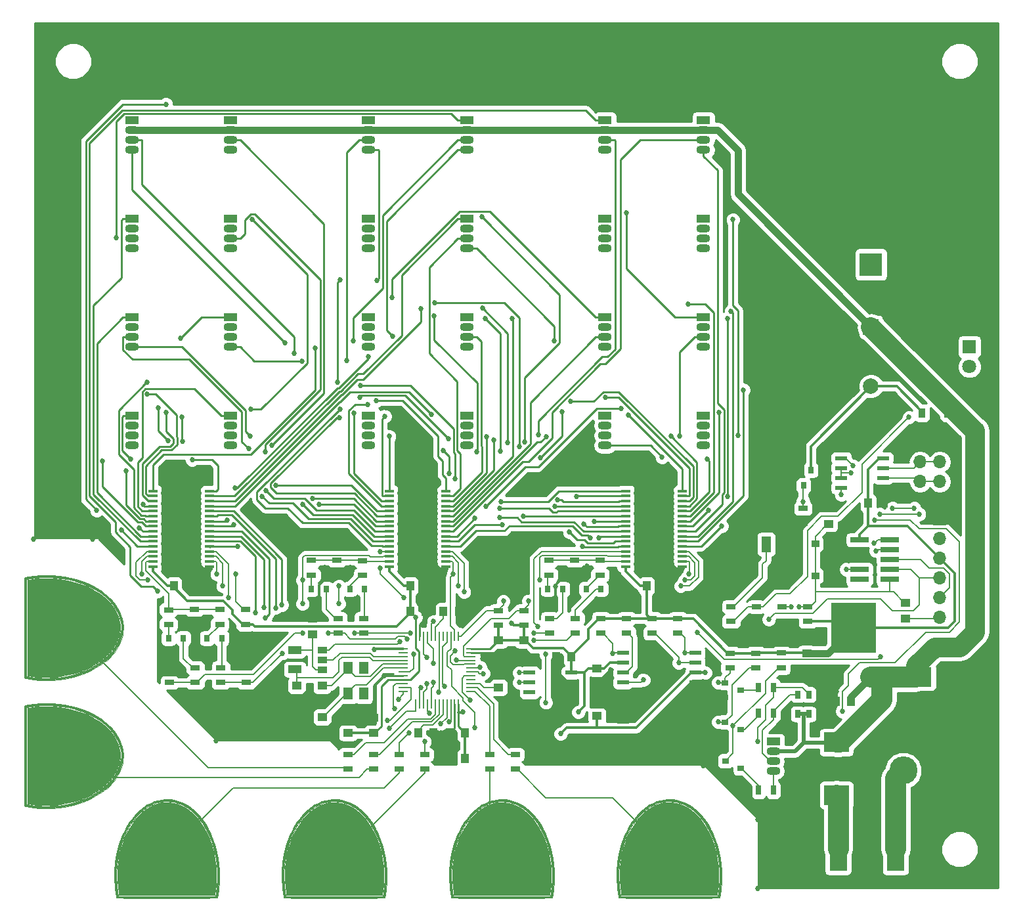
<source format=gbr>
G04 #@! TF.FileFunction,Copper,L1,Top,Signal*
%FSLAX46Y46*%
G04 Gerber Fmt 4.6, Leading zero omitted, Abs format (unit mm)*
G04 Created by KiCad (PCBNEW 4.0.7) date Tuesday, March 20, 2018 'AMt' 01:20:32 AM*
%MOMM*%
%LPD*%
G01*
G04 APERTURE LIST*
%ADD10C,0.100000*%
%ADD11C,0.010000*%
%ADD12C,3.600000*%
%ADD13R,2.300000X5.600000*%
%ADD14C,3.000000*%
%ADD15R,3.000000X3.000000*%
%ADD16R,2.000000X2.000000*%
%ADD17C,2.000000*%
%ADD18R,1.250000X1.000000*%
%ADD19R,1.000000X1.250000*%
%ADD20R,1.700000X1.700000*%
%ADD21O,1.700000X1.700000*%
%ADD22R,1.800000X1.070000*%
%ADD23O,1.800000X1.070000*%
%ADD24R,2.400000X0.740000*%
%ADD25R,0.800000X0.900000*%
%ADD26R,0.900000X0.800000*%
%ADD27R,1.300000X0.700000*%
%ADD28R,0.700000X1.300000*%
%ADD29R,1.000000X0.900000*%
%ADD30R,1.300000X0.250000*%
%ADD31R,0.250000X1.300000*%
%ADD32R,1.200000X0.400000*%
%ADD33R,5.200000X11.000000*%
%ADD34C,1.330000*%
%ADD35R,4.110000X4.360000*%
%ADD36R,1.200000X2.200000*%
%ADD37R,5.800000X6.400000*%
%ADD38R,2.750000X3.050000*%
%ADD39R,1.500000X0.600000*%
%ADD40R,1.550000X0.600000*%
%ADD41C,1.000000*%
%ADD42R,4.000000X2.500000*%
%ADD43R,1.800000X1.000000*%
%ADD44R,1.300000X1.600000*%
%ADD45R,1.300000X2.000000*%
%ADD46R,1.800000X1.800000*%
%ADD47C,1.800000*%
%ADD48R,0.800000X1.000000*%
%ADD49R,1.270000X0.970000*%
%ADD50R,0.900000X1.200000*%
%ADD51R,3.300000X2.500000*%
%ADD52C,0.685800*%
%ADD53C,0.300000*%
%ADD54C,0.152400*%
%ADD55C,0.250000*%
%ADD56C,0.500000*%
%ADD57C,0.960000*%
%ADD58C,2.500000*%
%ADD59C,2.750000*%
%ADD60C,0.200000*%
%ADD61C,0.254000*%
G04 APERTURE END LIST*
D10*
D11*
G36*
X106765910Y-112892098D02*
X106691337Y-113370932D01*
X106567623Y-113842052D01*
X106395238Y-114304417D01*
X106174653Y-114756985D01*
X105906337Y-115198714D01*
X105590762Y-115628562D01*
X105228396Y-116045489D01*
X105077965Y-116200881D01*
X104736367Y-116526758D01*
X104387083Y-116824734D01*
X104021698Y-117100754D01*
X103631797Y-117360763D01*
X103208966Y-117610709D01*
X102744789Y-117856538D01*
X102710671Y-117873674D01*
X102054132Y-118175276D01*
X101368123Y-118438249D01*
X100656199Y-118662033D01*
X99921917Y-118846067D01*
X99168832Y-118989790D01*
X98400501Y-119092643D01*
X97620478Y-119154063D01*
X96832320Y-119173490D01*
X96039582Y-119150363D01*
X95245821Y-119084123D01*
X95124008Y-119070089D01*
X94958640Y-119049191D01*
X94784133Y-119025161D01*
X94609826Y-118999481D01*
X94445056Y-118973631D01*
X94299162Y-118949092D01*
X94181481Y-118927346D01*
X94101351Y-118909873D01*
X94084573Y-118905246D01*
X94079974Y-118902110D01*
X94075706Y-118894407D01*
X94071756Y-118880327D01*
X94068111Y-118858062D01*
X94064761Y-118825801D01*
X94061691Y-118781736D01*
X94058891Y-118724057D01*
X94056347Y-118650955D01*
X94054048Y-118560620D01*
X94051981Y-118451244D01*
X94050135Y-118321017D01*
X94048495Y-118168129D01*
X94047052Y-117990772D01*
X94045791Y-117787136D01*
X94044701Y-117555411D01*
X94043770Y-117293789D01*
X94042985Y-117000460D01*
X94042334Y-116673615D01*
X94041805Y-116311444D01*
X94041385Y-115912138D01*
X94041062Y-115473888D01*
X94040824Y-114994885D01*
X94040659Y-114473319D01*
X94040555Y-113907381D01*
X94040498Y-113295261D01*
X94040477Y-112635150D01*
X94040476Y-112406591D01*
X94040488Y-111730255D01*
X94040531Y-111102506D01*
X94040619Y-110521536D01*
X94040763Y-109985534D01*
X94040975Y-109492692D01*
X94041268Y-109041200D01*
X94041655Y-108629249D01*
X94042146Y-108255030D01*
X94042756Y-107916733D01*
X94043495Y-107612549D01*
X94044377Y-107340669D01*
X94045413Y-107099283D01*
X94046616Y-106886583D01*
X94047998Y-106700758D01*
X94049572Y-106539999D01*
X94051349Y-106402498D01*
X94053341Y-106286444D01*
X94055563Y-106190029D01*
X94058024Y-106111443D01*
X94060738Y-106048877D01*
X94063718Y-106000521D01*
X94066974Y-105964567D01*
X94070520Y-105939205D01*
X94074368Y-105922625D01*
X94078530Y-105913019D01*
X94083019Y-105908577D01*
X94084573Y-105907936D01*
X94150081Y-105892220D01*
X94256260Y-105871736D01*
X94393770Y-105847965D01*
X94553274Y-105822389D01*
X94725435Y-105796487D01*
X94900913Y-105771741D01*
X95070372Y-105749632D01*
X95124008Y-105743092D01*
X95512242Y-105700926D01*
X95876581Y-105670874D01*
X96237436Y-105651735D01*
X96615219Y-105642310D01*
X96772590Y-105641361D01*
X96772590Y-105904558D01*
X96414893Y-105913495D01*
X96048256Y-105930810D01*
X95682131Y-105955832D01*
X95325969Y-105987888D01*
X94989221Y-106026306D01*
X94681338Y-106070415D01*
X94411772Y-106119543D01*
X94349156Y-106133049D01*
X94292460Y-106145745D01*
X94292460Y-118667436D01*
X94349156Y-118680133D01*
X94519922Y-118713588D01*
X94732115Y-118747416D01*
X94976787Y-118780615D01*
X95244987Y-118812185D01*
X95527766Y-118841122D01*
X95816173Y-118866425D01*
X96101260Y-118887094D01*
X96302033Y-118898675D01*
X96989323Y-118912600D01*
X97693666Y-118886768D01*
X98407151Y-118822564D01*
X99121865Y-118721376D01*
X99829894Y-118584590D01*
X100523327Y-118413592D01*
X101194250Y-118209768D01*
X101834751Y-117974506D01*
X102024480Y-117896009D01*
X102587936Y-117635193D01*
X103126204Y-117343652D01*
X103636121Y-117023930D01*
X104114524Y-116678571D01*
X104558249Y-116310119D01*
X104964134Y-115921119D01*
X105329014Y-115514115D01*
X105649728Y-115091652D01*
X105805447Y-114854757D01*
X106002396Y-114502468D01*
X106171436Y-114127044D01*
X106310417Y-113736801D01*
X106417187Y-113340055D01*
X106489598Y-112945121D01*
X106525498Y-112560316D01*
X106522739Y-112193956D01*
X106515831Y-112107004D01*
X106447623Y-111622082D01*
X106336268Y-111156160D01*
X106180665Y-110706979D01*
X105979716Y-110272281D01*
X105732321Y-109849809D01*
X105437381Y-109437303D01*
X105093796Y-109032507D01*
X104939335Y-108868989D01*
X104489060Y-108441655D01*
X103999996Y-108045109D01*
X103473723Y-107679975D01*
X102911822Y-107346872D01*
X102315873Y-107046422D01*
X101687457Y-106779247D01*
X101028154Y-106545968D01*
X100339546Y-106347205D01*
X99623212Y-106183582D01*
X98880733Y-106055718D01*
X98113689Y-105964235D01*
X97423363Y-105914506D01*
X97111897Y-105904671D01*
X96772590Y-105904558D01*
X96772590Y-105641361D01*
X96862698Y-105640817D01*
X97663486Y-105662435D01*
X98452962Y-105726819D01*
X99227951Y-105833264D01*
X99985279Y-105981065D01*
X100721772Y-106169518D01*
X101434255Y-106397916D01*
X102119555Y-106665556D01*
X102710671Y-106939507D01*
X103178045Y-107185270D01*
X103603486Y-107434736D01*
X103995410Y-107693852D01*
X104362231Y-107968562D01*
X104712364Y-108264815D01*
X105054225Y-108588554D01*
X105077965Y-108612301D01*
X105458052Y-109024025D01*
X105791528Y-109449068D01*
X106077924Y-109886389D01*
X106316769Y-110334945D01*
X106507592Y-110793696D01*
X106649925Y-111261600D01*
X106743295Y-111737615D01*
X106787235Y-112220700D01*
X106790873Y-112406591D01*
X106765910Y-112892098D01*
X106765910Y-112892098D01*
G37*
X106765910Y-112892098D02*
X106691337Y-113370932D01*
X106567623Y-113842052D01*
X106395238Y-114304417D01*
X106174653Y-114756985D01*
X105906337Y-115198714D01*
X105590762Y-115628562D01*
X105228396Y-116045489D01*
X105077965Y-116200881D01*
X104736367Y-116526758D01*
X104387083Y-116824734D01*
X104021698Y-117100754D01*
X103631797Y-117360763D01*
X103208966Y-117610709D01*
X102744789Y-117856538D01*
X102710671Y-117873674D01*
X102054132Y-118175276D01*
X101368123Y-118438249D01*
X100656199Y-118662033D01*
X99921917Y-118846067D01*
X99168832Y-118989790D01*
X98400501Y-119092643D01*
X97620478Y-119154063D01*
X96832320Y-119173490D01*
X96039582Y-119150363D01*
X95245821Y-119084123D01*
X95124008Y-119070089D01*
X94958640Y-119049191D01*
X94784133Y-119025161D01*
X94609826Y-118999481D01*
X94445056Y-118973631D01*
X94299162Y-118949092D01*
X94181481Y-118927346D01*
X94101351Y-118909873D01*
X94084573Y-118905246D01*
X94079974Y-118902110D01*
X94075706Y-118894407D01*
X94071756Y-118880327D01*
X94068111Y-118858062D01*
X94064761Y-118825801D01*
X94061691Y-118781736D01*
X94058891Y-118724057D01*
X94056347Y-118650955D01*
X94054048Y-118560620D01*
X94051981Y-118451244D01*
X94050135Y-118321017D01*
X94048495Y-118168129D01*
X94047052Y-117990772D01*
X94045791Y-117787136D01*
X94044701Y-117555411D01*
X94043770Y-117293789D01*
X94042985Y-117000460D01*
X94042334Y-116673615D01*
X94041805Y-116311444D01*
X94041385Y-115912138D01*
X94041062Y-115473888D01*
X94040824Y-114994885D01*
X94040659Y-114473319D01*
X94040555Y-113907381D01*
X94040498Y-113295261D01*
X94040477Y-112635150D01*
X94040476Y-112406591D01*
X94040488Y-111730255D01*
X94040531Y-111102506D01*
X94040619Y-110521536D01*
X94040763Y-109985534D01*
X94040975Y-109492692D01*
X94041268Y-109041200D01*
X94041655Y-108629249D01*
X94042146Y-108255030D01*
X94042756Y-107916733D01*
X94043495Y-107612549D01*
X94044377Y-107340669D01*
X94045413Y-107099283D01*
X94046616Y-106886583D01*
X94047998Y-106700758D01*
X94049572Y-106539999D01*
X94051349Y-106402498D01*
X94053341Y-106286444D01*
X94055563Y-106190029D01*
X94058024Y-106111443D01*
X94060738Y-106048877D01*
X94063718Y-106000521D01*
X94066974Y-105964567D01*
X94070520Y-105939205D01*
X94074368Y-105922625D01*
X94078530Y-105913019D01*
X94083019Y-105908577D01*
X94084573Y-105907936D01*
X94150081Y-105892220D01*
X94256260Y-105871736D01*
X94393770Y-105847965D01*
X94553274Y-105822389D01*
X94725435Y-105796487D01*
X94900913Y-105771741D01*
X95070372Y-105749632D01*
X95124008Y-105743092D01*
X95512242Y-105700926D01*
X95876581Y-105670874D01*
X96237436Y-105651735D01*
X96615219Y-105642310D01*
X96772590Y-105641361D01*
X96772590Y-105904558D01*
X96414893Y-105913495D01*
X96048256Y-105930810D01*
X95682131Y-105955832D01*
X95325969Y-105987888D01*
X94989221Y-106026306D01*
X94681338Y-106070415D01*
X94411772Y-106119543D01*
X94349156Y-106133049D01*
X94292460Y-106145745D01*
X94292460Y-118667436D01*
X94349156Y-118680133D01*
X94519922Y-118713588D01*
X94732115Y-118747416D01*
X94976787Y-118780615D01*
X95244987Y-118812185D01*
X95527766Y-118841122D01*
X95816173Y-118866425D01*
X96101260Y-118887094D01*
X96302033Y-118898675D01*
X96989323Y-118912600D01*
X97693666Y-118886768D01*
X98407151Y-118822564D01*
X99121865Y-118721376D01*
X99829894Y-118584590D01*
X100523327Y-118413592D01*
X101194250Y-118209768D01*
X101834751Y-117974506D01*
X102024480Y-117896009D01*
X102587936Y-117635193D01*
X103126204Y-117343652D01*
X103636121Y-117023930D01*
X104114524Y-116678571D01*
X104558249Y-116310119D01*
X104964134Y-115921119D01*
X105329014Y-115514115D01*
X105649728Y-115091652D01*
X105805447Y-114854757D01*
X106002396Y-114502468D01*
X106171436Y-114127044D01*
X106310417Y-113736801D01*
X106417187Y-113340055D01*
X106489598Y-112945121D01*
X106525498Y-112560316D01*
X106522739Y-112193956D01*
X106515831Y-112107004D01*
X106447623Y-111622082D01*
X106336268Y-111156160D01*
X106180665Y-110706979D01*
X105979716Y-110272281D01*
X105732321Y-109849809D01*
X105437381Y-109437303D01*
X105093796Y-109032507D01*
X104939335Y-108868989D01*
X104489060Y-108441655D01*
X103999996Y-108045109D01*
X103473723Y-107679975D01*
X102911822Y-107346872D01*
X102315873Y-107046422D01*
X101687457Y-106779247D01*
X101028154Y-106545968D01*
X100339546Y-106347205D01*
X99623212Y-106183582D01*
X98880733Y-106055718D01*
X98113689Y-105964235D01*
X97423363Y-105914506D01*
X97111897Y-105904671D01*
X96772590Y-105904558D01*
X96772590Y-105641361D01*
X96862698Y-105640817D01*
X97663486Y-105662435D01*
X98452962Y-105726819D01*
X99227951Y-105833264D01*
X99985279Y-105981065D01*
X100721772Y-106169518D01*
X101434255Y-106397916D01*
X102119555Y-106665556D01*
X102710671Y-106939507D01*
X103178045Y-107185270D01*
X103603486Y-107434736D01*
X103995410Y-107693852D01*
X104362231Y-107968562D01*
X104712364Y-108264815D01*
X105054225Y-108588554D01*
X105077965Y-108612301D01*
X105458052Y-109024025D01*
X105791528Y-109449068D01*
X106077924Y-109886389D01*
X106316769Y-110334945D01*
X106507592Y-110793696D01*
X106649925Y-111261600D01*
X106743295Y-111737615D01*
X106787235Y-112220700D01*
X106790873Y-112406591D01*
X106765910Y-112892098D01*
G36*
X106390763Y-112712493D02*
X106319862Y-113189874D01*
X106204478Y-113650486D01*
X106043742Y-114096048D01*
X105836785Y-114528279D01*
X105582739Y-114948898D01*
X105280734Y-115359626D01*
X104929902Y-115762181D01*
X104762641Y-115934369D01*
X104309097Y-116351987D01*
X103815901Y-116739294D01*
X103284094Y-117095707D01*
X102714718Y-117420642D01*
X102108815Y-117713517D01*
X101467426Y-117973750D01*
X100791593Y-118200758D01*
X100620342Y-118251396D01*
X99815413Y-118457628D01*
X99006237Y-118614046D01*
X98194030Y-118720574D01*
X97380009Y-118777138D01*
X96565390Y-118783660D01*
X95751390Y-118740064D01*
X94939226Y-118646276D01*
X94751784Y-118617431D01*
X94632954Y-118598431D01*
X94533261Y-118582769D01*
X94462644Y-118571987D01*
X94431044Y-118567628D01*
X94430504Y-118567603D01*
X94429421Y-118542764D01*
X94428364Y-118469686D01*
X94427338Y-118350526D01*
X94426346Y-118187442D01*
X94425393Y-117982591D01*
X94424483Y-117738130D01*
X94423620Y-117456218D01*
X94422809Y-117139012D01*
X94422053Y-116788669D01*
X94421357Y-116407346D01*
X94420726Y-115997202D01*
X94420162Y-115560394D01*
X94419671Y-115099079D01*
X94419257Y-114615414D01*
X94418924Y-114111558D01*
X94418677Y-113589668D01*
X94418518Y-113051901D01*
X94418453Y-112500415D01*
X94418452Y-112406591D01*
X94418501Y-111853012D01*
X94418644Y-111312790D01*
X94418877Y-110788082D01*
X94419196Y-110281046D01*
X94419596Y-109793840D01*
X94420075Y-109328620D01*
X94420626Y-108887544D01*
X94421247Y-108472771D01*
X94421932Y-108086457D01*
X94422678Y-107730759D01*
X94423480Y-107407836D01*
X94424335Y-107119845D01*
X94425237Y-106868943D01*
X94426183Y-106657288D01*
X94427169Y-106487038D01*
X94428190Y-106360349D01*
X94429241Y-106279380D01*
X94430320Y-106246288D01*
X94430504Y-106245579D01*
X94458594Y-106241793D01*
X94526487Y-106231463D01*
X94624244Y-106216131D01*
X94741922Y-106197339D01*
X94751784Y-106195751D01*
X95519652Y-106093815D01*
X96280605Y-106037271D01*
X97040876Y-106026136D01*
X97806699Y-106060431D01*
X98584307Y-106140173D01*
X99053430Y-106208917D01*
X99645577Y-106319390D01*
X100234692Y-106457219D01*
X100813020Y-106619859D01*
X101372801Y-106804766D01*
X101906281Y-107009396D01*
X102405701Y-107231204D01*
X102823590Y-107445587D01*
X103037675Y-107569268D01*
X103274027Y-107715493D01*
X103519291Y-107875340D01*
X103760111Y-108039885D01*
X103983132Y-108200208D01*
X104174998Y-108347385D01*
X104182681Y-108353553D01*
X104568322Y-108687214D01*
X104925012Y-109043126D01*
X105249210Y-109416556D01*
X105537374Y-109802773D01*
X105785959Y-110197046D01*
X105991424Y-110594644D01*
X106144176Y-110973225D01*
X106256031Y-111343016D01*
X106337616Y-111715254D01*
X106387541Y-112080137D01*
X106404416Y-112427861D01*
X106390763Y-112712493D01*
X106390763Y-112712493D01*
G37*
X106390763Y-112712493D02*
X106319862Y-113189874D01*
X106204478Y-113650486D01*
X106043742Y-114096048D01*
X105836785Y-114528279D01*
X105582739Y-114948898D01*
X105280734Y-115359626D01*
X104929902Y-115762181D01*
X104762641Y-115934369D01*
X104309097Y-116351987D01*
X103815901Y-116739294D01*
X103284094Y-117095707D01*
X102714718Y-117420642D01*
X102108815Y-117713517D01*
X101467426Y-117973750D01*
X100791593Y-118200758D01*
X100620342Y-118251396D01*
X99815413Y-118457628D01*
X99006237Y-118614046D01*
X98194030Y-118720574D01*
X97380009Y-118777138D01*
X96565390Y-118783660D01*
X95751390Y-118740064D01*
X94939226Y-118646276D01*
X94751784Y-118617431D01*
X94632954Y-118598431D01*
X94533261Y-118582769D01*
X94462644Y-118571987D01*
X94431044Y-118567628D01*
X94430504Y-118567603D01*
X94429421Y-118542764D01*
X94428364Y-118469686D01*
X94427338Y-118350526D01*
X94426346Y-118187442D01*
X94425393Y-117982591D01*
X94424483Y-117738130D01*
X94423620Y-117456218D01*
X94422809Y-117139012D01*
X94422053Y-116788669D01*
X94421357Y-116407346D01*
X94420726Y-115997202D01*
X94420162Y-115560394D01*
X94419671Y-115099079D01*
X94419257Y-114615414D01*
X94418924Y-114111558D01*
X94418677Y-113589668D01*
X94418518Y-113051901D01*
X94418453Y-112500415D01*
X94418452Y-112406591D01*
X94418501Y-111853012D01*
X94418644Y-111312790D01*
X94418877Y-110788082D01*
X94419196Y-110281046D01*
X94419596Y-109793840D01*
X94420075Y-109328620D01*
X94420626Y-108887544D01*
X94421247Y-108472771D01*
X94421932Y-108086457D01*
X94422678Y-107730759D01*
X94423480Y-107407836D01*
X94424335Y-107119845D01*
X94425237Y-106868943D01*
X94426183Y-106657288D01*
X94427169Y-106487038D01*
X94428190Y-106360349D01*
X94429241Y-106279380D01*
X94430320Y-106246288D01*
X94430504Y-106245579D01*
X94458594Y-106241793D01*
X94526487Y-106231463D01*
X94624244Y-106216131D01*
X94741922Y-106197339D01*
X94751784Y-106195751D01*
X95519652Y-106093815D01*
X96280605Y-106037271D01*
X97040876Y-106026136D01*
X97806699Y-106060431D01*
X98584307Y-106140173D01*
X99053430Y-106208917D01*
X99645577Y-106319390D01*
X100234692Y-106457219D01*
X100813020Y-106619859D01*
X101372801Y-106804766D01*
X101906281Y-107009396D01*
X102405701Y-107231204D01*
X102823590Y-107445587D01*
X103037675Y-107569268D01*
X103274027Y-107715493D01*
X103519291Y-107875340D01*
X103760111Y-108039885D01*
X103983132Y-108200208D01*
X104174998Y-108347385D01*
X104182681Y-108353553D01*
X104568322Y-108687214D01*
X104925012Y-109043126D01*
X105249210Y-109416556D01*
X105537374Y-109802773D01*
X105785959Y-110197046D01*
X105991424Y-110594644D01*
X106144176Y-110973225D01*
X106256031Y-111343016D01*
X106337616Y-111715254D01*
X106387541Y-112080137D01*
X106404416Y-112427861D01*
X106390763Y-112712493D01*
G36*
X106765910Y-129402098D02*
X106691337Y-129880932D01*
X106567623Y-130352052D01*
X106395238Y-130814417D01*
X106174653Y-131266985D01*
X105906337Y-131708714D01*
X105590762Y-132138562D01*
X105228396Y-132555489D01*
X105077965Y-132710881D01*
X104736367Y-133036758D01*
X104387083Y-133334734D01*
X104021698Y-133610754D01*
X103631797Y-133870763D01*
X103208966Y-134120709D01*
X102744789Y-134366538D01*
X102710671Y-134383674D01*
X102054132Y-134685276D01*
X101368123Y-134948249D01*
X100656199Y-135172033D01*
X99921917Y-135356067D01*
X99168832Y-135499790D01*
X98400501Y-135602643D01*
X97620478Y-135664063D01*
X96832320Y-135683490D01*
X96039582Y-135660363D01*
X95245821Y-135594123D01*
X95124008Y-135580089D01*
X94958640Y-135559191D01*
X94784133Y-135535161D01*
X94609826Y-135509481D01*
X94445056Y-135483631D01*
X94299162Y-135459092D01*
X94181481Y-135437346D01*
X94101351Y-135419873D01*
X94084573Y-135415246D01*
X94079974Y-135412110D01*
X94075706Y-135404407D01*
X94071756Y-135390327D01*
X94068111Y-135368062D01*
X94064761Y-135335801D01*
X94061691Y-135291736D01*
X94058891Y-135234057D01*
X94056347Y-135160955D01*
X94054048Y-135070620D01*
X94051981Y-134961244D01*
X94050135Y-134831017D01*
X94048495Y-134678129D01*
X94047052Y-134500772D01*
X94045791Y-134297136D01*
X94044701Y-134065411D01*
X94043770Y-133803789D01*
X94042985Y-133510460D01*
X94042334Y-133183615D01*
X94041805Y-132821444D01*
X94041385Y-132422138D01*
X94041062Y-131983888D01*
X94040824Y-131504885D01*
X94040659Y-130983319D01*
X94040555Y-130417381D01*
X94040498Y-129805261D01*
X94040477Y-129145150D01*
X94040476Y-128916591D01*
X94040488Y-128240255D01*
X94040531Y-127612506D01*
X94040619Y-127031536D01*
X94040763Y-126495534D01*
X94040975Y-126002692D01*
X94041268Y-125551200D01*
X94041655Y-125139249D01*
X94042146Y-124765030D01*
X94042756Y-124426733D01*
X94043495Y-124122549D01*
X94044377Y-123850669D01*
X94045413Y-123609283D01*
X94046616Y-123396583D01*
X94047998Y-123210758D01*
X94049572Y-123049999D01*
X94051349Y-122912498D01*
X94053341Y-122796444D01*
X94055563Y-122700029D01*
X94058024Y-122621443D01*
X94060738Y-122558877D01*
X94063718Y-122510521D01*
X94066974Y-122474567D01*
X94070520Y-122449205D01*
X94074368Y-122432625D01*
X94078530Y-122423019D01*
X94083019Y-122418577D01*
X94084573Y-122417936D01*
X94150081Y-122402220D01*
X94256260Y-122381736D01*
X94393770Y-122357965D01*
X94553274Y-122332389D01*
X94725435Y-122306487D01*
X94900913Y-122281741D01*
X95070372Y-122259632D01*
X95124008Y-122253092D01*
X95512242Y-122210926D01*
X95876581Y-122180874D01*
X96237436Y-122161735D01*
X96615219Y-122152310D01*
X96772590Y-122151361D01*
X96772590Y-122414558D01*
X96414893Y-122423495D01*
X96048256Y-122440810D01*
X95682131Y-122465832D01*
X95325969Y-122497888D01*
X94989221Y-122536306D01*
X94681338Y-122580415D01*
X94411772Y-122629543D01*
X94349156Y-122643049D01*
X94292460Y-122655745D01*
X94292460Y-135177436D01*
X94349156Y-135190133D01*
X94519922Y-135223588D01*
X94732115Y-135257416D01*
X94976787Y-135290615D01*
X95244987Y-135322185D01*
X95527766Y-135351122D01*
X95816173Y-135376425D01*
X96101260Y-135397094D01*
X96302033Y-135408675D01*
X96989323Y-135422600D01*
X97693666Y-135396768D01*
X98407151Y-135332564D01*
X99121865Y-135231376D01*
X99829894Y-135094590D01*
X100523327Y-134923592D01*
X101194250Y-134719768D01*
X101834751Y-134484506D01*
X102024480Y-134406009D01*
X102587936Y-134145193D01*
X103126204Y-133853652D01*
X103636121Y-133533930D01*
X104114524Y-133188571D01*
X104558249Y-132820119D01*
X104964134Y-132431119D01*
X105329014Y-132024115D01*
X105649728Y-131601652D01*
X105805447Y-131364757D01*
X106002396Y-131012468D01*
X106171436Y-130637044D01*
X106310417Y-130246801D01*
X106417187Y-129850055D01*
X106489598Y-129455121D01*
X106525498Y-129070316D01*
X106522739Y-128703956D01*
X106515831Y-128617004D01*
X106447623Y-128132082D01*
X106336268Y-127666160D01*
X106180665Y-127216979D01*
X105979716Y-126782281D01*
X105732321Y-126359809D01*
X105437381Y-125947303D01*
X105093796Y-125542507D01*
X104939335Y-125378989D01*
X104489060Y-124951655D01*
X103999996Y-124555109D01*
X103473723Y-124189975D01*
X102911822Y-123856872D01*
X102315873Y-123556422D01*
X101687457Y-123289247D01*
X101028154Y-123055968D01*
X100339546Y-122857205D01*
X99623212Y-122693582D01*
X98880733Y-122565718D01*
X98113689Y-122474235D01*
X97423363Y-122424506D01*
X97111897Y-122414671D01*
X96772590Y-122414558D01*
X96772590Y-122151361D01*
X96862698Y-122150817D01*
X97663486Y-122172435D01*
X98452962Y-122236819D01*
X99227951Y-122343264D01*
X99985279Y-122491065D01*
X100721772Y-122679518D01*
X101434255Y-122907916D01*
X102119555Y-123175556D01*
X102710671Y-123449507D01*
X103178045Y-123695270D01*
X103603486Y-123944736D01*
X103995410Y-124203852D01*
X104362231Y-124478562D01*
X104712364Y-124774815D01*
X105054225Y-125098554D01*
X105077965Y-125122301D01*
X105458052Y-125534025D01*
X105791528Y-125959068D01*
X106077924Y-126396389D01*
X106316769Y-126844945D01*
X106507592Y-127303696D01*
X106649925Y-127771600D01*
X106743295Y-128247615D01*
X106787235Y-128730700D01*
X106790873Y-128916591D01*
X106765910Y-129402098D01*
X106765910Y-129402098D01*
G37*
X106765910Y-129402098D02*
X106691337Y-129880932D01*
X106567623Y-130352052D01*
X106395238Y-130814417D01*
X106174653Y-131266985D01*
X105906337Y-131708714D01*
X105590762Y-132138562D01*
X105228396Y-132555489D01*
X105077965Y-132710881D01*
X104736367Y-133036758D01*
X104387083Y-133334734D01*
X104021698Y-133610754D01*
X103631797Y-133870763D01*
X103208966Y-134120709D01*
X102744789Y-134366538D01*
X102710671Y-134383674D01*
X102054132Y-134685276D01*
X101368123Y-134948249D01*
X100656199Y-135172033D01*
X99921917Y-135356067D01*
X99168832Y-135499790D01*
X98400501Y-135602643D01*
X97620478Y-135664063D01*
X96832320Y-135683490D01*
X96039582Y-135660363D01*
X95245821Y-135594123D01*
X95124008Y-135580089D01*
X94958640Y-135559191D01*
X94784133Y-135535161D01*
X94609826Y-135509481D01*
X94445056Y-135483631D01*
X94299162Y-135459092D01*
X94181481Y-135437346D01*
X94101351Y-135419873D01*
X94084573Y-135415246D01*
X94079974Y-135412110D01*
X94075706Y-135404407D01*
X94071756Y-135390327D01*
X94068111Y-135368062D01*
X94064761Y-135335801D01*
X94061691Y-135291736D01*
X94058891Y-135234057D01*
X94056347Y-135160955D01*
X94054048Y-135070620D01*
X94051981Y-134961244D01*
X94050135Y-134831017D01*
X94048495Y-134678129D01*
X94047052Y-134500772D01*
X94045791Y-134297136D01*
X94044701Y-134065411D01*
X94043770Y-133803789D01*
X94042985Y-133510460D01*
X94042334Y-133183615D01*
X94041805Y-132821444D01*
X94041385Y-132422138D01*
X94041062Y-131983888D01*
X94040824Y-131504885D01*
X94040659Y-130983319D01*
X94040555Y-130417381D01*
X94040498Y-129805261D01*
X94040477Y-129145150D01*
X94040476Y-128916591D01*
X94040488Y-128240255D01*
X94040531Y-127612506D01*
X94040619Y-127031536D01*
X94040763Y-126495534D01*
X94040975Y-126002692D01*
X94041268Y-125551200D01*
X94041655Y-125139249D01*
X94042146Y-124765030D01*
X94042756Y-124426733D01*
X94043495Y-124122549D01*
X94044377Y-123850669D01*
X94045413Y-123609283D01*
X94046616Y-123396583D01*
X94047998Y-123210758D01*
X94049572Y-123049999D01*
X94051349Y-122912498D01*
X94053341Y-122796444D01*
X94055563Y-122700029D01*
X94058024Y-122621443D01*
X94060738Y-122558877D01*
X94063718Y-122510521D01*
X94066974Y-122474567D01*
X94070520Y-122449205D01*
X94074368Y-122432625D01*
X94078530Y-122423019D01*
X94083019Y-122418577D01*
X94084573Y-122417936D01*
X94150081Y-122402220D01*
X94256260Y-122381736D01*
X94393770Y-122357965D01*
X94553274Y-122332389D01*
X94725435Y-122306487D01*
X94900913Y-122281741D01*
X95070372Y-122259632D01*
X95124008Y-122253092D01*
X95512242Y-122210926D01*
X95876581Y-122180874D01*
X96237436Y-122161735D01*
X96615219Y-122152310D01*
X96772590Y-122151361D01*
X96772590Y-122414558D01*
X96414893Y-122423495D01*
X96048256Y-122440810D01*
X95682131Y-122465832D01*
X95325969Y-122497888D01*
X94989221Y-122536306D01*
X94681338Y-122580415D01*
X94411772Y-122629543D01*
X94349156Y-122643049D01*
X94292460Y-122655745D01*
X94292460Y-135177436D01*
X94349156Y-135190133D01*
X94519922Y-135223588D01*
X94732115Y-135257416D01*
X94976787Y-135290615D01*
X95244987Y-135322185D01*
X95527766Y-135351122D01*
X95816173Y-135376425D01*
X96101260Y-135397094D01*
X96302033Y-135408675D01*
X96989323Y-135422600D01*
X97693666Y-135396768D01*
X98407151Y-135332564D01*
X99121865Y-135231376D01*
X99829894Y-135094590D01*
X100523327Y-134923592D01*
X101194250Y-134719768D01*
X101834751Y-134484506D01*
X102024480Y-134406009D01*
X102587936Y-134145193D01*
X103126204Y-133853652D01*
X103636121Y-133533930D01*
X104114524Y-133188571D01*
X104558249Y-132820119D01*
X104964134Y-132431119D01*
X105329014Y-132024115D01*
X105649728Y-131601652D01*
X105805447Y-131364757D01*
X106002396Y-131012468D01*
X106171436Y-130637044D01*
X106310417Y-130246801D01*
X106417187Y-129850055D01*
X106489598Y-129455121D01*
X106525498Y-129070316D01*
X106522739Y-128703956D01*
X106515831Y-128617004D01*
X106447623Y-128132082D01*
X106336268Y-127666160D01*
X106180665Y-127216979D01*
X105979716Y-126782281D01*
X105732321Y-126359809D01*
X105437381Y-125947303D01*
X105093796Y-125542507D01*
X104939335Y-125378989D01*
X104489060Y-124951655D01*
X103999996Y-124555109D01*
X103473723Y-124189975D01*
X102911822Y-123856872D01*
X102315873Y-123556422D01*
X101687457Y-123289247D01*
X101028154Y-123055968D01*
X100339546Y-122857205D01*
X99623212Y-122693582D01*
X98880733Y-122565718D01*
X98113689Y-122474235D01*
X97423363Y-122424506D01*
X97111897Y-122414671D01*
X96772590Y-122414558D01*
X96772590Y-122151361D01*
X96862698Y-122150817D01*
X97663486Y-122172435D01*
X98452962Y-122236819D01*
X99227951Y-122343264D01*
X99985279Y-122491065D01*
X100721772Y-122679518D01*
X101434255Y-122907916D01*
X102119555Y-123175556D01*
X102710671Y-123449507D01*
X103178045Y-123695270D01*
X103603486Y-123944736D01*
X103995410Y-124203852D01*
X104362231Y-124478562D01*
X104712364Y-124774815D01*
X105054225Y-125098554D01*
X105077965Y-125122301D01*
X105458052Y-125534025D01*
X105791528Y-125959068D01*
X106077924Y-126396389D01*
X106316769Y-126844945D01*
X106507592Y-127303696D01*
X106649925Y-127771600D01*
X106743295Y-128247615D01*
X106787235Y-128730700D01*
X106790873Y-128916591D01*
X106765910Y-129402098D01*
G36*
X106390763Y-129222493D02*
X106319862Y-129699874D01*
X106204478Y-130160486D01*
X106043742Y-130606048D01*
X105836785Y-131038279D01*
X105582739Y-131458898D01*
X105280734Y-131869626D01*
X104929902Y-132272181D01*
X104762641Y-132444369D01*
X104309097Y-132861987D01*
X103815901Y-133249294D01*
X103284094Y-133605707D01*
X102714718Y-133930642D01*
X102108815Y-134223517D01*
X101467426Y-134483750D01*
X100791593Y-134710758D01*
X100620342Y-134761396D01*
X99815413Y-134967628D01*
X99006237Y-135124046D01*
X98194030Y-135230574D01*
X97380009Y-135287138D01*
X96565390Y-135293660D01*
X95751390Y-135250064D01*
X94939226Y-135156276D01*
X94751784Y-135127431D01*
X94632954Y-135108431D01*
X94533261Y-135092769D01*
X94462644Y-135081987D01*
X94431044Y-135077628D01*
X94430504Y-135077603D01*
X94429421Y-135052764D01*
X94428364Y-134979686D01*
X94427338Y-134860526D01*
X94426346Y-134697442D01*
X94425393Y-134492591D01*
X94424483Y-134248130D01*
X94423620Y-133966218D01*
X94422809Y-133649012D01*
X94422053Y-133298669D01*
X94421357Y-132917346D01*
X94420726Y-132507202D01*
X94420162Y-132070394D01*
X94419671Y-131609079D01*
X94419257Y-131125414D01*
X94418924Y-130621558D01*
X94418677Y-130099668D01*
X94418518Y-129561901D01*
X94418453Y-129010415D01*
X94418452Y-128916591D01*
X94418501Y-128363012D01*
X94418644Y-127822790D01*
X94418877Y-127298082D01*
X94419196Y-126791046D01*
X94419596Y-126303840D01*
X94420075Y-125838620D01*
X94420626Y-125397544D01*
X94421247Y-124982771D01*
X94421932Y-124596457D01*
X94422678Y-124240759D01*
X94423480Y-123917836D01*
X94424335Y-123629845D01*
X94425237Y-123378943D01*
X94426183Y-123167288D01*
X94427169Y-122997038D01*
X94428190Y-122870349D01*
X94429241Y-122789380D01*
X94430320Y-122756288D01*
X94430504Y-122755579D01*
X94458594Y-122751793D01*
X94526487Y-122741463D01*
X94624244Y-122726131D01*
X94741922Y-122707339D01*
X94751784Y-122705751D01*
X95519652Y-122603815D01*
X96280605Y-122547271D01*
X97040876Y-122536136D01*
X97806699Y-122570431D01*
X98584307Y-122650173D01*
X99053430Y-122718917D01*
X99645577Y-122829390D01*
X100234692Y-122967219D01*
X100813020Y-123129859D01*
X101372801Y-123314766D01*
X101906281Y-123519396D01*
X102405701Y-123741204D01*
X102823590Y-123955587D01*
X103037675Y-124079268D01*
X103274027Y-124225493D01*
X103519291Y-124385340D01*
X103760111Y-124549885D01*
X103983132Y-124710208D01*
X104174998Y-124857385D01*
X104182681Y-124863553D01*
X104568322Y-125197214D01*
X104925012Y-125553126D01*
X105249210Y-125926556D01*
X105537374Y-126312773D01*
X105785959Y-126707046D01*
X105991424Y-127104644D01*
X106144176Y-127483225D01*
X106256031Y-127853016D01*
X106337616Y-128225254D01*
X106387541Y-128590137D01*
X106404416Y-128937861D01*
X106390763Y-129222493D01*
X106390763Y-129222493D01*
G37*
X106390763Y-129222493D02*
X106319862Y-129699874D01*
X106204478Y-130160486D01*
X106043742Y-130606048D01*
X105836785Y-131038279D01*
X105582739Y-131458898D01*
X105280734Y-131869626D01*
X104929902Y-132272181D01*
X104762641Y-132444369D01*
X104309097Y-132861987D01*
X103815901Y-133249294D01*
X103284094Y-133605707D01*
X102714718Y-133930642D01*
X102108815Y-134223517D01*
X101467426Y-134483750D01*
X100791593Y-134710758D01*
X100620342Y-134761396D01*
X99815413Y-134967628D01*
X99006237Y-135124046D01*
X98194030Y-135230574D01*
X97380009Y-135287138D01*
X96565390Y-135293660D01*
X95751390Y-135250064D01*
X94939226Y-135156276D01*
X94751784Y-135127431D01*
X94632954Y-135108431D01*
X94533261Y-135092769D01*
X94462644Y-135081987D01*
X94431044Y-135077628D01*
X94430504Y-135077603D01*
X94429421Y-135052764D01*
X94428364Y-134979686D01*
X94427338Y-134860526D01*
X94426346Y-134697442D01*
X94425393Y-134492591D01*
X94424483Y-134248130D01*
X94423620Y-133966218D01*
X94422809Y-133649012D01*
X94422053Y-133298669D01*
X94421357Y-132917346D01*
X94420726Y-132507202D01*
X94420162Y-132070394D01*
X94419671Y-131609079D01*
X94419257Y-131125414D01*
X94418924Y-130621558D01*
X94418677Y-130099668D01*
X94418518Y-129561901D01*
X94418453Y-129010415D01*
X94418452Y-128916591D01*
X94418501Y-128363012D01*
X94418644Y-127822790D01*
X94418877Y-127298082D01*
X94419196Y-126791046D01*
X94419596Y-126303840D01*
X94420075Y-125838620D01*
X94420626Y-125397544D01*
X94421247Y-124982771D01*
X94421932Y-124596457D01*
X94422678Y-124240759D01*
X94423480Y-123917836D01*
X94424335Y-123629845D01*
X94425237Y-123378943D01*
X94426183Y-123167288D01*
X94427169Y-122997038D01*
X94428190Y-122870349D01*
X94429241Y-122789380D01*
X94430320Y-122756288D01*
X94430504Y-122755579D01*
X94458594Y-122751793D01*
X94526487Y-122741463D01*
X94624244Y-122726131D01*
X94741922Y-122707339D01*
X94751784Y-122705751D01*
X95519652Y-122603815D01*
X96280605Y-122547271D01*
X97040876Y-122536136D01*
X97806699Y-122570431D01*
X98584307Y-122650173D01*
X99053430Y-122718917D01*
X99645577Y-122829390D01*
X100234692Y-122967219D01*
X100813020Y-123129859D01*
X101372801Y-123314766D01*
X101906281Y-123519396D01*
X102405701Y-123741204D01*
X102823590Y-123955587D01*
X103037675Y-124079268D01*
X103274027Y-124225493D01*
X103519291Y-124385340D01*
X103760111Y-124549885D01*
X103983132Y-124710208D01*
X104174998Y-124857385D01*
X104182681Y-124863553D01*
X104568322Y-125197214D01*
X104925012Y-125553126D01*
X105249210Y-125926556D01*
X105537374Y-126312773D01*
X105785959Y-126707046D01*
X105991424Y-127104644D01*
X106144176Y-127483225D01*
X106256031Y-127853016D01*
X106337616Y-128225254D01*
X106387541Y-128590137D01*
X106404416Y-128937861D01*
X106390763Y-129222493D01*
G36*
X112892098Y-134534090D02*
X113370932Y-134608663D01*
X113842052Y-134732377D01*
X114304417Y-134904762D01*
X114756985Y-135125347D01*
X115198714Y-135393663D01*
X115628562Y-135709238D01*
X116045489Y-136071604D01*
X116200881Y-136222035D01*
X116526758Y-136563633D01*
X116824734Y-136912917D01*
X117100754Y-137278302D01*
X117360763Y-137668203D01*
X117610709Y-138091034D01*
X117856538Y-138555211D01*
X117873674Y-138589329D01*
X118175276Y-139245868D01*
X118438249Y-139931877D01*
X118662033Y-140643801D01*
X118846067Y-141378083D01*
X118989790Y-142131168D01*
X119092643Y-142899499D01*
X119154063Y-143679522D01*
X119173490Y-144467680D01*
X119150363Y-145260418D01*
X119084123Y-146054179D01*
X119070089Y-146175992D01*
X119049191Y-146341360D01*
X119025161Y-146515867D01*
X118999481Y-146690174D01*
X118973631Y-146854944D01*
X118949092Y-147000838D01*
X118927346Y-147118519D01*
X118909873Y-147198649D01*
X118905246Y-147215427D01*
X118902110Y-147220026D01*
X118894407Y-147224294D01*
X118880327Y-147228244D01*
X118858062Y-147231889D01*
X118825801Y-147235239D01*
X118781736Y-147238309D01*
X118724057Y-147241109D01*
X118650955Y-147243653D01*
X118560620Y-147245952D01*
X118451244Y-147248019D01*
X118321017Y-147249865D01*
X118168129Y-147251505D01*
X117990772Y-147252948D01*
X117787136Y-147254209D01*
X117555411Y-147255299D01*
X117293789Y-147256230D01*
X117000460Y-147257015D01*
X116673615Y-147257666D01*
X116311444Y-147258195D01*
X115912138Y-147258615D01*
X115473888Y-147258938D01*
X114994885Y-147259176D01*
X114473319Y-147259341D01*
X113907381Y-147259445D01*
X113295261Y-147259502D01*
X112635150Y-147259523D01*
X112406591Y-147259524D01*
X111730255Y-147259512D01*
X111102506Y-147259469D01*
X110521536Y-147259381D01*
X109985534Y-147259237D01*
X109492692Y-147259025D01*
X109041200Y-147258732D01*
X108629249Y-147258345D01*
X108255030Y-147257854D01*
X107916733Y-147257244D01*
X107612549Y-147256505D01*
X107340669Y-147255623D01*
X107099283Y-147254587D01*
X106886583Y-147253384D01*
X106700758Y-147252002D01*
X106539999Y-147250428D01*
X106402498Y-147248651D01*
X106286444Y-147246659D01*
X106190029Y-147244437D01*
X106111443Y-147241976D01*
X106048877Y-147239262D01*
X106000521Y-147236282D01*
X105964567Y-147233026D01*
X105939205Y-147229480D01*
X105922625Y-147225632D01*
X105913019Y-147221470D01*
X105908577Y-147216981D01*
X105907936Y-147215427D01*
X105892220Y-147149919D01*
X105871736Y-147043740D01*
X105847965Y-146906230D01*
X105822389Y-146746726D01*
X105796487Y-146574565D01*
X105771741Y-146399087D01*
X105749632Y-146229628D01*
X105743092Y-146175992D01*
X105700926Y-145787758D01*
X105670874Y-145423419D01*
X105651735Y-145062564D01*
X105642310Y-144684781D01*
X105641361Y-144527410D01*
X105904558Y-144527410D01*
X105913495Y-144885107D01*
X105930810Y-145251744D01*
X105955832Y-145617869D01*
X105987888Y-145974031D01*
X106026306Y-146310779D01*
X106070415Y-146618662D01*
X106119543Y-146888228D01*
X106133049Y-146950844D01*
X106145745Y-147007540D01*
X118667436Y-147007540D01*
X118680133Y-146950844D01*
X118713588Y-146780078D01*
X118747416Y-146567885D01*
X118780615Y-146323213D01*
X118812185Y-146055013D01*
X118841122Y-145772234D01*
X118866425Y-145483827D01*
X118887094Y-145198740D01*
X118898675Y-144997967D01*
X118912600Y-144310677D01*
X118886768Y-143606334D01*
X118822564Y-142892849D01*
X118721376Y-142178135D01*
X118584590Y-141470106D01*
X118413592Y-140776673D01*
X118209768Y-140105750D01*
X117974506Y-139465249D01*
X117896009Y-139275520D01*
X117635193Y-138712064D01*
X117343652Y-138173796D01*
X117023930Y-137663879D01*
X116678571Y-137185476D01*
X116310119Y-136741751D01*
X115921119Y-136335866D01*
X115514115Y-135970986D01*
X115091652Y-135650272D01*
X114854757Y-135494553D01*
X114502468Y-135297604D01*
X114127044Y-135128564D01*
X113736801Y-134989583D01*
X113340055Y-134882813D01*
X112945121Y-134810402D01*
X112560316Y-134774502D01*
X112193956Y-134777261D01*
X112107004Y-134784169D01*
X111622082Y-134852377D01*
X111156160Y-134963732D01*
X110706979Y-135119335D01*
X110272281Y-135320284D01*
X109849809Y-135567679D01*
X109437303Y-135862619D01*
X109032507Y-136206204D01*
X108868989Y-136360665D01*
X108441655Y-136810940D01*
X108045109Y-137300004D01*
X107679975Y-137826277D01*
X107346872Y-138388178D01*
X107046422Y-138984127D01*
X106779247Y-139612543D01*
X106545968Y-140271846D01*
X106347205Y-140960454D01*
X106183582Y-141676788D01*
X106055718Y-142419267D01*
X105964235Y-143186311D01*
X105914506Y-143876637D01*
X105904671Y-144188103D01*
X105904558Y-144527410D01*
X105641361Y-144527410D01*
X105640817Y-144437302D01*
X105662435Y-143636514D01*
X105726819Y-142847038D01*
X105833264Y-142072049D01*
X105981065Y-141314721D01*
X106169518Y-140578228D01*
X106397916Y-139865745D01*
X106665556Y-139180445D01*
X106939507Y-138589329D01*
X107185270Y-138121955D01*
X107434736Y-137696514D01*
X107693852Y-137304590D01*
X107968562Y-136937769D01*
X108264815Y-136587636D01*
X108588554Y-136245775D01*
X108612301Y-136222035D01*
X109024025Y-135841948D01*
X109449068Y-135508472D01*
X109886389Y-135222076D01*
X110334945Y-134983231D01*
X110793696Y-134792408D01*
X111261600Y-134650075D01*
X111737615Y-134556705D01*
X112220700Y-134512765D01*
X112406591Y-134509127D01*
X112892098Y-134534090D01*
X112892098Y-134534090D01*
G37*
X112892098Y-134534090D02*
X113370932Y-134608663D01*
X113842052Y-134732377D01*
X114304417Y-134904762D01*
X114756985Y-135125347D01*
X115198714Y-135393663D01*
X115628562Y-135709238D01*
X116045489Y-136071604D01*
X116200881Y-136222035D01*
X116526758Y-136563633D01*
X116824734Y-136912917D01*
X117100754Y-137278302D01*
X117360763Y-137668203D01*
X117610709Y-138091034D01*
X117856538Y-138555211D01*
X117873674Y-138589329D01*
X118175276Y-139245868D01*
X118438249Y-139931877D01*
X118662033Y-140643801D01*
X118846067Y-141378083D01*
X118989790Y-142131168D01*
X119092643Y-142899499D01*
X119154063Y-143679522D01*
X119173490Y-144467680D01*
X119150363Y-145260418D01*
X119084123Y-146054179D01*
X119070089Y-146175992D01*
X119049191Y-146341360D01*
X119025161Y-146515867D01*
X118999481Y-146690174D01*
X118973631Y-146854944D01*
X118949092Y-147000838D01*
X118927346Y-147118519D01*
X118909873Y-147198649D01*
X118905246Y-147215427D01*
X118902110Y-147220026D01*
X118894407Y-147224294D01*
X118880327Y-147228244D01*
X118858062Y-147231889D01*
X118825801Y-147235239D01*
X118781736Y-147238309D01*
X118724057Y-147241109D01*
X118650955Y-147243653D01*
X118560620Y-147245952D01*
X118451244Y-147248019D01*
X118321017Y-147249865D01*
X118168129Y-147251505D01*
X117990772Y-147252948D01*
X117787136Y-147254209D01*
X117555411Y-147255299D01*
X117293789Y-147256230D01*
X117000460Y-147257015D01*
X116673615Y-147257666D01*
X116311444Y-147258195D01*
X115912138Y-147258615D01*
X115473888Y-147258938D01*
X114994885Y-147259176D01*
X114473319Y-147259341D01*
X113907381Y-147259445D01*
X113295261Y-147259502D01*
X112635150Y-147259523D01*
X112406591Y-147259524D01*
X111730255Y-147259512D01*
X111102506Y-147259469D01*
X110521536Y-147259381D01*
X109985534Y-147259237D01*
X109492692Y-147259025D01*
X109041200Y-147258732D01*
X108629249Y-147258345D01*
X108255030Y-147257854D01*
X107916733Y-147257244D01*
X107612549Y-147256505D01*
X107340669Y-147255623D01*
X107099283Y-147254587D01*
X106886583Y-147253384D01*
X106700758Y-147252002D01*
X106539999Y-147250428D01*
X106402498Y-147248651D01*
X106286444Y-147246659D01*
X106190029Y-147244437D01*
X106111443Y-147241976D01*
X106048877Y-147239262D01*
X106000521Y-147236282D01*
X105964567Y-147233026D01*
X105939205Y-147229480D01*
X105922625Y-147225632D01*
X105913019Y-147221470D01*
X105908577Y-147216981D01*
X105907936Y-147215427D01*
X105892220Y-147149919D01*
X105871736Y-147043740D01*
X105847965Y-146906230D01*
X105822389Y-146746726D01*
X105796487Y-146574565D01*
X105771741Y-146399087D01*
X105749632Y-146229628D01*
X105743092Y-146175992D01*
X105700926Y-145787758D01*
X105670874Y-145423419D01*
X105651735Y-145062564D01*
X105642310Y-144684781D01*
X105641361Y-144527410D01*
X105904558Y-144527410D01*
X105913495Y-144885107D01*
X105930810Y-145251744D01*
X105955832Y-145617869D01*
X105987888Y-145974031D01*
X106026306Y-146310779D01*
X106070415Y-146618662D01*
X106119543Y-146888228D01*
X106133049Y-146950844D01*
X106145745Y-147007540D01*
X118667436Y-147007540D01*
X118680133Y-146950844D01*
X118713588Y-146780078D01*
X118747416Y-146567885D01*
X118780615Y-146323213D01*
X118812185Y-146055013D01*
X118841122Y-145772234D01*
X118866425Y-145483827D01*
X118887094Y-145198740D01*
X118898675Y-144997967D01*
X118912600Y-144310677D01*
X118886768Y-143606334D01*
X118822564Y-142892849D01*
X118721376Y-142178135D01*
X118584590Y-141470106D01*
X118413592Y-140776673D01*
X118209768Y-140105750D01*
X117974506Y-139465249D01*
X117896009Y-139275520D01*
X117635193Y-138712064D01*
X117343652Y-138173796D01*
X117023930Y-137663879D01*
X116678571Y-137185476D01*
X116310119Y-136741751D01*
X115921119Y-136335866D01*
X115514115Y-135970986D01*
X115091652Y-135650272D01*
X114854757Y-135494553D01*
X114502468Y-135297604D01*
X114127044Y-135128564D01*
X113736801Y-134989583D01*
X113340055Y-134882813D01*
X112945121Y-134810402D01*
X112560316Y-134774502D01*
X112193956Y-134777261D01*
X112107004Y-134784169D01*
X111622082Y-134852377D01*
X111156160Y-134963732D01*
X110706979Y-135119335D01*
X110272281Y-135320284D01*
X109849809Y-135567679D01*
X109437303Y-135862619D01*
X109032507Y-136206204D01*
X108868989Y-136360665D01*
X108441655Y-136810940D01*
X108045109Y-137300004D01*
X107679975Y-137826277D01*
X107346872Y-138388178D01*
X107046422Y-138984127D01*
X106779247Y-139612543D01*
X106545968Y-140271846D01*
X106347205Y-140960454D01*
X106183582Y-141676788D01*
X106055718Y-142419267D01*
X105964235Y-143186311D01*
X105914506Y-143876637D01*
X105904671Y-144188103D01*
X105904558Y-144527410D01*
X105641361Y-144527410D01*
X105640817Y-144437302D01*
X105662435Y-143636514D01*
X105726819Y-142847038D01*
X105833264Y-142072049D01*
X105981065Y-141314721D01*
X106169518Y-140578228D01*
X106397916Y-139865745D01*
X106665556Y-139180445D01*
X106939507Y-138589329D01*
X107185270Y-138121955D01*
X107434736Y-137696514D01*
X107693852Y-137304590D01*
X107968562Y-136937769D01*
X108264815Y-136587636D01*
X108588554Y-136245775D01*
X108612301Y-136222035D01*
X109024025Y-135841948D01*
X109449068Y-135508472D01*
X109886389Y-135222076D01*
X110334945Y-134983231D01*
X110793696Y-134792408D01*
X111261600Y-134650075D01*
X111737615Y-134556705D01*
X112220700Y-134512765D01*
X112406591Y-134509127D01*
X112892098Y-134534090D01*
G36*
X112712493Y-134909237D02*
X113189874Y-134980138D01*
X113650486Y-135095522D01*
X114096048Y-135256258D01*
X114528279Y-135463215D01*
X114948898Y-135717261D01*
X115359626Y-136019266D01*
X115762181Y-136370098D01*
X115934369Y-136537359D01*
X116351987Y-136990903D01*
X116739294Y-137484099D01*
X117095707Y-138015906D01*
X117420642Y-138585282D01*
X117713517Y-139191185D01*
X117973750Y-139832574D01*
X118200758Y-140508407D01*
X118251396Y-140679658D01*
X118457628Y-141484587D01*
X118614046Y-142293763D01*
X118720574Y-143105970D01*
X118777138Y-143919991D01*
X118783660Y-144734610D01*
X118740064Y-145548610D01*
X118646276Y-146360774D01*
X118617431Y-146548216D01*
X118598431Y-146667046D01*
X118582769Y-146766739D01*
X118571987Y-146837356D01*
X118567628Y-146868956D01*
X118567603Y-146869496D01*
X118542764Y-146870579D01*
X118469686Y-146871636D01*
X118350526Y-146872662D01*
X118187442Y-146873654D01*
X117982591Y-146874607D01*
X117738130Y-146875517D01*
X117456218Y-146876380D01*
X117139012Y-146877191D01*
X116788669Y-146877947D01*
X116407346Y-146878643D01*
X115997202Y-146879274D01*
X115560394Y-146879838D01*
X115099079Y-146880329D01*
X114615414Y-146880743D01*
X114111558Y-146881076D01*
X113589668Y-146881323D01*
X113051901Y-146881482D01*
X112500415Y-146881547D01*
X112406591Y-146881548D01*
X111853012Y-146881499D01*
X111312790Y-146881356D01*
X110788082Y-146881123D01*
X110281046Y-146880804D01*
X109793840Y-146880404D01*
X109328620Y-146879925D01*
X108887544Y-146879374D01*
X108472771Y-146878753D01*
X108086457Y-146878068D01*
X107730759Y-146877322D01*
X107407836Y-146876520D01*
X107119845Y-146875665D01*
X106868943Y-146874763D01*
X106657288Y-146873817D01*
X106487038Y-146872831D01*
X106360349Y-146871810D01*
X106279380Y-146870759D01*
X106246288Y-146869680D01*
X106245579Y-146869496D01*
X106241793Y-146841406D01*
X106231463Y-146773513D01*
X106216131Y-146675756D01*
X106197339Y-146558078D01*
X106195751Y-146548216D01*
X106093815Y-145780348D01*
X106037271Y-145019395D01*
X106026136Y-144259124D01*
X106060431Y-143493301D01*
X106140173Y-142715693D01*
X106208917Y-142246570D01*
X106319390Y-141654423D01*
X106457219Y-141065308D01*
X106619859Y-140486980D01*
X106804766Y-139927199D01*
X107009396Y-139393719D01*
X107231204Y-138894299D01*
X107445587Y-138476410D01*
X107569268Y-138262325D01*
X107715493Y-138025973D01*
X107875340Y-137780709D01*
X108039885Y-137539889D01*
X108200208Y-137316868D01*
X108347385Y-137125002D01*
X108353553Y-137117319D01*
X108687214Y-136731678D01*
X109043126Y-136374988D01*
X109416556Y-136050790D01*
X109802773Y-135762626D01*
X110197046Y-135514041D01*
X110594644Y-135308576D01*
X110973225Y-135155824D01*
X111343016Y-135043969D01*
X111715254Y-134962384D01*
X112080137Y-134912459D01*
X112427861Y-134895584D01*
X112712493Y-134909237D01*
X112712493Y-134909237D01*
G37*
X112712493Y-134909237D02*
X113189874Y-134980138D01*
X113650486Y-135095522D01*
X114096048Y-135256258D01*
X114528279Y-135463215D01*
X114948898Y-135717261D01*
X115359626Y-136019266D01*
X115762181Y-136370098D01*
X115934369Y-136537359D01*
X116351987Y-136990903D01*
X116739294Y-137484099D01*
X117095707Y-138015906D01*
X117420642Y-138585282D01*
X117713517Y-139191185D01*
X117973750Y-139832574D01*
X118200758Y-140508407D01*
X118251396Y-140679658D01*
X118457628Y-141484587D01*
X118614046Y-142293763D01*
X118720574Y-143105970D01*
X118777138Y-143919991D01*
X118783660Y-144734610D01*
X118740064Y-145548610D01*
X118646276Y-146360774D01*
X118617431Y-146548216D01*
X118598431Y-146667046D01*
X118582769Y-146766739D01*
X118571987Y-146837356D01*
X118567628Y-146868956D01*
X118567603Y-146869496D01*
X118542764Y-146870579D01*
X118469686Y-146871636D01*
X118350526Y-146872662D01*
X118187442Y-146873654D01*
X117982591Y-146874607D01*
X117738130Y-146875517D01*
X117456218Y-146876380D01*
X117139012Y-146877191D01*
X116788669Y-146877947D01*
X116407346Y-146878643D01*
X115997202Y-146879274D01*
X115560394Y-146879838D01*
X115099079Y-146880329D01*
X114615414Y-146880743D01*
X114111558Y-146881076D01*
X113589668Y-146881323D01*
X113051901Y-146881482D01*
X112500415Y-146881547D01*
X112406591Y-146881548D01*
X111853012Y-146881499D01*
X111312790Y-146881356D01*
X110788082Y-146881123D01*
X110281046Y-146880804D01*
X109793840Y-146880404D01*
X109328620Y-146879925D01*
X108887544Y-146879374D01*
X108472771Y-146878753D01*
X108086457Y-146878068D01*
X107730759Y-146877322D01*
X107407836Y-146876520D01*
X107119845Y-146875665D01*
X106868943Y-146874763D01*
X106657288Y-146873817D01*
X106487038Y-146872831D01*
X106360349Y-146871810D01*
X106279380Y-146870759D01*
X106246288Y-146869680D01*
X106245579Y-146869496D01*
X106241793Y-146841406D01*
X106231463Y-146773513D01*
X106216131Y-146675756D01*
X106197339Y-146558078D01*
X106195751Y-146548216D01*
X106093815Y-145780348D01*
X106037271Y-145019395D01*
X106026136Y-144259124D01*
X106060431Y-143493301D01*
X106140173Y-142715693D01*
X106208917Y-142246570D01*
X106319390Y-141654423D01*
X106457219Y-141065308D01*
X106619859Y-140486980D01*
X106804766Y-139927199D01*
X107009396Y-139393719D01*
X107231204Y-138894299D01*
X107445587Y-138476410D01*
X107569268Y-138262325D01*
X107715493Y-138025973D01*
X107875340Y-137780709D01*
X108039885Y-137539889D01*
X108200208Y-137316868D01*
X108347385Y-137125002D01*
X108353553Y-137117319D01*
X108687214Y-136731678D01*
X109043126Y-136374988D01*
X109416556Y-136050790D01*
X109802773Y-135762626D01*
X110197046Y-135514041D01*
X110594644Y-135308576D01*
X110973225Y-135155824D01*
X111343016Y-135043969D01*
X111715254Y-134962384D01*
X112080137Y-134912459D01*
X112427861Y-134895584D01*
X112712493Y-134909237D01*
G36*
X134482098Y-134534090D02*
X134960932Y-134608663D01*
X135432052Y-134732377D01*
X135894417Y-134904762D01*
X136346985Y-135125347D01*
X136788714Y-135393663D01*
X137218562Y-135709238D01*
X137635489Y-136071604D01*
X137790881Y-136222035D01*
X138116758Y-136563633D01*
X138414734Y-136912917D01*
X138690754Y-137278302D01*
X138950763Y-137668203D01*
X139200709Y-138091034D01*
X139446538Y-138555211D01*
X139463674Y-138589329D01*
X139765276Y-139245868D01*
X140028249Y-139931877D01*
X140252033Y-140643801D01*
X140436067Y-141378083D01*
X140579790Y-142131168D01*
X140682643Y-142899499D01*
X140744063Y-143679522D01*
X140763490Y-144467680D01*
X140740363Y-145260418D01*
X140674123Y-146054179D01*
X140660089Y-146175992D01*
X140639191Y-146341360D01*
X140615161Y-146515867D01*
X140589481Y-146690174D01*
X140563631Y-146854944D01*
X140539092Y-147000838D01*
X140517346Y-147118519D01*
X140499873Y-147198649D01*
X140495246Y-147215427D01*
X140492110Y-147220026D01*
X140484407Y-147224294D01*
X140470327Y-147228244D01*
X140448062Y-147231889D01*
X140415801Y-147235239D01*
X140371736Y-147238309D01*
X140314057Y-147241109D01*
X140240955Y-147243653D01*
X140150620Y-147245952D01*
X140041244Y-147248019D01*
X139911017Y-147249865D01*
X139758129Y-147251505D01*
X139580772Y-147252948D01*
X139377136Y-147254209D01*
X139145411Y-147255299D01*
X138883789Y-147256230D01*
X138590460Y-147257015D01*
X138263615Y-147257666D01*
X137901444Y-147258195D01*
X137502138Y-147258615D01*
X137063888Y-147258938D01*
X136584885Y-147259176D01*
X136063319Y-147259341D01*
X135497381Y-147259445D01*
X134885261Y-147259502D01*
X134225150Y-147259523D01*
X133996591Y-147259524D01*
X133320255Y-147259512D01*
X132692506Y-147259469D01*
X132111536Y-147259381D01*
X131575534Y-147259237D01*
X131082692Y-147259025D01*
X130631200Y-147258732D01*
X130219249Y-147258345D01*
X129845030Y-147257854D01*
X129506733Y-147257244D01*
X129202549Y-147256505D01*
X128930669Y-147255623D01*
X128689283Y-147254587D01*
X128476583Y-147253384D01*
X128290758Y-147252002D01*
X128129999Y-147250428D01*
X127992498Y-147248651D01*
X127876444Y-147246659D01*
X127780029Y-147244437D01*
X127701443Y-147241976D01*
X127638877Y-147239262D01*
X127590521Y-147236282D01*
X127554567Y-147233026D01*
X127529205Y-147229480D01*
X127512625Y-147225632D01*
X127503019Y-147221470D01*
X127498577Y-147216981D01*
X127497936Y-147215427D01*
X127482220Y-147149919D01*
X127461736Y-147043740D01*
X127437965Y-146906230D01*
X127412389Y-146746726D01*
X127386487Y-146574565D01*
X127361741Y-146399087D01*
X127339632Y-146229628D01*
X127333092Y-146175992D01*
X127290926Y-145787758D01*
X127260874Y-145423419D01*
X127241735Y-145062564D01*
X127232310Y-144684781D01*
X127231361Y-144527410D01*
X127494558Y-144527410D01*
X127503495Y-144885107D01*
X127520810Y-145251744D01*
X127545832Y-145617869D01*
X127577888Y-145974031D01*
X127616306Y-146310779D01*
X127660415Y-146618662D01*
X127709543Y-146888228D01*
X127723049Y-146950844D01*
X127735745Y-147007540D01*
X140257436Y-147007540D01*
X140270133Y-146950844D01*
X140303588Y-146780078D01*
X140337416Y-146567885D01*
X140370615Y-146323213D01*
X140402185Y-146055013D01*
X140431122Y-145772234D01*
X140456425Y-145483827D01*
X140477094Y-145198740D01*
X140488675Y-144997967D01*
X140502600Y-144310677D01*
X140476768Y-143606334D01*
X140412564Y-142892849D01*
X140311376Y-142178135D01*
X140174590Y-141470106D01*
X140003592Y-140776673D01*
X139799768Y-140105750D01*
X139564506Y-139465249D01*
X139486009Y-139275520D01*
X139225193Y-138712064D01*
X138933652Y-138173796D01*
X138613930Y-137663879D01*
X138268571Y-137185476D01*
X137900119Y-136741751D01*
X137511119Y-136335866D01*
X137104115Y-135970986D01*
X136681652Y-135650272D01*
X136444757Y-135494553D01*
X136092468Y-135297604D01*
X135717044Y-135128564D01*
X135326801Y-134989583D01*
X134930055Y-134882813D01*
X134535121Y-134810402D01*
X134150316Y-134774502D01*
X133783956Y-134777261D01*
X133697004Y-134784169D01*
X133212082Y-134852377D01*
X132746160Y-134963732D01*
X132296979Y-135119335D01*
X131862281Y-135320284D01*
X131439809Y-135567679D01*
X131027303Y-135862619D01*
X130622507Y-136206204D01*
X130458989Y-136360665D01*
X130031655Y-136810940D01*
X129635109Y-137300004D01*
X129269975Y-137826277D01*
X128936872Y-138388178D01*
X128636422Y-138984127D01*
X128369247Y-139612543D01*
X128135968Y-140271846D01*
X127937205Y-140960454D01*
X127773582Y-141676788D01*
X127645718Y-142419267D01*
X127554235Y-143186311D01*
X127504506Y-143876637D01*
X127494671Y-144188103D01*
X127494558Y-144527410D01*
X127231361Y-144527410D01*
X127230817Y-144437302D01*
X127252435Y-143636514D01*
X127316819Y-142847038D01*
X127423264Y-142072049D01*
X127571065Y-141314721D01*
X127759518Y-140578228D01*
X127987916Y-139865745D01*
X128255556Y-139180445D01*
X128529507Y-138589329D01*
X128775270Y-138121955D01*
X129024736Y-137696514D01*
X129283852Y-137304590D01*
X129558562Y-136937769D01*
X129854815Y-136587636D01*
X130178554Y-136245775D01*
X130202301Y-136222035D01*
X130614025Y-135841948D01*
X131039068Y-135508472D01*
X131476389Y-135222076D01*
X131924945Y-134983231D01*
X132383696Y-134792408D01*
X132851600Y-134650075D01*
X133327615Y-134556705D01*
X133810700Y-134512765D01*
X133996591Y-134509127D01*
X134482098Y-134534090D01*
X134482098Y-134534090D01*
G37*
X134482098Y-134534090D02*
X134960932Y-134608663D01*
X135432052Y-134732377D01*
X135894417Y-134904762D01*
X136346985Y-135125347D01*
X136788714Y-135393663D01*
X137218562Y-135709238D01*
X137635489Y-136071604D01*
X137790881Y-136222035D01*
X138116758Y-136563633D01*
X138414734Y-136912917D01*
X138690754Y-137278302D01*
X138950763Y-137668203D01*
X139200709Y-138091034D01*
X139446538Y-138555211D01*
X139463674Y-138589329D01*
X139765276Y-139245868D01*
X140028249Y-139931877D01*
X140252033Y-140643801D01*
X140436067Y-141378083D01*
X140579790Y-142131168D01*
X140682643Y-142899499D01*
X140744063Y-143679522D01*
X140763490Y-144467680D01*
X140740363Y-145260418D01*
X140674123Y-146054179D01*
X140660089Y-146175992D01*
X140639191Y-146341360D01*
X140615161Y-146515867D01*
X140589481Y-146690174D01*
X140563631Y-146854944D01*
X140539092Y-147000838D01*
X140517346Y-147118519D01*
X140499873Y-147198649D01*
X140495246Y-147215427D01*
X140492110Y-147220026D01*
X140484407Y-147224294D01*
X140470327Y-147228244D01*
X140448062Y-147231889D01*
X140415801Y-147235239D01*
X140371736Y-147238309D01*
X140314057Y-147241109D01*
X140240955Y-147243653D01*
X140150620Y-147245952D01*
X140041244Y-147248019D01*
X139911017Y-147249865D01*
X139758129Y-147251505D01*
X139580772Y-147252948D01*
X139377136Y-147254209D01*
X139145411Y-147255299D01*
X138883789Y-147256230D01*
X138590460Y-147257015D01*
X138263615Y-147257666D01*
X137901444Y-147258195D01*
X137502138Y-147258615D01*
X137063888Y-147258938D01*
X136584885Y-147259176D01*
X136063319Y-147259341D01*
X135497381Y-147259445D01*
X134885261Y-147259502D01*
X134225150Y-147259523D01*
X133996591Y-147259524D01*
X133320255Y-147259512D01*
X132692506Y-147259469D01*
X132111536Y-147259381D01*
X131575534Y-147259237D01*
X131082692Y-147259025D01*
X130631200Y-147258732D01*
X130219249Y-147258345D01*
X129845030Y-147257854D01*
X129506733Y-147257244D01*
X129202549Y-147256505D01*
X128930669Y-147255623D01*
X128689283Y-147254587D01*
X128476583Y-147253384D01*
X128290758Y-147252002D01*
X128129999Y-147250428D01*
X127992498Y-147248651D01*
X127876444Y-147246659D01*
X127780029Y-147244437D01*
X127701443Y-147241976D01*
X127638877Y-147239262D01*
X127590521Y-147236282D01*
X127554567Y-147233026D01*
X127529205Y-147229480D01*
X127512625Y-147225632D01*
X127503019Y-147221470D01*
X127498577Y-147216981D01*
X127497936Y-147215427D01*
X127482220Y-147149919D01*
X127461736Y-147043740D01*
X127437965Y-146906230D01*
X127412389Y-146746726D01*
X127386487Y-146574565D01*
X127361741Y-146399087D01*
X127339632Y-146229628D01*
X127333092Y-146175992D01*
X127290926Y-145787758D01*
X127260874Y-145423419D01*
X127241735Y-145062564D01*
X127232310Y-144684781D01*
X127231361Y-144527410D01*
X127494558Y-144527410D01*
X127503495Y-144885107D01*
X127520810Y-145251744D01*
X127545832Y-145617869D01*
X127577888Y-145974031D01*
X127616306Y-146310779D01*
X127660415Y-146618662D01*
X127709543Y-146888228D01*
X127723049Y-146950844D01*
X127735745Y-147007540D01*
X140257436Y-147007540D01*
X140270133Y-146950844D01*
X140303588Y-146780078D01*
X140337416Y-146567885D01*
X140370615Y-146323213D01*
X140402185Y-146055013D01*
X140431122Y-145772234D01*
X140456425Y-145483827D01*
X140477094Y-145198740D01*
X140488675Y-144997967D01*
X140502600Y-144310677D01*
X140476768Y-143606334D01*
X140412564Y-142892849D01*
X140311376Y-142178135D01*
X140174590Y-141470106D01*
X140003592Y-140776673D01*
X139799768Y-140105750D01*
X139564506Y-139465249D01*
X139486009Y-139275520D01*
X139225193Y-138712064D01*
X138933652Y-138173796D01*
X138613930Y-137663879D01*
X138268571Y-137185476D01*
X137900119Y-136741751D01*
X137511119Y-136335866D01*
X137104115Y-135970986D01*
X136681652Y-135650272D01*
X136444757Y-135494553D01*
X136092468Y-135297604D01*
X135717044Y-135128564D01*
X135326801Y-134989583D01*
X134930055Y-134882813D01*
X134535121Y-134810402D01*
X134150316Y-134774502D01*
X133783956Y-134777261D01*
X133697004Y-134784169D01*
X133212082Y-134852377D01*
X132746160Y-134963732D01*
X132296979Y-135119335D01*
X131862281Y-135320284D01*
X131439809Y-135567679D01*
X131027303Y-135862619D01*
X130622507Y-136206204D01*
X130458989Y-136360665D01*
X130031655Y-136810940D01*
X129635109Y-137300004D01*
X129269975Y-137826277D01*
X128936872Y-138388178D01*
X128636422Y-138984127D01*
X128369247Y-139612543D01*
X128135968Y-140271846D01*
X127937205Y-140960454D01*
X127773582Y-141676788D01*
X127645718Y-142419267D01*
X127554235Y-143186311D01*
X127504506Y-143876637D01*
X127494671Y-144188103D01*
X127494558Y-144527410D01*
X127231361Y-144527410D01*
X127230817Y-144437302D01*
X127252435Y-143636514D01*
X127316819Y-142847038D01*
X127423264Y-142072049D01*
X127571065Y-141314721D01*
X127759518Y-140578228D01*
X127987916Y-139865745D01*
X128255556Y-139180445D01*
X128529507Y-138589329D01*
X128775270Y-138121955D01*
X129024736Y-137696514D01*
X129283852Y-137304590D01*
X129558562Y-136937769D01*
X129854815Y-136587636D01*
X130178554Y-136245775D01*
X130202301Y-136222035D01*
X130614025Y-135841948D01*
X131039068Y-135508472D01*
X131476389Y-135222076D01*
X131924945Y-134983231D01*
X132383696Y-134792408D01*
X132851600Y-134650075D01*
X133327615Y-134556705D01*
X133810700Y-134512765D01*
X133996591Y-134509127D01*
X134482098Y-134534090D01*
G36*
X134302493Y-134909237D02*
X134779874Y-134980138D01*
X135240486Y-135095522D01*
X135686048Y-135256258D01*
X136118279Y-135463215D01*
X136538898Y-135717261D01*
X136949626Y-136019266D01*
X137352181Y-136370098D01*
X137524369Y-136537359D01*
X137941987Y-136990903D01*
X138329294Y-137484099D01*
X138685707Y-138015906D01*
X139010642Y-138585282D01*
X139303517Y-139191185D01*
X139563750Y-139832574D01*
X139790758Y-140508407D01*
X139841396Y-140679658D01*
X140047628Y-141484587D01*
X140204046Y-142293763D01*
X140310574Y-143105970D01*
X140367138Y-143919991D01*
X140373660Y-144734610D01*
X140330064Y-145548610D01*
X140236276Y-146360774D01*
X140207431Y-146548216D01*
X140188431Y-146667046D01*
X140172769Y-146766739D01*
X140161987Y-146837356D01*
X140157628Y-146868956D01*
X140157603Y-146869496D01*
X140132764Y-146870579D01*
X140059686Y-146871636D01*
X139940526Y-146872662D01*
X139777442Y-146873654D01*
X139572591Y-146874607D01*
X139328130Y-146875517D01*
X139046218Y-146876380D01*
X138729012Y-146877191D01*
X138378669Y-146877947D01*
X137997346Y-146878643D01*
X137587202Y-146879274D01*
X137150394Y-146879838D01*
X136689079Y-146880329D01*
X136205414Y-146880743D01*
X135701558Y-146881076D01*
X135179668Y-146881323D01*
X134641901Y-146881482D01*
X134090415Y-146881547D01*
X133996591Y-146881548D01*
X133443012Y-146881499D01*
X132902790Y-146881356D01*
X132378082Y-146881123D01*
X131871046Y-146880804D01*
X131383840Y-146880404D01*
X130918620Y-146879925D01*
X130477544Y-146879374D01*
X130062771Y-146878753D01*
X129676457Y-146878068D01*
X129320759Y-146877322D01*
X128997836Y-146876520D01*
X128709845Y-146875665D01*
X128458943Y-146874763D01*
X128247288Y-146873817D01*
X128077038Y-146872831D01*
X127950349Y-146871810D01*
X127869380Y-146870759D01*
X127836288Y-146869680D01*
X127835579Y-146869496D01*
X127831793Y-146841406D01*
X127821463Y-146773513D01*
X127806131Y-146675756D01*
X127787339Y-146558078D01*
X127785751Y-146548216D01*
X127683815Y-145780348D01*
X127627271Y-145019395D01*
X127616136Y-144259124D01*
X127650431Y-143493301D01*
X127730173Y-142715693D01*
X127798917Y-142246570D01*
X127909390Y-141654423D01*
X128047219Y-141065308D01*
X128209859Y-140486980D01*
X128394766Y-139927199D01*
X128599396Y-139393719D01*
X128821204Y-138894299D01*
X129035587Y-138476410D01*
X129159268Y-138262325D01*
X129305493Y-138025973D01*
X129465340Y-137780709D01*
X129629885Y-137539889D01*
X129790208Y-137316868D01*
X129937385Y-137125002D01*
X129943553Y-137117319D01*
X130277214Y-136731678D01*
X130633126Y-136374988D01*
X131006556Y-136050790D01*
X131392773Y-135762626D01*
X131787046Y-135514041D01*
X132184644Y-135308576D01*
X132563225Y-135155824D01*
X132933016Y-135043969D01*
X133305254Y-134962384D01*
X133670137Y-134912459D01*
X134017861Y-134895584D01*
X134302493Y-134909237D01*
X134302493Y-134909237D01*
G37*
X134302493Y-134909237D02*
X134779874Y-134980138D01*
X135240486Y-135095522D01*
X135686048Y-135256258D01*
X136118279Y-135463215D01*
X136538898Y-135717261D01*
X136949626Y-136019266D01*
X137352181Y-136370098D01*
X137524369Y-136537359D01*
X137941987Y-136990903D01*
X138329294Y-137484099D01*
X138685707Y-138015906D01*
X139010642Y-138585282D01*
X139303517Y-139191185D01*
X139563750Y-139832574D01*
X139790758Y-140508407D01*
X139841396Y-140679658D01*
X140047628Y-141484587D01*
X140204046Y-142293763D01*
X140310574Y-143105970D01*
X140367138Y-143919991D01*
X140373660Y-144734610D01*
X140330064Y-145548610D01*
X140236276Y-146360774D01*
X140207431Y-146548216D01*
X140188431Y-146667046D01*
X140172769Y-146766739D01*
X140161987Y-146837356D01*
X140157628Y-146868956D01*
X140157603Y-146869496D01*
X140132764Y-146870579D01*
X140059686Y-146871636D01*
X139940526Y-146872662D01*
X139777442Y-146873654D01*
X139572591Y-146874607D01*
X139328130Y-146875517D01*
X139046218Y-146876380D01*
X138729012Y-146877191D01*
X138378669Y-146877947D01*
X137997346Y-146878643D01*
X137587202Y-146879274D01*
X137150394Y-146879838D01*
X136689079Y-146880329D01*
X136205414Y-146880743D01*
X135701558Y-146881076D01*
X135179668Y-146881323D01*
X134641901Y-146881482D01*
X134090415Y-146881547D01*
X133996591Y-146881548D01*
X133443012Y-146881499D01*
X132902790Y-146881356D01*
X132378082Y-146881123D01*
X131871046Y-146880804D01*
X131383840Y-146880404D01*
X130918620Y-146879925D01*
X130477544Y-146879374D01*
X130062771Y-146878753D01*
X129676457Y-146878068D01*
X129320759Y-146877322D01*
X128997836Y-146876520D01*
X128709845Y-146875665D01*
X128458943Y-146874763D01*
X128247288Y-146873817D01*
X128077038Y-146872831D01*
X127950349Y-146871810D01*
X127869380Y-146870759D01*
X127836288Y-146869680D01*
X127835579Y-146869496D01*
X127831793Y-146841406D01*
X127821463Y-146773513D01*
X127806131Y-146675756D01*
X127787339Y-146558078D01*
X127785751Y-146548216D01*
X127683815Y-145780348D01*
X127627271Y-145019395D01*
X127616136Y-144259124D01*
X127650431Y-143493301D01*
X127730173Y-142715693D01*
X127798917Y-142246570D01*
X127909390Y-141654423D01*
X128047219Y-141065308D01*
X128209859Y-140486980D01*
X128394766Y-139927199D01*
X128599396Y-139393719D01*
X128821204Y-138894299D01*
X129035587Y-138476410D01*
X129159268Y-138262325D01*
X129305493Y-138025973D01*
X129465340Y-137780709D01*
X129629885Y-137539889D01*
X129790208Y-137316868D01*
X129937385Y-137125002D01*
X129943553Y-137117319D01*
X130277214Y-136731678D01*
X130633126Y-136374988D01*
X131006556Y-136050790D01*
X131392773Y-135762626D01*
X131787046Y-135514041D01*
X132184644Y-135308576D01*
X132563225Y-135155824D01*
X132933016Y-135043969D01*
X133305254Y-134962384D01*
X133670137Y-134912459D01*
X134017861Y-134895584D01*
X134302493Y-134909237D01*
G36*
X156072098Y-134534090D02*
X156550932Y-134608663D01*
X157022052Y-134732377D01*
X157484417Y-134904762D01*
X157936985Y-135125347D01*
X158378714Y-135393663D01*
X158808562Y-135709238D01*
X159225489Y-136071604D01*
X159380881Y-136222035D01*
X159706758Y-136563633D01*
X160004734Y-136912917D01*
X160280754Y-137278302D01*
X160540763Y-137668203D01*
X160790709Y-138091034D01*
X161036538Y-138555211D01*
X161053674Y-138589329D01*
X161355276Y-139245868D01*
X161618249Y-139931877D01*
X161842033Y-140643801D01*
X162026067Y-141378083D01*
X162169790Y-142131168D01*
X162272643Y-142899499D01*
X162334063Y-143679522D01*
X162353490Y-144467680D01*
X162330363Y-145260418D01*
X162264123Y-146054179D01*
X162250089Y-146175992D01*
X162229191Y-146341360D01*
X162205161Y-146515867D01*
X162179481Y-146690174D01*
X162153631Y-146854944D01*
X162129092Y-147000838D01*
X162107346Y-147118519D01*
X162089873Y-147198649D01*
X162085246Y-147215427D01*
X162082110Y-147220026D01*
X162074407Y-147224294D01*
X162060327Y-147228244D01*
X162038062Y-147231889D01*
X162005801Y-147235239D01*
X161961736Y-147238309D01*
X161904057Y-147241109D01*
X161830955Y-147243653D01*
X161740620Y-147245952D01*
X161631244Y-147248019D01*
X161501017Y-147249865D01*
X161348129Y-147251505D01*
X161170772Y-147252948D01*
X160967136Y-147254209D01*
X160735411Y-147255299D01*
X160473789Y-147256230D01*
X160180460Y-147257015D01*
X159853615Y-147257666D01*
X159491444Y-147258195D01*
X159092138Y-147258615D01*
X158653888Y-147258938D01*
X158174885Y-147259176D01*
X157653319Y-147259341D01*
X157087381Y-147259445D01*
X156475261Y-147259502D01*
X155815150Y-147259523D01*
X155586591Y-147259524D01*
X154910255Y-147259512D01*
X154282506Y-147259469D01*
X153701536Y-147259381D01*
X153165534Y-147259237D01*
X152672692Y-147259025D01*
X152221200Y-147258732D01*
X151809249Y-147258345D01*
X151435030Y-147257854D01*
X151096733Y-147257244D01*
X150792549Y-147256505D01*
X150520669Y-147255623D01*
X150279283Y-147254587D01*
X150066583Y-147253384D01*
X149880758Y-147252002D01*
X149719999Y-147250428D01*
X149582498Y-147248651D01*
X149466444Y-147246659D01*
X149370029Y-147244437D01*
X149291443Y-147241976D01*
X149228877Y-147239262D01*
X149180521Y-147236282D01*
X149144567Y-147233026D01*
X149119205Y-147229480D01*
X149102625Y-147225632D01*
X149093019Y-147221470D01*
X149088577Y-147216981D01*
X149087936Y-147215427D01*
X149072220Y-147149919D01*
X149051736Y-147043740D01*
X149027965Y-146906230D01*
X149002389Y-146746726D01*
X148976487Y-146574565D01*
X148951741Y-146399087D01*
X148929632Y-146229628D01*
X148923092Y-146175992D01*
X148880926Y-145787758D01*
X148850874Y-145423419D01*
X148831735Y-145062564D01*
X148822310Y-144684781D01*
X148821361Y-144527410D01*
X149084558Y-144527410D01*
X149093495Y-144885107D01*
X149110810Y-145251744D01*
X149135832Y-145617869D01*
X149167888Y-145974031D01*
X149206306Y-146310779D01*
X149250415Y-146618662D01*
X149299543Y-146888228D01*
X149313049Y-146950844D01*
X149325745Y-147007540D01*
X161847436Y-147007540D01*
X161860133Y-146950844D01*
X161893588Y-146780078D01*
X161927416Y-146567885D01*
X161960615Y-146323213D01*
X161992185Y-146055013D01*
X162021122Y-145772234D01*
X162046425Y-145483827D01*
X162067094Y-145198740D01*
X162078675Y-144997967D01*
X162092600Y-144310677D01*
X162066768Y-143606334D01*
X162002564Y-142892849D01*
X161901376Y-142178135D01*
X161764590Y-141470106D01*
X161593592Y-140776673D01*
X161389768Y-140105750D01*
X161154506Y-139465249D01*
X161076009Y-139275520D01*
X160815193Y-138712064D01*
X160523652Y-138173796D01*
X160203930Y-137663879D01*
X159858571Y-137185476D01*
X159490119Y-136741751D01*
X159101119Y-136335866D01*
X158694115Y-135970986D01*
X158271652Y-135650272D01*
X158034757Y-135494553D01*
X157682468Y-135297604D01*
X157307044Y-135128564D01*
X156916801Y-134989583D01*
X156520055Y-134882813D01*
X156125121Y-134810402D01*
X155740316Y-134774502D01*
X155373956Y-134777261D01*
X155287004Y-134784169D01*
X154802082Y-134852377D01*
X154336160Y-134963732D01*
X153886979Y-135119335D01*
X153452281Y-135320284D01*
X153029809Y-135567679D01*
X152617303Y-135862619D01*
X152212507Y-136206204D01*
X152048989Y-136360665D01*
X151621655Y-136810940D01*
X151225109Y-137300004D01*
X150859975Y-137826277D01*
X150526872Y-138388178D01*
X150226422Y-138984127D01*
X149959247Y-139612543D01*
X149725968Y-140271846D01*
X149527205Y-140960454D01*
X149363582Y-141676788D01*
X149235718Y-142419267D01*
X149144235Y-143186311D01*
X149094506Y-143876637D01*
X149084671Y-144188103D01*
X149084558Y-144527410D01*
X148821361Y-144527410D01*
X148820817Y-144437302D01*
X148842435Y-143636514D01*
X148906819Y-142847038D01*
X149013264Y-142072049D01*
X149161065Y-141314721D01*
X149349518Y-140578228D01*
X149577916Y-139865745D01*
X149845556Y-139180445D01*
X150119507Y-138589329D01*
X150365270Y-138121955D01*
X150614736Y-137696514D01*
X150873852Y-137304590D01*
X151148562Y-136937769D01*
X151444815Y-136587636D01*
X151768554Y-136245775D01*
X151792301Y-136222035D01*
X152204025Y-135841948D01*
X152629068Y-135508472D01*
X153066389Y-135222076D01*
X153514945Y-134983231D01*
X153973696Y-134792408D01*
X154441600Y-134650075D01*
X154917615Y-134556705D01*
X155400700Y-134512765D01*
X155586591Y-134509127D01*
X156072098Y-134534090D01*
X156072098Y-134534090D01*
G37*
X156072098Y-134534090D02*
X156550932Y-134608663D01*
X157022052Y-134732377D01*
X157484417Y-134904762D01*
X157936985Y-135125347D01*
X158378714Y-135393663D01*
X158808562Y-135709238D01*
X159225489Y-136071604D01*
X159380881Y-136222035D01*
X159706758Y-136563633D01*
X160004734Y-136912917D01*
X160280754Y-137278302D01*
X160540763Y-137668203D01*
X160790709Y-138091034D01*
X161036538Y-138555211D01*
X161053674Y-138589329D01*
X161355276Y-139245868D01*
X161618249Y-139931877D01*
X161842033Y-140643801D01*
X162026067Y-141378083D01*
X162169790Y-142131168D01*
X162272643Y-142899499D01*
X162334063Y-143679522D01*
X162353490Y-144467680D01*
X162330363Y-145260418D01*
X162264123Y-146054179D01*
X162250089Y-146175992D01*
X162229191Y-146341360D01*
X162205161Y-146515867D01*
X162179481Y-146690174D01*
X162153631Y-146854944D01*
X162129092Y-147000838D01*
X162107346Y-147118519D01*
X162089873Y-147198649D01*
X162085246Y-147215427D01*
X162082110Y-147220026D01*
X162074407Y-147224294D01*
X162060327Y-147228244D01*
X162038062Y-147231889D01*
X162005801Y-147235239D01*
X161961736Y-147238309D01*
X161904057Y-147241109D01*
X161830955Y-147243653D01*
X161740620Y-147245952D01*
X161631244Y-147248019D01*
X161501017Y-147249865D01*
X161348129Y-147251505D01*
X161170772Y-147252948D01*
X160967136Y-147254209D01*
X160735411Y-147255299D01*
X160473789Y-147256230D01*
X160180460Y-147257015D01*
X159853615Y-147257666D01*
X159491444Y-147258195D01*
X159092138Y-147258615D01*
X158653888Y-147258938D01*
X158174885Y-147259176D01*
X157653319Y-147259341D01*
X157087381Y-147259445D01*
X156475261Y-147259502D01*
X155815150Y-147259523D01*
X155586591Y-147259524D01*
X154910255Y-147259512D01*
X154282506Y-147259469D01*
X153701536Y-147259381D01*
X153165534Y-147259237D01*
X152672692Y-147259025D01*
X152221200Y-147258732D01*
X151809249Y-147258345D01*
X151435030Y-147257854D01*
X151096733Y-147257244D01*
X150792549Y-147256505D01*
X150520669Y-147255623D01*
X150279283Y-147254587D01*
X150066583Y-147253384D01*
X149880758Y-147252002D01*
X149719999Y-147250428D01*
X149582498Y-147248651D01*
X149466444Y-147246659D01*
X149370029Y-147244437D01*
X149291443Y-147241976D01*
X149228877Y-147239262D01*
X149180521Y-147236282D01*
X149144567Y-147233026D01*
X149119205Y-147229480D01*
X149102625Y-147225632D01*
X149093019Y-147221470D01*
X149088577Y-147216981D01*
X149087936Y-147215427D01*
X149072220Y-147149919D01*
X149051736Y-147043740D01*
X149027965Y-146906230D01*
X149002389Y-146746726D01*
X148976487Y-146574565D01*
X148951741Y-146399087D01*
X148929632Y-146229628D01*
X148923092Y-146175992D01*
X148880926Y-145787758D01*
X148850874Y-145423419D01*
X148831735Y-145062564D01*
X148822310Y-144684781D01*
X148821361Y-144527410D01*
X149084558Y-144527410D01*
X149093495Y-144885107D01*
X149110810Y-145251744D01*
X149135832Y-145617869D01*
X149167888Y-145974031D01*
X149206306Y-146310779D01*
X149250415Y-146618662D01*
X149299543Y-146888228D01*
X149313049Y-146950844D01*
X149325745Y-147007540D01*
X161847436Y-147007540D01*
X161860133Y-146950844D01*
X161893588Y-146780078D01*
X161927416Y-146567885D01*
X161960615Y-146323213D01*
X161992185Y-146055013D01*
X162021122Y-145772234D01*
X162046425Y-145483827D01*
X162067094Y-145198740D01*
X162078675Y-144997967D01*
X162092600Y-144310677D01*
X162066768Y-143606334D01*
X162002564Y-142892849D01*
X161901376Y-142178135D01*
X161764590Y-141470106D01*
X161593592Y-140776673D01*
X161389768Y-140105750D01*
X161154506Y-139465249D01*
X161076009Y-139275520D01*
X160815193Y-138712064D01*
X160523652Y-138173796D01*
X160203930Y-137663879D01*
X159858571Y-137185476D01*
X159490119Y-136741751D01*
X159101119Y-136335866D01*
X158694115Y-135970986D01*
X158271652Y-135650272D01*
X158034757Y-135494553D01*
X157682468Y-135297604D01*
X157307044Y-135128564D01*
X156916801Y-134989583D01*
X156520055Y-134882813D01*
X156125121Y-134810402D01*
X155740316Y-134774502D01*
X155373956Y-134777261D01*
X155287004Y-134784169D01*
X154802082Y-134852377D01*
X154336160Y-134963732D01*
X153886979Y-135119335D01*
X153452281Y-135320284D01*
X153029809Y-135567679D01*
X152617303Y-135862619D01*
X152212507Y-136206204D01*
X152048989Y-136360665D01*
X151621655Y-136810940D01*
X151225109Y-137300004D01*
X150859975Y-137826277D01*
X150526872Y-138388178D01*
X150226422Y-138984127D01*
X149959247Y-139612543D01*
X149725968Y-140271846D01*
X149527205Y-140960454D01*
X149363582Y-141676788D01*
X149235718Y-142419267D01*
X149144235Y-143186311D01*
X149094506Y-143876637D01*
X149084671Y-144188103D01*
X149084558Y-144527410D01*
X148821361Y-144527410D01*
X148820817Y-144437302D01*
X148842435Y-143636514D01*
X148906819Y-142847038D01*
X149013264Y-142072049D01*
X149161065Y-141314721D01*
X149349518Y-140578228D01*
X149577916Y-139865745D01*
X149845556Y-139180445D01*
X150119507Y-138589329D01*
X150365270Y-138121955D01*
X150614736Y-137696514D01*
X150873852Y-137304590D01*
X151148562Y-136937769D01*
X151444815Y-136587636D01*
X151768554Y-136245775D01*
X151792301Y-136222035D01*
X152204025Y-135841948D01*
X152629068Y-135508472D01*
X153066389Y-135222076D01*
X153514945Y-134983231D01*
X153973696Y-134792408D01*
X154441600Y-134650075D01*
X154917615Y-134556705D01*
X155400700Y-134512765D01*
X155586591Y-134509127D01*
X156072098Y-134534090D01*
G36*
X155892493Y-134909237D02*
X156369874Y-134980138D01*
X156830486Y-135095522D01*
X157276048Y-135256258D01*
X157708279Y-135463215D01*
X158128898Y-135717261D01*
X158539626Y-136019266D01*
X158942181Y-136370098D01*
X159114369Y-136537359D01*
X159531987Y-136990903D01*
X159919294Y-137484099D01*
X160275707Y-138015906D01*
X160600642Y-138585282D01*
X160893517Y-139191185D01*
X161153750Y-139832574D01*
X161380758Y-140508407D01*
X161431396Y-140679658D01*
X161637628Y-141484587D01*
X161794046Y-142293763D01*
X161900574Y-143105970D01*
X161957138Y-143919991D01*
X161963660Y-144734610D01*
X161920064Y-145548610D01*
X161826276Y-146360774D01*
X161797431Y-146548216D01*
X161778431Y-146667046D01*
X161762769Y-146766739D01*
X161751987Y-146837356D01*
X161747628Y-146868956D01*
X161747603Y-146869496D01*
X161722764Y-146870579D01*
X161649686Y-146871636D01*
X161530526Y-146872662D01*
X161367442Y-146873654D01*
X161162591Y-146874607D01*
X160918130Y-146875517D01*
X160636218Y-146876380D01*
X160319012Y-146877191D01*
X159968669Y-146877947D01*
X159587346Y-146878643D01*
X159177202Y-146879274D01*
X158740394Y-146879838D01*
X158279079Y-146880329D01*
X157795414Y-146880743D01*
X157291558Y-146881076D01*
X156769668Y-146881323D01*
X156231901Y-146881482D01*
X155680415Y-146881547D01*
X155586591Y-146881548D01*
X155033012Y-146881499D01*
X154492790Y-146881356D01*
X153968082Y-146881123D01*
X153461046Y-146880804D01*
X152973840Y-146880404D01*
X152508620Y-146879925D01*
X152067544Y-146879374D01*
X151652771Y-146878753D01*
X151266457Y-146878068D01*
X150910759Y-146877322D01*
X150587836Y-146876520D01*
X150299845Y-146875665D01*
X150048943Y-146874763D01*
X149837288Y-146873817D01*
X149667038Y-146872831D01*
X149540349Y-146871810D01*
X149459380Y-146870759D01*
X149426288Y-146869680D01*
X149425579Y-146869496D01*
X149421793Y-146841406D01*
X149411463Y-146773513D01*
X149396131Y-146675756D01*
X149377339Y-146558078D01*
X149375751Y-146548216D01*
X149273815Y-145780348D01*
X149217271Y-145019395D01*
X149206136Y-144259124D01*
X149240431Y-143493301D01*
X149320173Y-142715693D01*
X149388917Y-142246570D01*
X149499390Y-141654423D01*
X149637219Y-141065308D01*
X149799859Y-140486980D01*
X149984766Y-139927199D01*
X150189396Y-139393719D01*
X150411204Y-138894299D01*
X150625587Y-138476410D01*
X150749268Y-138262325D01*
X150895493Y-138025973D01*
X151055340Y-137780709D01*
X151219885Y-137539889D01*
X151380208Y-137316868D01*
X151527385Y-137125002D01*
X151533553Y-137117319D01*
X151867214Y-136731678D01*
X152223126Y-136374988D01*
X152596556Y-136050790D01*
X152982773Y-135762626D01*
X153377046Y-135514041D01*
X153774644Y-135308576D01*
X154153225Y-135155824D01*
X154523016Y-135043969D01*
X154895254Y-134962384D01*
X155260137Y-134912459D01*
X155607861Y-134895584D01*
X155892493Y-134909237D01*
X155892493Y-134909237D01*
G37*
X155892493Y-134909237D02*
X156369874Y-134980138D01*
X156830486Y-135095522D01*
X157276048Y-135256258D01*
X157708279Y-135463215D01*
X158128898Y-135717261D01*
X158539626Y-136019266D01*
X158942181Y-136370098D01*
X159114369Y-136537359D01*
X159531987Y-136990903D01*
X159919294Y-137484099D01*
X160275707Y-138015906D01*
X160600642Y-138585282D01*
X160893517Y-139191185D01*
X161153750Y-139832574D01*
X161380758Y-140508407D01*
X161431396Y-140679658D01*
X161637628Y-141484587D01*
X161794046Y-142293763D01*
X161900574Y-143105970D01*
X161957138Y-143919991D01*
X161963660Y-144734610D01*
X161920064Y-145548610D01*
X161826276Y-146360774D01*
X161797431Y-146548216D01*
X161778431Y-146667046D01*
X161762769Y-146766739D01*
X161751987Y-146837356D01*
X161747628Y-146868956D01*
X161747603Y-146869496D01*
X161722764Y-146870579D01*
X161649686Y-146871636D01*
X161530526Y-146872662D01*
X161367442Y-146873654D01*
X161162591Y-146874607D01*
X160918130Y-146875517D01*
X160636218Y-146876380D01*
X160319012Y-146877191D01*
X159968669Y-146877947D01*
X159587346Y-146878643D01*
X159177202Y-146879274D01*
X158740394Y-146879838D01*
X158279079Y-146880329D01*
X157795414Y-146880743D01*
X157291558Y-146881076D01*
X156769668Y-146881323D01*
X156231901Y-146881482D01*
X155680415Y-146881547D01*
X155586591Y-146881548D01*
X155033012Y-146881499D01*
X154492790Y-146881356D01*
X153968082Y-146881123D01*
X153461046Y-146880804D01*
X152973840Y-146880404D01*
X152508620Y-146879925D01*
X152067544Y-146879374D01*
X151652771Y-146878753D01*
X151266457Y-146878068D01*
X150910759Y-146877322D01*
X150587836Y-146876520D01*
X150299845Y-146875665D01*
X150048943Y-146874763D01*
X149837288Y-146873817D01*
X149667038Y-146872831D01*
X149540349Y-146871810D01*
X149459380Y-146870759D01*
X149426288Y-146869680D01*
X149425579Y-146869496D01*
X149421793Y-146841406D01*
X149411463Y-146773513D01*
X149396131Y-146675756D01*
X149377339Y-146558078D01*
X149375751Y-146548216D01*
X149273815Y-145780348D01*
X149217271Y-145019395D01*
X149206136Y-144259124D01*
X149240431Y-143493301D01*
X149320173Y-142715693D01*
X149388917Y-142246570D01*
X149499390Y-141654423D01*
X149637219Y-141065308D01*
X149799859Y-140486980D01*
X149984766Y-139927199D01*
X150189396Y-139393719D01*
X150411204Y-138894299D01*
X150625587Y-138476410D01*
X150749268Y-138262325D01*
X150895493Y-138025973D01*
X151055340Y-137780709D01*
X151219885Y-137539889D01*
X151380208Y-137316868D01*
X151527385Y-137125002D01*
X151533553Y-137117319D01*
X151867214Y-136731678D01*
X152223126Y-136374988D01*
X152596556Y-136050790D01*
X152982773Y-135762626D01*
X153377046Y-135514041D01*
X153774644Y-135308576D01*
X154153225Y-135155824D01*
X154523016Y-135043969D01*
X154895254Y-134962384D01*
X155260137Y-134912459D01*
X155607861Y-134895584D01*
X155892493Y-134909237D01*
G36*
X177662098Y-134534090D02*
X178140932Y-134608663D01*
X178612052Y-134732377D01*
X179074417Y-134904762D01*
X179526985Y-135125347D01*
X179968714Y-135393663D01*
X180398562Y-135709238D01*
X180815489Y-136071604D01*
X180970881Y-136222035D01*
X181296758Y-136563633D01*
X181594734Y-136912917D01*
X181870754Y-137278302D01*
X182130763Y-137668203D01*
X182380709Y-138091034D01*
X182626538Y-138555211D01*
X182643674Y-138589329D01*
X182945276Y-139245868D01*
X183208249Y-139931877D01*
X183432033Y-140643801D01*
X183616067Y-141378083D01*
X183759790Y-142131168D01*
X183862643Y-142899499D01*
X183924063Y-143679522D01*
X183943490Y-144467680D01*
X183920363Y-145260418D01*
X183854123Y-146054179D01*
X183840089Y-146175992D01*
X183819191Y-146341360D01*
X183795161Y-146515867D01*
X183769481Y-146690174D01*
X183743631Y-146854944D01*
X183719092Y-147000838D01*
X183697346Y-147118519D01*
X183679873Y-147198649D01*
X183675246Y-147215427D01*
X183672110Y-147220026D01*
X183664407Y-147224294D01*
X183650327Y-147228244D01*
X183628062Y-147231889D01*
X183595801Y-147235239D01*
X183551736Y-147238309D01*
X183494057Y-147241109D01*
X183420955Y-147243653D01*
X183330620Y-147245952D01*
X183221244Y-147248019D01*
X183091017Y-147249865D01*
X182938129Y-147251505D01*
X182760772Y-147252948D01*
X182557136Y-147254209D01*
X182325411Y-147255299D01*
X182063789Y-147256230D01*
X181770460Y-147257015D01*
X181443615Y-147257666D01*
X181081444Y-147258195D01*
X180682138Y-147258615D01*
X180243888Y-147258938D01*
X179764885Y-147259176D01*
X179243319Y-147259341D01*
X178677381Y-147259445D01*
X178065261Y-147259502D01*
X177405150Y-147259523D01*
X177176591Y-147259524D01*
X176500255Y-147259512D01*
X175872506Y-147259469D01*
X175291536Y-147259381D01*
X174755534Y-147259237D01*
X174262692Y-147259025D01*
X173811200Y-147258732D01*
X173399249Y-147258345D01*
X173025030Y-147257854D01*
X172686733Y-147257244D01*
X172382549Y-147256505D01*
X172110669Y-147255623D01*
X171869283Y-147254587D01*
X171656583Y-147253384D01*
X171470758Y-147252002D01*
X171309999Y-147250428D01*
X171172498Y-147248651D01*
X171056444Y-147246659D01*
X170960029Y-147244437D01*
X170881443Y-147241976D01*
X170818877Y-147239262D01*
X170770521Y-147236282D01*
X170734567Y-147233026D01*
X170709205Y-147229480D01*
X170692625Y-147225632D01*
X170683019Y-147221470D01*
X170678577Y-147216981D01*
X170677936Y-147215427D01*
X170662220Y-147149919D01*
X170641736Y-147043740D01*
X170617965Y-146906230D01*
X170592389Y-146746726D01*
X170566487Y-146574565D01*
X170541741Y-146399087D01*
X170519632Y-146229628D01*
X170513092Y-146175992D01*
X170470926Y-145787758D01*
X170440874Y-145423419D01*
X170421735Y-145062564D01*
X170412310Y-144684781D01*
X170411361Y-144527410D01*
X170674558Y-144527410D01*
X170683495Y-144885107D01*
X170700810Y-145251744D01*
X170725832Y-145617869D01*
X170757888Y-145974031D01*
X170796306Y-146310779D01*
X170840415Y-146618662D01*
X170889543Y-146888228D01*
X170903049Y-146950844D01*
X170915745Y-147007540D01*
X183437436Y-147007540D01*
X183450133Y-146950844D01*
X183483588Y-146780078D01*
X183517416Y-146567885D01*
X183550615Y-146323213D01*
X183582185Y-146055013D01*
X183611122Y-145772234D01*
X183636425Y-145483827D01*
X183657094Y-145198740D01*
X183668675Y-144997967D01*
X183682600Y-144310677D01*
X183656768Y-143606334D01*
X183592564Y-142892849D01*
X183491376Y-142178135D01*
X183354590Y-141470106D01*
X183183592Y-140776673D01*
X182979768Y-140105750D01*
X182744506Y-139465249D01*
X182666009Y-139275520D01*
X182405193Y-138712064D01*
X182113652Y-138173796D01*
X181793930Y-137663879D01*
X181448571Y-137185476D01*
X181080119Y-136741751D01*
X180691119Y-136335866D01*
X180284115Y-135970986D01*
X179861652Y-135650272D01*
X179624757Y-135494553D01*
X179272468Y-135297604D01*
X178897044Y-135128564D01*
X178506801Y-134989583D01*
X178110055Y-134882813D01*
X177715121Y-134810402D01*
X177330316Y-134774502D01*
X176963956Y-134777261D01*
X176877004Y-134784169D01*
X176392082Y-134852377D01*
X175926160Y-134963732D01*
X175476979Y-135119335D01*
X175042281Y-135320284D01*
X174619809Y-135567679D01*
X174207303Y-135862619D01*
X173802507Y-136206204D01*
X173638989Y-136360665D01*
X173211655Y-136810940D01*
X172815109Y-137300004D01*
X172449975Y-137826277D01*
X172116872Y-138388178D01*
X171816422Y-138984127D01*
X171549247Y-139612543D01*
X171315968Y-140271846D01*
X171117205Y-140960454D01*
X170953582Y-141676788D01*
X170825718Y-142419267D01*
X170734235Y-143186311D01*
X170684506Y-143876637D01*
X170674671Y-144188103D01*
X170674558Y-144527410D01*
X170411361Y-144527410D01*
X170410817Y-144437302D01*
X170432435Y-143636514D01*
X170496819Y-142847038D01*
X170603264Y-142072049D01*
X170751065Y-141314721D01*
X170939518Y-140578228D01*
X171167916Y-139865745D01*
X171435556Y-139180445D01*
X171709507Y-138589329D01*
X171955270Y-138121955D01*
X172204736Y-137696514D01*
X172463852Y-137304590D01*
X172738562Y-136937769D01*
X173034815Y-136587636D01*
X173358554Y-136245775D01*
X173382301Y-136222035D01*
X173794025Y-135841948D01*
X174219068Y-135508472D01*
X174656389Y-135222076D01*
X175104945Y-134983231D01*
X175563696Y-134792408D01*
X176031600Y-134650075D01*
X176507615Y-134556705D01*
X176990700Y-134512765D01*
X177176591Y-134509127D01*
X177662098Y-134534090D01*
X177662098Y-134534090D01*
G37*
X177662098Y-134534090D02*
X178140932Y-134608663D01*
X178612052Y-134732377D01*
X179074417Y-134904762D01*
X179526985Y-135125347D01*
X179968714Y-135393663D01*
X180398562Y-135709238D01*
X180815489Y-136071604D01*
X180970881Y-136222035D01*
X181296758Y-136563633D01*
X181594734Y-136912917D01*
X181870754Y-137278302D01*
X182130763Y-137668203D01*
X182380709Y-138091034D01*
X182626538Y-138555211D01*
X182643674Y-138589329D01*
X182945276Y-139245868D01*
X183208249Y-139931877D01*
X183432033Y-140643801D01*
X183616067Y-141378083D01*
X183759790Y-142131168D01*
X183862643Y-142899499D01*
X183924063Y-143679522D01*
X183943490Y-144467680D01*
X183920363Y-145260418D01*
X183854123Y-146054179D01*
X183840089Y-146175992D01*
X183819191Y-146341360D01*
X183795161Y-146515867D01*
X183769481Y-146690174D01*
X183743631Y-146854944D01*
X183719092Y-147000838D01*
X183697346Y-147118519D01*
X183679873Y-147198649D01*
X183675246Y-147215427D01*
X183672110Y-147220026D01*
X183664407Y-147224294D01*
X183650327Y-147228244D01*
X183628062Y-147231889D01*
X183595801Y-147235239D01*
X183551736Y-147238309D01*
X183494057Y-147241109D01*
X183420955Y-147243653D01*
X183330620Y-147245952D01*
X183221244Y-147248019D01*
X183091017Y-147249865D01*
X182938129Y-147251505D01*
X182760772Y-147252948D01*
X182557136Y-147254209D01*
X182325411Y-147255299D01*
X182063789Y-147256230D01*
X181770460Y-147257015D01*
X181443615Y-147257666D01*
X181081444Y-147258195D01*
X180682138Y-147258615D01*
X180243888Y-147258938D01*
X179764885Y-147259176D01*
X179243319Y-147259341D01*
X178677381Y-147259445D01*
X178065261Y-147259502D01*
X177405150Y-147259523D01*
X177176591Y-147259524D01*
X176500255Y-147259512D01*
X175872506Y-147259469D01*
X175291536Y-147259381D01*
X174755534Y-147259237D01*
X174262692Y-147259025D01*
X173811200Y-147258732D01*
X173399249Y-147258345D01*
X173025030Y-147257854D01*
X172686733Y-147257244D01*
X172382549Y-147256505D01*
X172110669Y-147255623D01*
X171869283Y-147254587D01*
X171656583Y-147253384D01*
X171470758Y-147252002D01*
X171309999Y-147250428D01*
X171172498Y-147248651D01*
X171056444Y-147246659D01*
X170960029Y-147244437D01*
X170881443Y-147241976D01*
X170818877Y-147239262D01*
X170770521Y-147236282D01*
X170734567Y-147233026D01*
X170709205Y-147229480D01*
X170692625Y-147225632D01*
X170683019Y-147221470D01*
X170678577Y-147216981D01*
X170677936Y-147215427D01*
X170662220Y-147149919D01*
X170641736Y-147043740D01*
X170617965Y-146906230D01*
X170592389Y-146746726D01*
X170566487Y-146574565D01*
X170541741Y-146399087D01*
X170519632Y-146229628D01*
X170513092Y-146175992D01*
X170470926Y-145787758D01*
X170440874Y-145423419D01*
X170421735Y-145062564D01*
X170412310Y-144684781D01*
X170411361Y-144527410D01*
X170674558Y-144527410D01*
X170683495Y-144885107D01*
X170700810Y-145251744D01*
X170725832Y-145617869D01*
X170757888Y-145974031D01*
X170796306Y-146310779D01*
X170840415Y-146618662D01*
X170889543Y-146888228D01*
X170903049Y-146950844D01*
X170915745Y-147007540D01*
X183437436Y-147007540D01*
X183450133Y-146950844D01*
X183483588Y-146780078D01*
X183517416Y-146567885D01*
X183550615Y-146323213D01*
X183582185Y-146055013D01*
X183611122Y-145772234D01*
X183636425Y-145483827D01*
X183657094Y-145198740D01*
X183668675Y-144997967D01*
X183682600Y-144310677D01*
X183656768Y-143606334D01*
X183592564Y-142892849D01*
X183491376Y-142178135D01*
X183354590Y-141470106D01*
X183183592Y-140776673D01*
X182979768Y-140105750D01*
X182744506Y-139465249D01*
X182666009Y-139275520D01*
X182405193Y-138712064D01*
X182113652Y-138173796D01*
X181793930Y-137663879D01*
X181448571Y-137185476D01*
X181080119Y-136741751D01*
X180691119Y-136335866D01*
X180284115Y-135970986D01*
X179861652Y-135650272D01*
X179624757Y-135494553D01*
X179272468Y-135297604D01*
X178897044Y-135128564D01*
X178506801Y-134989583D01*
X178110055Y-134882813D01*
X177715121Y-134810402D01*
X177330316Y-134774502D01*
X176963956Y-134777261D01*
X176877004Y-134784169D01*
X176392082Y-134852377D01*
X175926160Y-134963732D01*
X175476979Y-135119335D01*
X175042281Y-135320284D01*
X174619809Y-135567679D01*
X174207303Y-135862619D01*
X173802507Y-136206204D01*
X173638989Y-136360665D01*
X173211655Y-136810940D01*
X172815109Y-137300004D01*
X172449975Y-137826277D01*
X172116872Y-138388178D01*
X171816422Y-138984127D01*
X171549247Y-139612543D01*
X171315968Y-140271846D01*
X171117205Y-140960454D01*
X170953582Y-141676788D01*
X170825718Y-142419267D01*
X170734235Y-143186311D01*
X170684506Y-143876637D01*
X170674671Y-144188103D01*
X170674558Y-144527410D01*
X170411361Y-144527410D01*
X170410817Y-144437302D01*
X170432435Y-143636514D01*
X170496819Y-142847038D01*
X170603264Y-142072049D01*
X170751065Y-141314721D01*
X170939518Y-140578228D01*
X171167916Y-139865745D01*
X171435556Y-139180445D01*
X171709507Y-138589329D01*
X171955270Y-138121955D01*
X172204736Y-137696514D01*
X172463852Y-137304590D01*
X172738562Y-136937769D01*
X173034815Y-136587636D01*
X173358554Y-136245775D01*
X173382301Y-136222035D01*
X173794025Y-135841948D01*
X174219068Y-135508472D01*
X174656389Y-135222076D01*
X175104945Y-134983231D01*
X175563696Y-134792408D01*
X176031600Y-134650075D01*
X176507615Y-134556705D01*
X176990700Y-134512765D01*
X177176591Y-134509127D01*
X177662098Y-134534090D01*
G36*
X177482493Y-134909237D02*
X177959874Y-134980138D01*
X178420486Y-135095522D01*
X178866048Y-135256258D01*
X179298279Y-135463215D01*
X179718898Y-135717261D01*
X180129626Y-136019266D01*
X180532181Y-136370098D01*
X180704369Y-136537359D01*
X181121987Y-136990903D01*
X181509294Y-137484099D01*
X181865707Y-138015906D01*
X182190642Y-138585282D01*
X182483517Y-139191185D01*
X182743750Y-139832574D01*
X182970758Y-140508407D01*
X183021396Y-140679658D01*
X183227628Y-141484587D01*
X183384046Y-142293763D01*
X183490574Y-143105970D01*
X183547138Y-143919991D01*
X183553660Y-144734610D01*
X183510064Y-145548610D01*
X183416276Y-146360774D01*
X183387431Y-146548216D01*
X183368431Y-146667046D01*
X183352769Y-146766739D01*
X183341987Y-146837356D01*
X183337628Y-146868956D01*
X183337603Y-146869496D01*
X183312764Y-146870579D01*
X183239686Y-146871636D01*
X183120526Y-146872662D01*
X182957442Y-146873654D01*
X182752591Y-146874607D01*
X182508130Y-146875517D01*
X182226218Y-146876380D01*
X181909012Y-146877191D01*
X181558669Y-146877947D01*
X181177346Y-146878643D01*
X180767202Y-146879274D01*
X180330394Y-146879838D01*
X179869079Y-146880329D01*
X179385414Y-146880743D01*
X178881558Y-146881076D01*
X178359668Y-146881323D01*
X177821901Y-146881482D01*
X177270415Y-146881547D01*
X177176591Y-146881548D01*
X176623012Y-146881499D01*
X176082790Y-146881356D01*
X175558082Y-146881123D01*
X175051046Y-146880804D01*
X174563840Y-146880404D01*
X174098620Y-146879925D01*
X173657544Y-146879374D01*
X173242771Y-146878753D01*
X172856457Y-146878068D01*
X172500759Y-146877322D01*
X172177836Y-146876520D01*
X171889845Y-146875665D01*
X171638943Y-146874763D01*
X171427288Y-146873817D01*
X171257038Y-146872831D01*
X171130349Y-146871810D01*
X171049380Y-146870759D01*
X171016288Y-146869680D01*
X171015579Y-146869496D01*
X171011793Y-146841406D01*
X171001463Y-146773513D01*
X170986131Y-146675756D01*
X170967339Y-146558078D01*
X170965751Y-146548216D01*
X170863815Y-145780348D01*
X170807271Y-145019395D01*
X170796136Y-144259124D01*
X170830431Y-143493301D01*
X170910173Y-142715693D01*
X170978917Y-142246570D01*
X171089390Y-141654423D01*
X171227219Y-141065308D01*
X171389859Y-140486980D01*
X171574766Y-139927199D01*
X171779396Y-139393719D01*
X172001204Y-138894299D01*
X172215587Y-138476410D01*
X172339268Y-138262325D01*
X172485493Y-138025973D01*
X172645340Y-137780709D01*
X172809885Y-137539889D01*
X172970208Y-137316868D01*
X173117385Y-137125002D01*
X173123553Y-137117319D01*
X173457214Y-136731678D01*
X173813126Y-136374988D01*
X174186556Y-136050790D01*
X174572773Y-135762626D01*
X174967046Y-135514041D01*
X175364644Y-135308576D01*
X175743225Y-135155824D01*
X176113016Y-135043969D01*
X176485254Y-134962384D01*
X176850137Y-134912459D01*
X177197861Y-134895584D01*
X177482493Y-134909237D01*
X177482493Y-134909237D01*
G37*
X177482493Y-134909237D02*
X177959874Y-134980138D01*
X178420486Y-135095522D01*
X178866048Y-135256258D01*
X179298279Y-135463215D01*
X179718898Y-135717261D01*
X180129626Y-136019266D01*
X180532181Y-136370098D01*
X180704369Y-136537359D01*
X181121987Y-136990903D01*
X181509294Y-137484099D01*
X181865707Y-138015906D01*
X182190642Y-138585282D01*
X182483517Y-139191185D01*
X182743750Y-139832574D01*
X182970758Y-140508407D01*
X183021396Y-140679658D01*
X183227628Y-141484587D01*
X183384046Y-142293763D01*
X183490574Y-143105970D01*
X183547138Y-143919991D01*
X183553660Y-144734610D01*
X183510064Y-145548610D01*
X183416276Y-146360774D01*
X183387431Y-146548216D01*
X183368431Y-146667046D01*
X183352769Y-146766739D01*
X183341987Y-146837356D01*
X183337628Y-146868956D01*
X183337603Y-146869496D01*
X183312764Y-146870579D01*
X183239686Y-146871636D01*
X183120526Y-146872662D01*
X182957442Y-146873654D01*
X182752591Y-146874607D01*
X182508130Y-146875517D01*
X182226218Y-146876380D01*
X181909012Y-146877191D01*
X181558669Y-146877947D01*
X181177346Y-146878643D01*
X180767202Y-146879274D01*
X180330394Y-146879838D01*
X179869079Y-146880329D01*
X179385414Y-146880743D01*
X178881558Y-146881076D01*
X178359668Y-146881323D01*
X177821901Y-146881482D01*
X177270415Y-146881547D01*
X177176591Y-146881548D01*
X176623012Y-146881499D01*
X176082790Y-146881356D01*
X175558082Y-146881123D01*
X175051046Y-146880804D01*
X174563840Y-146880404D01*
X174098620Y-146879925D01*
X173657544Y-146879374D01*
X173242771Y-146878753D01*
X172856457Y-146878068D01*
X172500759Y-146877322D01*
X172177836Y-146876520D01*
X171889845Y-146875665D01*
X171638943Y-146874763D01*
X171427288Y-146873817D01*
X171257038Y-146872831D01*
X171130349Y-146871810D01*
X171049380Y-146870759D01*
X171016288Y-146869680D01*
X171015579Y-146869496D01*
X171011793Y-146841406D01*
X171001463Y-146773513D01*
X170986131Y-146675756D01*
X170967339Y-146558078D01*
X170965751Y-146548216D01*
X170863815Y-145780348D01*
X170807271Y-145019395D01*
X170796136Y-144259124D01*
X170830431Y-143493301D01*
X170910173Y-142715693D01*
X170978917Y-142246570D01*
X171089390Y-141654423D01*
X171227219Y-141065308D01*
X171389859Y-140486980D01*
X171574766Y-139927199D01*
X171779396Y-139393719D01*
X172001204Y-138894299D01*
X172215587Y-138476410D01*
X172339268Y-138262325D01*
X172485493Y-138025973D01*
X172645340Y-137780709D01*
X172809885Y-137539889D01*
X172970208Y-137316868D01*
X173117385Y-137125002D01*
X173123553Y-137117319D01*
X173457214Y-136731678D01*
X173813126Y-136374988D01*
X174186556Y-136050790D01*
X174572773Y-135762626D01*
X174967046Y-135514041D01*
X175364644Y-135308576D01*
X175743225Y-135155824D01*
X176113016Y-135043969D01*
X176485254Y-134962384D01*
X176850137Y-134912459D01*
X177197861Y-134895584D01*
X177482493Y-134909237D01*
D12*
X207360000Y-130810000D03*
X213360000Y-130810000D03*
X210360000Y-126110000D03*
D13*
X198975000Y-140970000D03*
X206375000Y-140970000D03*
D14*
X203200000Y-45085000D03*
D15*
X203200000Y-65575000D03*
D16*
X203200000Y-73660000D03*
D17*
X203200000Y-81260000D03*
D18*
X129142000Y-121861000D03*
X129142000Y-119861000D03*
X131174000Y-111257000D03*
X131174000Y-113257000D03*
X132444000Y-125925000D03*
X132444000Y-123925000D03*
X132444000Y-121893000D03*
X132444000Y-119893000D03*
X167877000Y-121766000D03*
X167877000Y-123766000D03*
X197739000Y-97028000D03*
X197739000Y-99028000D03*
X139065000Y-125984000D03*
X139065000Y-123984000D03*
X155177000Y-114051000D03*
X155177000Y-116051000D03*
D19*
X143779000Y-110336000D03*
X145779000Y-110336000D03*
X150859000Y-125957000D03*
X148859000Y-125957000D03*
D18*
X135763000Y-125984000D03*
X135763000Y-123984000D03*
X158479000Y-114051000D03*
X158479000Y-116051000D03*
D19*
X150859000Y-129259000D03*
X148859000Y-129259000D03*
X144795000Y-125957000D03*
X146795000Y-125957000D03*
X148065000Y-110336000D03*
X150065000Y-110336000D03*
D18*
X155177000Y-120115000D03*
X155177000Y-118115000D03*
D19*
X143779000Y-107034000D03*
X145779000Y-107034000D03*
X174259000Y-107034000D03*
X176259000Y-107034000D03*
D20*
X212073000Y-98398200D03*
D21*
X212073000Y-100938200D03*
X212073000Y-103478200D03*
X212073000Y-106018200D03*
X212073000Y-108558200D03*
X212073000Y-111098200D03*
D22*
X181610000Y-85090000D03*
D23*
X181610000Y-86360000D03*
X181610000Y-87630000D03*
X181610000Y-88900000D03*
D22*
X181610000Y-72390000D03*
D23*
X181610000Y-73660000D03*
X181610000Y-74930000D03*
X181610000Y-76200000D03*
D22*
X181610000Y-59690000D03*
D23*
X181610000Y-60960000D03*
X181610000Y-62230000D03*
X181610000Y-63500000D03*
D22*
X181610000Y-46990000D03*
D23*
X181610000Y-48260000D03*
X181610000Y-49530000D03*
X181610000Y-50800000D03*
D22*
X168910000Y-85090000D03*
D23*
X168910000Y-86360000D03*
X168910000Y-87630000D03*
X168910000Y-88900000D03*
D22*
X168910000Y-72390000D03*
D23*
X168910000Y-73660000D03*
X168910000Y-74930000D03*
X168910000Y-76200000D03*
D22*
X168910000Y-59690000D03*
D23*
X168910000Y-60960000D03*
X168910000Y-62230000D03*
X168910000Y-63500000D03*
D22*
X168910000Y-46990000D03*
D23*
X168910000Y-48260000D03*
X168910000Y-49530000D03*
X168910000Y-50800000D03*
D22*
X151130000Y-85090000D03*
D23*
X151130000Y-86360000D03*
X151130000Y-87630000D03*
X151130000Y-88900000D03*
D22*
X151130000Y-72390000D03*
D23*
X151130000Y-73660000D03*
X151130000Y-74930000D03*
X151130000Y-76200000D03*
D22*
X151130000Y-59690000D03*
D23*
X151130000Y-60960000D03*
X151130000Y-62230000D03*
X151130000Y-63500000D03*
D22*
X151130000Y-46990000D03*
D23*
X151130000Y-48260000D03*
X151130000Y-49530000D03*
X151130000Y-50800000D03*
D22*
X138430000Y-85090000D03*
D23*
X138430000Y-86360000D03*
X138430000Y-87630000D03*
X138430000Y-88900000D03*
D22*
X138430000Y-72390000D03*
D23*
X138430000Y-73660000D03*
X138430000Y-74930000D03*
X138430000Y-76200000D03*
D22*
X138430000Y-59690000D03*
D23*
X138430000Y-60960000D03*
X138430000Y-62230000D03*
X138430000Y-63500000D03*
D22*
X138430000Y-46990000D03*
D23*
X138430000Y-48260000D03*
X138430000Y-49530000D03*
X138430000Y-50800000D03*
D22*
X120650000Y-85090000D03*
D23*
X120650000Y-86360000D03*
X120650000Y-87630000D03*
X120650000Y-88900000D03*
D22*
X120650000Y-72390000D03*
D23*
X120650000Y-73660000D03*
X120650000Y-74930000D03*
X120650000Y-76200000D03*
D22*
X120650000Y-59690000D03*
D23*
X120650000Y-60960000D03*
X120650000Y-62230000D03*
X120650000Y-63500000D03*
D22*
X120650000Y-46990000D03*
D23*
X120650000Y-48260000D03*
X120650000Y-49530000D03*
X120650000Y-50800000D03*
D22*
X107950000Y-85090000D03*
D23*
X107950000Y-86360000D03*
X107950000Y-87630000D03*
X107950000Y-88900000D03*
D22*
X107950000Y-72390000D03*
D23*
X107950000Y-73660000D03*
X107950000Y-74930000D03*
X107950000Y-76200000D03*
D22*
X107950000Y-59690000D03*
D23*
X107950000Y-60960000D03*
X107950000Y-62230000D03*
X107950000Y-63500000D03*
D22*
X107950000Y-46990000D03*
D23*
X107950000Y-48260000D03*
X107950000Y-49530000D03*
X107950000Y-50800000D03*
D24*
X201713000Y-101092000D03*
X205613000Y-101092000D03*
X201713000Y-102362000D03*
X205613000Y-102362000D03*
X201713000Y-103632000D03*
X205613000Y-103632000D03*
X201713000Y-104902000D03*
X205613000Y-104902000D03*
X201713000Y-106172000D03*
X205613000Y-106172000D03*
D25*
X194503000Y-94075000D03*
X196403000Y-94075000D03*
X195453000Y-92075000D03*
D26*
X184387000Y-119485000D03*
X184387000Y-121385000D03*
X186387000Y-120435000D03*
X184387000Y-124565000D03*
X184387000Y-126465000D03*
X186387000Y-125515000D03*
D25*
X114532000Y-113765000D03*
X112632000Y-113765000D03*
X113582000Y-115765000D03*
X119485000Y-113765000D03*
X117585000Y-113765000D03*
X118535000Y-115765000D03*
X163432000Y-107415000D03*
X161532000Y-107415000D03*
X162482000Y-109415000D03*
X168385000Y-107415000D03*
X166485000Y-107415000D03*
X167435000Y-109415000D03*
X132947000Y-107415000D03*
X131047000Y-107415000D03*
X131997000Y-109415000D03*
D27*
X194437000Y-97033000D03*
X194437000Y-98933000D03*
D28*
X190610000Y-120115000D03*
X188710000Y-120115000D03*
X188710000Y-123417000D03*
X190610000Y-123417000D03*
X188710000Y-133323000D03*
X190610000Y-133323000D03*
D27*
X185022000Y-115675000D03*
X185022000Y-117575000D03*
X188324000Y-115675000D03*
X188324000Y-117575000D03*
X191626000Y-115670000D03*
X191626000Y-117570000D03*
X195055000Y-109701000D03*
X195055000Y-111601000D03*
X185149000Y-111601000D03*
X185149000Y-109701000D03*
X188451000Y-109701000D03*
X188451000Y-111601000D03*
X135746000Y-128751000D03*
X135746000Y-130651000D03*
X139048000Y-128751000D03*
X139048000Y-130651000D03*
X142350000Y-128751000D03*
X142350000Y-130651000D03*
X145652000Y-128756000D03*
X145652000Y-130656000D03*
X154034000Y-128751000D03*
X154034000Y-130651000D03*
X157336000Y-128751000D03*
X157336000Y-130651000D03*
X191748000Y-109706000D03*
X191748000Y-111606000D03*
X158479000Y-112114000D03*
X158479000Y-110214000D03*
X155177000Y-112109000D03*
X155177000Y-110209000D03*
X122538000Y-111982000D03*
X122538000Y-110082000D03*
X122665000Y-117580000D03*
X122665000Y-119480000D03*
X112759000Y-117580000D03*
X112759000Y-119480000D03*
X116061000Y-117580000D03*
X116061000Y-119480000D03*
X112632000Y-111987000D03*
X112632000Y-110087000D03*
X115934000Y-111982000D03*
X115934000Y-110082000D03*
X119231000Y-111982000D03*
X119231000Y-110082000D03*
X119363000Y-117575000D03*
X119363000Y-119475000D03*
X161798000Y-111225000D03*
X161798000Y-113125000D03*
X161654000Y-105632000D03*
X161654000Y-103732000D03*
X164956000Y-105632000D03*
X164956000Y-103732000D03*
X168258000Y-105632000D03*
X168258000Y-103732000D03*
X165100000Y-111225000D03*
X165100000Y-113125000D03*
X134471000Y-111230000D03*
X134471000Y-113130000D03*
X131047000Y-105632000D03*
X131047000Y-103732000D03*
X134349000Y-105632000D03*
X134349000Y-103732000D03*
X137651000Y-105637000D03*
X137651000Y-103737000D03*
D29*
X196012000Y-105700000D03*
X197612000Y-105700000D03*
X196012000Y-101600000D03*
X197612000Y-101600000D03*
D30*
X142917000Y-115111000D03*
X142917000Y-115611000D03*
X142917000Y-116111000D03*
X142917000Y-116611000D03*
X142917000Y-117111000D03*
X142917000Y-117611000D03*
X142917000Y-118111000D03*
X142917000Y-118611000D03*
X142917000Y-119111000D03*
X142917000Y-119611000D03*
X142917000Y-120111000D03*
X142917000Y-120611000D03*
D31*
X144517000Y-122211000D03*
X145017000Y-122211000D03*
X145517000Y-122211000D03*
X146017000Y-122211000D03*
X146517000Y-122211000D03*
X147017000Y-122211000D03*
X147517000Y-122211000D03*
X148017000Y-122211000D03*
X148517000Y-122211000D03*
X149017000Y-122211000D03*
X149517000Y-122211000D03*
X150017000Y-122211000D03*
D30*
X151617000Y-120611000D03*
X151617000Y-120111000D03*
X151617000Y-119611000D03*
X151617000Y-119111000D03*
X151617000Y-118611000D03*
X151617000Y-118111000D03*
X151617000Y-117611000D03*
X151617000Y-117111000D03*
X151617000Y-116611000D03*
X151617000Y-116111000D03*
X151617000Y-115611000D03*
X151617000Y-115111000D03*
D31*
X150017000Y-113511000D03*
X149517000Y-113511000D03*
X149017000Y-113511000D03*
X148517000Y-113511000D03*
X148017000Y-113511000D03*
X147517000Y-113511000D03*
X147017000Y-113511000D03*
X146517000Y-113511000D03*
X146017000Y-113511000D03*
X145517000Y-113511000D03*
X145017000Y-113511000D03*
X144517000Y-113511000D03*
D32*
X117918000Y-104521200D03*
X117918000Y-103871200D03*
X117918000Y-103221200D03*
X117918000Y-102571200D03*
X117918000Y-101921200D03*
X117918000Y-101271200D03*
X117918000Y-100621200D03*
X117918000Y-99971200D03*
X117918000Y-99321200D03*
X117918000Y-98671200D03*
X117918000Y-98021200D03*
X117918000Y-97371200D03*
X117918000Y-96721200D03*
X117918000Y-96071200D03*
X117918000Y-95421200D03*
X117918000Y-94771200D03*
X110618000Y-94771200D03*
X110618000Y-95421200D03*
X110618000Y-96071200D03*
X110618000Y-96721200D03*
X110618000Y-97371200D03*
X110618000Y-98021200D03*
X110618000Y-98671200D03*
X110618000Y-99321200D03*
X110618000Y-99971200D03*
X110618000Y-100621200D03*
X110618000Y-101271200D03*
X110618000Y-101921200D03*
X110618000Y-102571200D03*
X110618000Y-103221200D03*
X110618000Y-103871200D03*
X110618000Y-104521200D03*
D33*
X114268000Y-99646200D03*
D34*
X116218000Y-104196200D03*
X116218000Y-102896200D03*
X116218000Y-101596200D03*
X116218000Y-100296200D03*
X116218000Y-98996200D03*
X116218000Y-97696200D03*
X116218000Y-96396200D03*
X116218000Y-95096200D03*
X114918000Y-104196200D03*
X114918000Y-102896200D03*
X114918000Y-101596200D03*
X114918000Y-100296200D03*
X114918000Y-98996200D03*
X114918000Y-97696200D03*
X114918000Y-96396200D03*
X114918000Y-95096200D03*
X113618000Y-104196200D03*
X113618000Y-102896200D03*
X113618000Y-101596200D03*
X113618000Y-100296200D03*
X113618000Y-98996200D03*
X113618000Y-97696200D03*
X113618000Y-96396200D03*
X113618000Y-95096200D03*
X112318000Y-104196200D03*
X112318000Y-102896200D03*
X112318000Y-101596200D03*
X112318000Y-100296200D03*
X112318000Y-98996200D03*
X112318000Y-97696200D03*
X112318000Y-96396200D03*
X112318000Y-95096200D03*
D35*
X114268000Y-99646200D03*
D32*
X148398000Y-104521200D03*
X148398000Y-103871200D03*
X148398000Y-103221200D03*
X148398000Y-102571200D03*
X148398000Y-101921200D03*
X148398000Y-101271200D03*
X148398000Y-100621200D03*
X148398000Y-99971200D03*
X148398000Y-99321200D03*
X148398000Y-98671200D03*
X148398000Y-98021200D03*
X148398000Y-97371200D03*
X148398000Y-96721200D03*
X148398000Y-96071200D03*
X148398000Y-95421200D03*
X148398000Y-94771200D03*
X141098000Y-94771200D03*
X141098000Y-95421200D03*
X141098000Y-96071200D03*
X141098000Y-96721200D03*
X141098000Y-97371200D03*
X141098000Y-98021200D03*
X141098000Y-98671200D03*
X141098000Y-99321200D03*
X141098000Y-99971200D03*
X141098000Y-100621200D03*
X141098000Y-101271200D03*
X141098000Y-101921200D03*
X141098000Y-102571200D03*
X141098000Y-103221200D03*
X141098000Y-103871200D03*
X141098000Y-104521200D03*
D33*
X144748000Y-99646200D03*
D34*
X146698000Y-104196200D03*
X146698000Y-102896200D03*
X146698000Y-101596200D03*
X146698000Y-100296200D03*
X146698000Y-98996200D03*
X146698000Y-97696200D03*
X146698000Y-96396200D03*
X146698000Y-95096200D03*
X145398000Y-104196200D03*
X145398000Y-102896200D03*
X145398000Y-101596200D03*
X145398000Y-100296200D03*
X145398000Y-98996200D03*
X145398000Y-97696200D03*
X145398000Y-96396200D03*
X145398000Y-95096200D03*
X144098000Y-104196200D03*
X144098000Y-102896200D03*
X144098000Y-101596200D03*
X144098000Y-100296200D03*
X144098000Y-98996200D03*
X144098000Y-97696200D03*
X144098000Y-96396200D03*
X144098000Y-95096200D03*
X142798000Y-104196200D03*
X142798000Y-102896200D03*
X142798000Y-101596200D03*
X142798000Y-100296200D03*
X142798000Y-98996200D03*
X142798000Y-97696200D03*
X142798000Y-96396200D03*
X142798000Y-95096200D03*
D35*
X144748000Y-99646200D03*
D32*
X178878000Y-104521200D03*
X178878000Y-103871200D03*
X178878000Y-103221200D03*
X178878000Y-102571200D03*
X178878000Y-101921200D03*
X178878000Y-101271200D03*
X178878000Y-100621200D03*
X178878000Y-99971200D03*
X178878000Y-99321200D03*
X178878000Y-98671200D03*
X178878000Y-98021200D03*
X178878000Y-97371200D03*
X178878000Y-96721200D03*
X178878000Y-96071200D03*
X178878000Y-95421200D03*
X178878000Y-94771200D03*
X171578000Y-94771200D03*
X171578000Y-95421200D03*
X171578000Y-96071200D03*
X171578000Y-96721200D03*
X171578000Y-97371200D03*
X171578000Y-98021200D03*
X171578000Y-98671200D03*
X171578000Y-99321200D03*
X171578000Y-99971200D03*
X171578000Y-100621200D03*
X171578000Y-101271200D03*
X171578000Y-101921200D03*
X171578000Y-102571200D03*
X171578000Y-103221200D03*
X171578000Y-103871200D03*
X171578000Y-104521200D03*
D33*
X175228000Y-99646200D03*
D34*
X177178000Y-104196200D03*
X177178000Y-102896200D03*
X177178000Y-101596200D03*
X177178000Y-100296200D03*
X177178000Y-98996200D03*
X177178000Y-97696200D03*
X177178000Y-96396200D03*
X177178000Y-95096200D03*
X175878000Y-104196200D03*
X175878000Y-102896200D03*
X175878000Y-101596200D03*
X175878000Y-100296200D03*
X175878000Y-98996200D03*
X175878000Y-97696200D03*
X175878000Y-96396200D03*
X175878000Y-95096200D03*
X174578000Y-104196200D03*
X174578000Y-102896200D03*
X174578000Y-101596200D03*
X174578000Y-100296200D03*
X174578000Y-98996200D03*
X174578000Y-97696200D03*
X174578000Y-96396200D03*
X174578000Y-95096200D03*
X173278000Y-104196200D03*
X173278000Y-102896200D03*
X173278000Y-101596200D03*
X173278000Y-100296200D03*
X173278000Y-98996200D03*
X173278000Y-97696200D03*
X173278000Y-96396200D03*
X173278000Y-95096200D03*
D35*
X175228000Y-99646200D03*
D36*
X198640000Y-118745000D03*
X203200000Y-118745000D03*
D37*
X200920000Y-112445000D03*
D38*
X202445000Y-110770000D03*
X199395000Y-114120000D03*
X199395000Y-110770000D03*
X202445000Y-114120000D03*
D39*
X171228000Y-115670000D03*
X171228000Y-116940000D03*
X171228000Y-118210000D03*
X171228000Y-119480000D03*
X171228000Y-120750000D03*
X171228000Y-122020000D03*
X171228000Y-123290000D03*
X171228000Y-124560000D03*
X180528000Y-124560000D03*
X180528000Y-123290000D03*
X180528000Y-122020000D03*
X180528000Y-120750000D03*
X180528000Y-119480000D03*
X180528000Y-118210000D03*
X180528000Y-116940000D03*
X180528000Y-115670000D03*
D40*
X159175000Y-118210000D03*
X159175000Y-119480000D03*
X159175000Y-120750000D03*
X159175000Y-122020000D03*
X164575000Y-122020000D03*
X164575000Y-120750000D03*
X164575000Y-119480000D03*
X164575000Y-118210000D03*
D20*
X209533000Y-88492200D03*
D21*
X212073000Y-88492200D03*
X209533000Y-91032200D03*
X212073000Y-91032200D03*
X209533000Y-93572200D03*
X212073000Y-93572200D03*
D41*
X99695000Y-112395000D03*
X99695000Y-128905000D03*
X112395000Y-141605000D03*
X133985000Y-141605000D03*
X155575000Y-141605000D03*
X177165000Y-141605000D03*
D27*
X137778000Y-111225000D03*
X137778000Y-113125000D03*
X175006000Y-111225000D03*
X175006000Y-113125000D03*
D18*
X194945000Y-115697000D03*
X194945000Y-117697000D03*
X167877000Y-119702000D03*
X167877000Y-117702000D03*
D19*
X162575000Y-116178000D03*
X164575000Y-116178000D03*
X113299000Y-107034000D03*
X115299000Y-107034000D03*
D42*
X209040000Y-118745000D03*
X215140000Y-118745000D03*
D19*
X200643000Y-121893000D03*
X198643000Y-121893000D03*
D43*
X128905000Y-115289000D03*
X128905000Y-117789000D03*
D44*
X135778000Y-117575000D03*
X135778000Y-120875000D03*
X137778000Y-120875000D03*
X137778000Y-117575000D03*
D18*
X207628000Y-111193000D03*
X207628000Y-109193000D03*
D45*
X189707000Y-101637000D03*
D16*
X190857000Y-105637000D03*
D45*
X192007000Y-101637000D03*
D27*
X178308000Y-111225000D03*
X178308000Y-113125000D03*
D19*
X202834000Y-96366200D03*
X204834000Y-96366200D03*
D40*
X199357000Y-90551000D03*
X199357000Y-91821000D03*
X199357000Y-93091000D03*
X199357000Y-94361000D03*
X204757000Y-94361000D03*
X204757000Y-93091000D03*
X204757000Y-91821000D03*
X204757000Y-90551000D03*
D26*
X184419000Y-129579000D03*
X184419000Y-131479000D03*
X186419000Y-130529000D03*
D46*
X215900000Y-76200000D03*
D47*
X215900000Y-78740000D03*
D25*
X137900000Y-107415000D03*
X136000000Y-107415000D03*
X136950000Y-109415000D03*
D27*
X168402000Y-111225000D03*
X168402000Y-113125000D03*
X171704000Y-111225000D03*
X171704000Y-113125000D03*
D22*
X190610000Y-127100000D03*
D23*
X190610000Y-128370000D03*
X190610000Y-129640000D03*
X190610000Y-130910000D03*
D48*
X193785000Y-123544000D03*
X193785000Y-121044000D03*
X195185000Y-121044000D03*
X195185000Y-123544000D03*
D49*
X132461000Y-117856000D03*
X132461000Y-116586000D03*
X132461000Y-115316000D03*
D50*
X213106000Y-84709000D03*
X209806000Y-84709000D03*
D51*
X198755000Y-133985000D03*
X198755000Y-127185000D03*
D52*
X182372000Y-116332000D03*
X185547000Y-113157000D03*
X169672000Y-117856000D03*
X216408000Y-83820000D03*
X205994000Y-95504000D03*
X118745000Y-127000000D03*
X102870000Y-100965000D03*
X95250000Y-100965000D03*
X188595000Y-146050000D03*
X188595000Y-137160000D03*
X181610000Y-130175000D03*
X155558200Y-126084200D03*
X147828000Y-125957000D03*
X128380200Y-102208200D03*
X197612000Y-103632000D03*
X122665200Y-116559200D03*
X166607200Y-104494200D03*
X162482000Y-107061000D03*
X170671200Y-107034200D03*
X177529200Y-107034200D03*
X149970200Y-109066200D03*
X172576200Y-122401200D03*
X163178200Y-122020200D03*
X184006200Y-123036200D03*
X179180200Y-120750200D03*
X140425000Y-118611000D03*
X137414000Y-123984000D03*
X115934200Y-113003200D03*
X117585200Y-115924200D03*
X113582000Y-116757000D03*
X131174000Y-110238000D03*
X132825200Y-104621200D03*
X136127200Y-104621200D03*
X198738200Y-120623200D03*
X197595200Y-124687200D03*
X196960200Y-113511200D03*
X197595200Y-121893200D03*
X137016000Y-108558000D03*
X144890000Y-109320000D03*
X163178200Y-126084200D03*
X181847000Y-118210000D03*
X139177100Y-115204500D03*
X165464200Y-123290200D03*
X150605200Y-123290200D03*
X144517000Y-111074000D03*
X156828200Y-111860200D03*
X121522200Y-101954200D03*
X153570200Y-96738800D03*
X171017400Y-84113500D03*
X166984100Y-100833800D03*
X183944464Y-99292656D03*
X171687200Y-58901200D03*
X123808200Y-110460190D03*
X178545200Y-87730200D03*
X155685200Y-99160200D03*
X186738010Y-81749800D03*
X124932600Y-109749000D03*
X152129200Y-98271200D03*
X184709100Y-95501800D03*
X184731200Y-72547100D03*
X185168200Y-71571400D03*
X125126900Y-111128100D03*
X121029400Y-99082000D03*
X121230400Y-94371600D03*
X138373000Y-77417300D03*
X161298900Y-87761300D03*
X182277910Y-97286066D03*
X176259200Y-90397200D03*
X120175800Y-98543900D03*
X112597500Y-88323400D03*
X111294600Y-84059000D03*
X141397600Y-69845000D03*
X183576500Y-84656800D03*
X103361200Y-97255200D03*
X126441737Y-109836945D03*
X112290700Y-44898200D03*
X156945500Y-72517400D03*
X179641500Y-70672400D03*
X111235200Y-107669200D03*
X127237200Y-109447200D03*
X154590500Y-88234300D03*
X160283300Y-87538600D03*
X182118000Y-90678000D03*
X186070100Y-87630000D03*
X185403200Y-59790200D03*
X146484100Y-84883100D03*
X153630100Y-87807500D03*
X177402200Y-87730200D03*
X145183700Y-71286700D03*
X164444900Y-83237200D03*
X168923600Y-82710400D03*
X162393500Y-75381900D03*
X115680200Y-90778200D03*
X105846200Y-62092300D03*
X139407300Y-83131000D03*
X136405900Y-75419100D03*
X171923100Y-84962600D03*
X141555500Y-74853700D03*
X131500300Y-76361300D03*
X141080200Y-87730200D03*
X155519200Y-96143700D03*
X109896100Y-82276000D03*
X140507600Y-85154300D03*
X160561095Y-90474334D03*
X165210200Y-95477200D03*
X163370500Y-84539800D03*
X112324200Y-84623400D03*
X123202600Y-84237700D03*
X123444200Y-59767200D03*
X136553600Y-84685500D03*
X134386500Y-80721600D03*
X134765400Y-67531700D03*
X162814900Y-95916100D03*
X153134300Y-71218800D03*
X156378600Y-88515500D03*
X109329900Y-96530200D03*
X135607000Y-77934000D03*
X138278000Y-83610700D03*
X162433000Y-96729200D03*
X155376400Y-89672600D03*
X153454700Y-72522800D03*
X139517800Y-67584800D03*
X126489300Y-94027900D03*
X155321000Y-97022700D03*
X109880300Y-80747300D03*
X114189200Y-75107500D03*
X134650800Y-85280800D03*
X158369000Y-98038800D03*
X148712900Y-88043700D03*
X137257200Y-82703300D03*
X129811700Y-77998700D03*
X107171200Y-92175200D03*
X131191000Y-95763800D03*
X125138000Y-89710800D03*
X167492500Y-98712900D03*
X146952900Y-70517200D03*
X157864500Y-89084900D03*
X104062600Y-90900200D03*
X132063200Y-96493200D03*
X125967000Y-88875800D03*
X166182400Y-98994000D03*
X153014700Y-59407200D03*
X158571500Y-88459200D03*
X108848400Y-99508000D03*
X107730484Y-90639416D03*
X125205200Y-94715200D03*
X155305800Y-98219500D03*
X129904200Y-96493200D03*
X122962400Y-89328600D03*
X148076240Y-89567910D03*
X148827200Y-92556200D03*
X168117300Y-100851200D03*
X123121900Y-87661500D03*
X114410200Y-88365200D03*
X124697200Y-95477200D03*
X114321700Y-85242800D03*
X164321200Y-100049200D03*
X146898000Y-72227900D03*
X152340000Y-89684500D03*
X106515900Y-99822000D03*
X134739200Y-84185800D03*
X128800100Y-77021600D03*
X165955000Y-101906100D03*
X149582000Y-93186800D03*
X137342000Y-81167600D03*
X127657200Y-75674600D03*
X180848000Y-113030000D03*
X153209980Y-118298805D03*
X204453200Y-116178200D03*
X192896000Y-109701000D03*
X146795000Y-111606000D03*
X200008000Y-104875000D03*
X152825884Y-117500598D03*
X190027800Y-111321600D03*
X194437000Y-96139000D03*
X151494000Y-121766000D03*
X183498000Y-124560000D03*
X148827000Y-124560000D03*
X183498000Y-119480000D03*
X147684000Y-124814000D03*
X200635290Y-92429200D03*
X209406200Y-97763200D03*
X204326200Y-97763200D03*
X140886800Y-124318700D03*
X203691200Y-98525200D03*
X199373200Y-95223200D03*
X199500200Y-123163200D03*
X142259500Y-121603400D03*
X208771200Y-97001200D03*
X205977200Y-97001200D03*
X200897200Y-91540200D03*
X141121600Y-125362700D03*
X146795000Y-116963000D03*
X157844000Y-119480000D03*
X179180000Y-115670000D03*
X145923000Y-116205000D03*
X178418000Y-116940000D03*
X157844000Y-118210000D03*
X150732000Y-107796000D03*
X109965000Y-106272000D03*
X178672000Y-107034000D03*
X142985000Y-108558000D03*
X139937000Y-104748000D03*
X139937000Y-102589000D03*
X208097899Y-85272101D03*
X141800900Y-122813800D03*
X143620000Y-125957000D03*
X148192000Y-119988000D03*
X145652000Y-127100000D03*
X147430000Y-120750000D03*
X152129000Y-125322000D03*
X185396189Y-125067401D03*
X188578200Y-127100200D03*
X144255200Y-115797200D03*
X193912000Y-109701000D03*
X159048300Y-108948700D03*
X203606600Y-101501900D03*
X155806900Y-108972200D03*
X203828000Y-102486400D03*
X121268000Y-105510000D03*
X149327000Y-105510000D03*
X118855000Y-105510000D03*
X179688000Y-105510000D03*
X127298000Y-115697000D03*
X143849098Y-113130000D03*
X136635000Y-113130000D03*
X149589000Y-115416000D03*
X159766000Y-114019000D03*
X143383000Y-113892000D03*
X133206000Y-113130000D03*
X129904000Y-113130000D03*
X149716000Y-116551000D03*
X159766000Y-113130000D03*
X142494000Y-114173000D03*
X169926000Y-115697000D03*
X129904000Y-109320000D03*
X145144000Y-120115000D03*
X109203000Y-105510000D03*
X129904000Y-106272000D03*
X160511000Y-106272000D03*
X134603000Y-107034000D03*
X134603000Y-109320000D03*
X145906000Y-119607000D03*
X119617000Y-107034000D03*
X149970000Y-107034000D03*
X179180000Y-106272000D03*
X160274000Y-112268000D03*
X161273000Y-122047000D03*
X161273000Y-115797000D03*
X146287000Y-123417000D03*
X146795000Y-119480000D03*
X120379000Y-108558000D03*
X173863000Y-119126000D03*
D53*
X167877000Y-119702000D02*
X167877000Y-119651000D01*
X167877000Y-119651000D02*
X169672000Y-117856000D01*
X204834000Y-96366200D02*
X205131800Y-96366200D01*
X205131800Y-96366200D02*
X205994000Y-95504000D01*
D54*
X184419000Y-131479000D02*
X184369000Y-131479000D01*
X184369000Y-131479000D02*
X183065000Y-130175000D01*
X183065000Y-130175000D02*
X181610000Y-130175000D01*
D53*
X197612000Y-103632000D02*
X197612000Y-105700000D01*
X197612000Y-101600000D02*
X197612000Y-103632000D01*
X129142000Y-121861000D02*
X129017000Y-121861000D01*
X122665000Y-117580000D02*
X122665000Y-116559400D01*
X122665000Y-116559400D02*
X122665200Y-116559200D01*
X164956000Y-105632000D02*
X165469400Y-105632000D01*
X165469400Y-105632000D02*
X166607200Y-104494200D01*
X162482000Y-109415000D02*
X162482000Y-107061000D01*
X162482000Y-107061000D02*
X162482000Y-106884998D01*
X176259000Y-107034000D02*
X177529000Y-107034000D01*
X177529000Y-107034000D02*
X177529200Y-107034200D01*
X164956000Y-105632000D02*
X163734998Y-105632000D01*
X163734998Y-105632000D02*
X162482000Y-106884998D01*
X149970200Y-109066200D02*
X149970200Y-110241200D01*
X149970200Y-110241200D02*
X150065000Y-110336000D01*
X155558200Y-126084200D02*
X157717200Y-123925200D01*
X157717200Y-123925200D02*
X157717200Y-122020200D01*
X147828000Y-125957000D02*
X148859000Y-125957000D01*
X146795000Y-125957000D02*
X147828000Y-125957000D01*
X157717400Y-122020000D02*
X157717200Y-122020200D01*
X171228000Y-122020000D02*
X172195000Y-122020000D01*
X172195000Y-122020000D02*
X172576200Y-122401200D01*
X164575000Y-122020000D02*
X163178400Y-122020000D01*
X163178400Y-122020000D02*
X163178200Y-122020200D01*
X184387000Y-121385000D02*
X184387000Y-122655400D01*
X184387000Y-122655400D02*
X184006200Y-123036200D01*
X180528000Y-120750000D02*
X179180400Y-120750000D01*
X179180400Y-120750000D02*
X179180200Y-120750200D01*
D55*
X137414000Y-123984000D02*
X135763000Y-123984000D01*
X139065000Y-123984000D02*
X137414000Y-123984000D01*
D53*
X132412000Y-121861000D02*
X132444000Y-121893000D01*
X115934000Y-111982000D02*
X115934000Y-113003000D01*
X115934000Y-113003000D02*
X115934200Y-113003200D01*
X118535000Y-115765000D02*
X117744400Y-115765000D01*
X117744400Y-115765000D02*
X117585200Y-115924200D01*
X113582000Y-115765000D02*
X113582000Y-116757000D01*
X113582000Y-116757000D02*
X112759000Y-117580000D01*
X131174000Y-111257000D02*
X131174000Y-110238000D01*
X131174000Y-110238000D02*
X131997000Y-109415000D01*
X133255000Y-105632000D02*
X133255000Y-105051000D01*
X133255000Y-105051000D02*
X132825200Y-104621200D01*
X134349000Y-105632000D02*
X135116400Y-105632000D01*
X135116400Y-105632000D02*
X136127200Y-104621200D01*
X198643000Y-121893000D02*
X198643000Y-120718400D01*
X198643000Y-120718400D02*
X198738200Y-120623200D01*
X197595200Y-121893200D02*
X197595200Y-124687200D01*
X191748000Y-111606000D02*
X192698000Y-111606000D01*
X192698000Y-111606000D02*
X194603200Y-113511200D01*
X194603200Y-113511200D02*
X196960200Y-113511200D01*
X198643000Y-121893000D02*
X197595400Y-121893000D01*
X197595400Y-121893000D02*
X197595200Y-121893200D01*
X209533000Y-88492200D02*
X212073000Y-88492200D01*
X137016000Y-109349000D02*
X136950000Y-109415000D01*
X137016000Y-108558000D02*
X137016000Y-109349000D01*
X145779000Y-110209000D02*
X144890000Y-109320000D01*
X145779000Y-110336000D02*
X145779000Y-110209000D01*
D55*
X139065000Y-119971000D02*
X139065000Y-123984000D01*
X140425000Y-118611000D02*
X139065000Y-119971000D01*
X142917000Y-118611000D02*
X140425000Y-118611000D01*
X149517000Y-125299000D02*
X148859000Y-125957000D01*
X149517000Y-122211000D02*
X149517000Y-125299000D01*
D53*
X145779000Y-110336000D02*
X145779000Y-107034000D01*
D55*
X145017000Y-111973000D02*
X145017000Y-113511000D01*
X145779000Y-111211000D02*
X145017000Y-111973000D01*
X145779000Y-110336000D02*
X145779000Y-111211000D01*
D53*
X155177000Y-116051000D02*
X158479000Y-116051000D01*
X155177000Y-116051000D02*
X155177000Y-118115000D01*
D55*
X154737000Y-115611000D02*
X155177000Y-116051000D01*
X151617000Y-115611000D02*
X154737000Y-115611000D01*
D53*
X162575000Y-117955000D02*
X162575000Y-116178000D01*
X164100000Y-119480000D02*
X162575000Y-117955000D01*
X164575000Y-119480000D02*
X164100000Y-119480000D01*
X169850000Y-120750000D02*
X171228000Y-120750000D01*
X168802000Y-119702000D02*
X169850000Y-120750000D01*
X167877000Y-119702000D02*
X168802000Y-119702000D01*
X164575000Y-120750000D02*
X164575000Y-119480000D01*
X164575000Y-122020000D02*
X164575000Y-120750000D01*
X171228000Y-122020000D02*
X171228000Y-120750000D01*
X171228000Y-123290000D02*
X171228000Y-122020000D01*
X171228000Y-124560000D02*
X171228000Y-123290000D01*
X180528000Y-123290000D02*
X180528000Y-124560000D01*
X180528000Y-122020000D02*
X180528000Y-123290000D01*
X180528000Y-120750000D02*
X180528000Y-122020000D01*
X180528000Y-119480000D02*
X180528000Y-120750000D01*
X201713000Y-103632000D02*
X201713000Y-102362000D01*
X204724000Y-94394000D02*
X204757000Y-94361000D01*
X133255000Y-105632000D02*
X134349000Y-105632000D01*
X132002000Y-106885000D02*
X133255000Y-105632000D01*
X132002000Y-109415000D02*
X132002000Y-106885000D01*
X178878000Y-105215000D02*
X178878000Y-104521200D01*
X177059000Y-107034000D02*
X178878000Y-105215000D01*
X176259000Y-107034000D02*
X177059000Y-107034000D01*
X178878000Y-104521200D02*
X178878000Y-104521000D01*
X148398000Y-105215000D02*
X148398000Y-104521200D01*
X146579000Y-107034000D02*
X148398000Y-105215000D01*
X145779000Y-107034000D02*
X146579000Y-107034000D01*
X148398000Y-104521200D02*
X148398000Y-104521000D01*
X117918000Y-105215000D02*
X117918000Y-104521200D01*
X116099000Y-107034000D02*
X117918000Y-105215000D01*
X115299000Y-107034000D02*
X116099000Y-107034000D01*
X117918000Y-104521200D02*
X117918000Y-104521000D01*
X163940400Y-125322000D02*
X163178200Y-126084200D01*
X172966000Y-125322000D02*
X167894000Y-125322000D01*
X167894000Y-125322000D02*
X163940400Y-125322000D01*
X167877000Y-123766000D02*
X167877000Y-125305000D01*
X167877000Y-125305000D02*
X167894000Y-125322000D01*
X181847000Y-118210000D02*
X180528000Y-118210000D01*
X180078000Y-118210000D02*
X172966000Y-125322000D01*
X180528000Y-118210000D02*
X180078000Y-118210000D01*
X139270600Y-115111000D02*
X142917000Y-115111000D01*
X139177100Y-115204500D02*
X139270600Y-115111000D01*
D56*
X213106000Y-84709000D02*
X214359000Y-84709000D01*
X214359000Y-84709000D02*
X216645000Y-86995000D01*
D57*
X186038200Y-56488200D02*
X186038200Y-50828200D01*
X183470000Y-48260000D02*
X181610000Y-48260000D01*
X186038200Y-50828200D02*
X183470000Y-48260000D01*
X203200000Y-73650000D02*
X186038200Y-56488200D01*
X203200000Y-73660000D02*
X203200000Y-73650000D01*
D58*
X216645000Y-86995000D02*
X216535000Y-86995000D01*
X216535000Y-86995000D02*
X203200000Y-73660000D01*
X216645000Y-86995000D02*
X216645000Y-112997000D01*
D56*
X194484000Y-123544000D02*
X194484000Y-127163600D01*
X194484000Y-127163600D02*
X194547400Y-127227000D01*
X194547400Y-127227000D02*
X193404400Y-128370000D01*
X193404400Y-128370000D02*
X190610000Y-128370000D01*
X198755000Y-127227000D02*
X194547400Y-127227000D01*
X194484000Y-123544000D02*
X193785000Y-123544000D01*
D57*
X200643000Y-121302000D02*
X203200000Y-118745000D01*
X200643000Y-121893000D02*
X200643000Y-121302000D01*
X203200000Y-74295000D02*
X203200000Y-74285000D01*
X120650000Y-48260000D02*
X107950000Y-48260000D01*
X138430000Y-48260000D02*
X120650000Y-48260000D01*
X151130000Y-48260000D02*
X138430000Y-48260000D01*
X168910000Y-48260000D02*
X151130000Y-48260000D01*
X181610000Y-48260000D02*
X168910000Y-48260000D01*
D58*
X209040000Y-117350000D02*
X209040000Y-118745000D01*
X211455000Y-114935000D02*
X209040000Y-117350000D01*
X214707000Y-114935000D02*
X211455000Y-114935000D01*
X216645000Y-112997000D02*
X214707000Y-114935000D01*
D59*
X204597000Y-121743000D02*
X204597000Y-118745000D01*
X199155000Y-127185000D02*
X204597000Y-121743000D01*
X198755000Y-127185000D02*
X199155000Y-127185000D01*
X203200000Y-118745000D02*
X204597000Y-118745000D01*
X204597000Y-118745000D02*
X209040000Y-118745000D01*
D56*
X195185000Y-123544000D02*
X194484000Y-123544000D01*
X198755000Y-127227000D02*
X198713000Y-127227000D01*
X198713000Y-127227000D02*
X198755000Y-127185000D01*
D53*
X203200000Y-81260000D02*
X206507000Y-81260000D01*
X206507000Y-81260000D02*
X209806000Y-84559000D01*
X209806000Y-84559000D02*
X209806000Y-84709000D01*
X195453000Y-92075000D02*
X195453000Y-89007000D01*
X195453000Y-89007000D02*
X203200000Y-81260000D01*
D60*
X135619000Y-120875000D02*
X135778000Y-120875000D01*
X132569000Y-123925000D02*
X135619000Y-120875000D01*
X132444000Y-123925000D02*
X132569000Y-123925000D01*
X135778000Y-120725000D02*
X135778000Y-120875000D01*
X136728000Y-119775000D02*
X135778000Y-120725000D01*
X138134000Y-119775000D02*
X136728000Y-119775000D01*
X140298000Y-117611000D02*
X138134000Y-119775000D01*
X142917000Y-117611000D02*
X140298000Y-117611000D01*
X133610000Y-119893000D02*
X135778000Y-117725000D01*
X132444000Y-119893000D02*
X133610000Y-119893000D01*
X136728000Y-118675000D02*
X135778000Y-117725000D01*
X138668000Y-118675000D02*
X136728000Y-118675000D01*
X140232000Y-117111000D02*
X138668000Y-118675000D01*
X142917000Y-117111000D02*
X140232000Y-117111000D01*
X135778000Y-117725000D02*
X135778000Y-117575000D01*
D53*
X180272000Y-111225000D02*
X178308000Y-111225000D01*
X185022000Y-115675000D02*
X184722000Y-115675000D01*
X184722000Y-115675000D02*
X180272000Y-111225000D01*
X174725000Y-111225000D02*
X174259000Y-110759000D01*
X174259000Y-110759000D02*
X174259000Y-107034000D01*
X175006000Y-111225000D02*
X174725000Y-111225000D01*
X175006000Y-111225000D02*
X178308000Y-111225000D01*
X175006000Y-111225000D02*
X171704000Y-111225000D01*
X168402000Y-111225000D02*
X169352000Y-111225000D01*
X169352000Y-111225000D02*
X171704000Y-111225000D01*
X166751000Y-113877000D02*
X166751000Y-112576000D01*
X166751000Y-112576000D02*
X168102000Y-111225000D01*
X168102000Y-111225000D02*
X168402000Y-111225000D01*
X164575000Y-116053000D02*
X166751000Y-113877000D01*
X150859000Y-125957000D02*
X150859000Y-129259000D01*
X165464200Y-123290200D02*
X166226400Y-122528000D01*
X166226400Y-122528000D02*
X166226400Y-118210000D01*
X166226400Y-118210000D02*
X166734400Y-117702000D01*
X166734400Y-117702000D02*
X167877000Y-117702000D01*
X164575000Y-118210000D02*
X166226400Y-118210000D01*
D55*
X150017000Y-123317000D02*
X150017000Y-122211000D01*
X150017000Y-125115000D02*
X150017000Y-123317000D01*
D53*
X150017000Y-123317000D02*
X150578400Y-123317000D01*
X150578400Y-123317000D02*
X150605200Y-123290200D01*
X141999000Y-112241000D02*
X123747000Y-112241000D01*
X123488000Y-111982000D02*
X122538000Y-111982000D01*
X123747000Y-112241000D02*
X123488000Y-111982000D01*
X120887200Y-110631200D02*
X122238000Y-111982000D01*
X122238000Y-111982000D02*
X122538000Y-111982000D01*
X157082000Y-112114000D02*
X156828200Y-111860200D01*
X158479000Y-112114000D02*
X157082000Y-112114000D01*
X120887200Y-110108200D02*
X120887200Y-110631200D01*
X119718200Y-108939200D02*
X120887200Y-110108200D01*
X115045200Y-108939200D02*
X119718200Y-108939200D01*
X113299000Y-107193000D02*
X115045200Y-108939200D01*
X113299000Y-107034000D02*
X113299000Y-107193000D01*
D55*
X142917000Y-119111000D02*
X143817000Y-119111000D01*
X143817000Y-119111000D02*
X144923101Y-118004899D01*
X144923101Y-118004899D02*
X144923101Y-115476607D01*
X144923101Y-115476607D02*
X144517000Y-115070506D01*
X144517000Y-115070506D02*
X144517000Y-113511000D01*
D53*
X201713000Y-100422000D02*
X202834000Y-99300800D01*
X201713000Y-101092000D02*
X201713000Y-100422000D01*
X202834000Y-99300800D02*
X202834000Y-96366200D01*
X164575000Y-116053000D02*
X164575000Y-116178000D01*
X163557000Y-115035000D02*
X164575000Y-116053000D01*
X159622000Y-115035000D02*
X163557000Y-115035000D01*
X158638000Y-114051000D02*
X159622000Y-115035000D01*
X158479000Y-114051000D02*
X158638000Y-114051000D01*
X139065000Y-125984000D02*
X135763000Y-125984000D01*
D55*
X140941000Y-119111000D02*
X142917000Y-119111000D01*
X140064000Y-119988000D02*
X140941000Y-119111000D01*
X140064000Y-125110000D02*
X140064000Y-119988000D01*
X139190000Y-125984000D02*
X140064000Y-125110000D01*
X139065000Y-125984000D02*
X139190000Y-125984000D01*
X150859000Y-125957000D02*
X150017000Y-125115000D01*
D53*
X143779000Y-110336000D02*
X143779000Y-107034000D01*
X158479000Y-114051000D02*
X155177000Y-114051000D01*
D55*
X154085000Y-115111000D02*
X151617000Y-115111000D01*
X155145000Y-114051000D02*
X154085000Y-115111000D01*
X155177000Y-114051000D02*
X155145000Y-114051000D01*
D53*
X188329000Y-115670000D02*
X188324000Y-115675000D01*
X191626000Y-115670000D02*
X188329000Y-115670000D01*
X204282000Y-90551000D02*
X204757000Y-90551000D01*
X202834000Y-91998800D02*
X204282000Y-90551000D01*
X202834000Y-96366200D02*
X202834000Y-91998800D01*
X194918000Y-115670000D02*
X194945000Y-115697000D01*
X191626000Y-115670000D02*
X194918000Y-115670000D01*
X155177000Y-114051000D02*
X155177000Y-112109000D01*
X158479000Y-112114000D02*
X158479000Y-114051000D01*
X171578000Y-104521000D02*
X171578000Y-104521200D01*
X173459000Y-107034000D02*
X174259000Y-107034000D01*
X171578000Y-105153000D02*
X173459000Y-107034000D01*
X171578000Y-104521200D02*
X171578000Y-105153000D01*
X164575000Y-116178000D02*
X164575000Y-118210000D01*
X141098000Y-104521000D02*
X141098000Y-104521200D01*
X142979000Y-107034000D02*
X143779000Y-107034000D01*
X141098000Y-105153000D02*
X142979000Y-107034000D01*
X141098000Y-104521200D02*
X141098000Y-105153000D01*
X110618000Y-105153000D02*
X110618000Y-104521200D01*
X112499000Y-107034000D02*
X110618000Y-105153000D01*
X113299000Y-107034000D02*
X112499000Y-107034000D01*
X110618000Y-104521200D02*
X110618000Y-104521000D01*
X185022000Y-115675000D02*
X188324000Y-115675000D01*
X169564000Y-116940000D02*
X171228000Y-116940000D01*
X168802000Y-117702000D02*
X169564000Y-116940000D01*
X167877000Y-117702000D02*
X168802000Y-117702000D01*
X199395000Y-110770000D02*
X199395000Y-111606000D01*
D55*
X144517000Y-111074000D02*
X143779000Y-110336000D01*
X144517000Y-113511000D02*
X144517000Y-111074000D01*
D53*
X158479000Y-112109000D02*
X158479000Y-112114000D01*
X195055000Y-111606000D02*
X195060000Y-111606000D01*
X195060000Y-111606000D02*
X199395000Y-111606000D01*
X195060000Y-111606000D02*
X195055000Y-111601000D01*
D57*
X197668000Y-115697000D02*
X199294000Y-114071000D01*
X194945000Y-115697000D02*
X197668000Y-115697000D01*
X199294000Y-114071000D02*
X200920000Y-112445000D01*
D53*
X199346000Y-114071000D02*
X199395000Y-114120000D01*
X199294000Y-114071000D02*
X199346000Y-114071000D01*
X200081000Y-111606000D02*
X200920000Y-112445000D01*
X199395000Y-111606000D02*
X200081000Y-111606000D01*
X143779000Y-110461000D02*
X143779000Y-110336000D01*
X141999000Y-112241000D02*
X143779000Y-110461000D01*
X202445000Y-113247500D02*
X202445000Y-114120000D01*
X203247500Y-112445000D02*
X202445000Y-113247500D01*
X203247500Y-112445000D02*
X202083800Y-112445000D01*
X202083800Y-112445000D02*
X200920000Y-112445000D01*
X202445000Y-112083800D02*
X202445000Y-110770000D01*
X202083800Y-112445000D02*
X202445000Y-112083800D01*
X212073000Y-103478200D02*
X212073100Y-103478100D01*
X212073000Y-103478000D02*
X212073100Y-103478100D01*
X207896000Y-99300800D02*
X212073000Y-103478000D01*
X202834000Y-99300800D02*
X207896000Y-99300800D01*
X213139000Y-112445000D02*
X203247500Y-112445000D01*
X213978000Y-111606000D02*
X213139000Y-112445000D01*
X213978000Y-105383000D02*
X213978000Y-111606000D01*
X212073100Y-103478100D02*
X213978000Y-105383000D01*
X113299000Y-107159000D02*
X113299000Y-107034000D01*
X135627800Y-126119200D02*
X135627700Y-126119200D01*
X135763000Y-125984000D02*
X135627800Y-126119200D01*
D59*
X206375000Y-131795000D02*
X207360000Y-130810000D01*
X206375000Y-140970000D02*
X206375000Y-131795000D01*
D60*
X208744000Y-91821000D02*
X209533000Y-91032200D01*
X204757000Y-91821000D02*
X208744000Y-91821000D01*
X212073000Y-91032200D02*
X209533000Y-91032200D01*
D55*
X160307498Y-91672500D02*
X158636500Y-91672500D01*
X171017400Y-84113500D02*
X167866498Y-84113500D01*
X167866498Y-84113500D02*
X160307498Y-91672500D01*
X117918000Y-101921200D02*
X121489200Y-101921200D01*
X121489200Y-101921200D02*
X121522200Y-101954200D01*
X117918000Y-101921200D02*
X117967900Y-101971100D01*
X158636500Y-91672500D02*
X153570200Y-96738800D01*
X166641201Y-100490901D02*
X166984100Y-100833800D01*
X165905901Y-100490901D02*
X166641201Y-100490901D01*
X164702200Y-99287200D02*
X165905901Y-100490901D01*
X156574200Y-99287200D02*
X164702200Y-99287200D01*
X155939200Y-99922200D02*
X156574200Y-99287200D01*
X152256200Y-99922200D02*
X155939200Y-99922200D01*
X150257200Y-101921200D02*
X152256200Y-99922200D01*
X148398000Y-101921200D02*
X150257200Y-101921200D01*
X183944464Y-99292656D02*
X181315920Y-101921200D01*
X181315920Y-101921200D02*
X178878000Y-101921200D01*
X171687200Y-66140200D02*
X177937000Y-72390000D01*
X177937000Y-72390000D02*
X181610000Y-72390000D01*
X171687200Y-58901200D02*
X171687200Y-66140200D01*
X117918000Y-101271200D02*
X121855200Y-101271200D01*
X121855200Y-101271200D02*
X123808200Y-103224200D01*
X123808200Y-110460190D02*
X123808200Y-103224200D01*
X178545200Y-87730200D02*
X178545200Y-76844800D01*
X181610000Y-74930000D02*
X180460000Y-74930000D01*
X180460000Y-74930000D02*
X178545200Y-76844800D01*
X155685200Y-99160200D02*
X152129200Y-99160200D01*
X150018200Y-101271200D02*
X148398000Y-101271200D01*
X152129200Y-99160200D02*
X150018200Y-101271200D01*
X178878000Y-101271200D02*
X180898118Y-101271200D01*
X186738010Y-95431308D02*
X180898118Y-101271200D01*
X186738010Y-81749800D02*
X186738010Y-95431308D01*
X124932600Y-103586600D02*
X124932600Y-109749000D01*
X121967200Y-100621200D02*
X124932600Y-103586600D01*
X117918000Y-100621200D02*
X121967200Y-100621200D01*
X148398000Y-100621200D02*
X149779200Y-100621200D01*
X149779200Y-100621200D02*
X152129200Y-98271200D01*
X184709100Y-72569200D02*
X184731200Y-72547100D01*
X184709100Y-95501800D02*
X184709100Y-72569200D01*
X178878000Y-100621200D02*
X180911707Y-100621200D01*
X185399400Y-96133507D02*
X180911707Y-100621200D01*
X185168200Y-71571400D02*
X185399400Y-71802600D01*
X185399400Y-71802600D02*
X185399400Y-96133507D01*
X117918000Y-99971200D02*
X122079200Y-99971200D01*
X125600900Y-103492900D02*
X125600900Y-110654100D01*
X125600900Y-110654100D02*
X125126900Y-111128100D01*
X122079200Y-99971200D02*
X125600900Y-103492900D01*
X168969700Y-78410700D02*
X170926400Y-76454000D01*
X170926400Y-52042000D02*
X170926400Y-76454000D01*
X173438400Y-49530000D02*
X170926400Y-52042000D01*
X181610000Y-49530000D02*
X173438400Y-49530000D01*
X168313900Y-78410700D02*
X168969700Y-78410700D01*
X162089700Y-84634900D02*
X168313900Y-78410700D01*
X162089700Y-87976000D02*
X162089700Y-84634900D01*
X159061500Y-91004200D02*
X162089700Y-87976000D01*
X158290300Y-91004200D02*
X159061500Y-91004200D01*
X149323300Y-99971200D02*
X158290300Y-91004200D01*
X148398000Y-99971200D02*
X149323300Y-99971200D01*
X180581270Y-99971200D02*
X180581270Y-99961730D01*
X180581270Y-99961730D02*
X184015900Y-96527100D01*
X184015900Y-95250000D02*
X184258800Y-95007100D01*
X184015900Y-96527100D02*
X184015900Y-95250000D01*
X183428000Y-53403000D02*
X181610000Y-51585000D01*
X181610000Y-51585000D02*
X181610000Y-50800000D01*
X184258800Y-95007100D02*
X184258800Y-84328000D01*
X178878000Y-99971200D02*
X180581270Y-99971200D01*
X184258800Y-84328000D02*
X183428000Y-83497200D01*
X183428000Y-83497200D02*
X183428000Y-53403000D01*
X120790200Y-99321200D02*
X121029400Y-99082000D01*
X117918000Y-99321200D02*
X120790200Y-99321200D01*
X121491800Y-94371600D02*
X121230400Y-94371600D01*
X134392700Y-81470700D02*
X121491800Y-94371600D01*
X134620900Y-81470700D02*
X134392700Y-81470700D01*
X138373000Y-77718600D02*
X134620900Y-81470700D01*
X138373000Y-77417300D02*
X138373000Y-77718600D01*
X160568100Y-88492100D02*
X161298900Y-87761300D01*
X160152400Y-88492100D02*
X160568100Y-88492100D01*
X149323300Y-99321200D02*
X160152400Y-88492100D01*
X148398000Y-99321200D02*
X149323300Y-99321200D01*
X180242776Y-99321200D02*
X182277910Y-97286066D01*
X178878000Y-99321200D02*
X180242776Y-99321200D01*
X176259200Y-90397200D02*
X174762000Y-88900000D01*
X174762000Y-88900000D02*
X168910000Y-88900000D01*
X120048500Y-98671200D02*
X120175800Y-98543900D01*
X117918000Y-98671200D02*
X120048500Y-98671200D01*
X111294600Y-87020500D02*
X111294600Y-84059000D01*
X112597500Y-88323400D02*
X111294600Y-87020500D01*
X154014900Y-58720200D02*
X167684700Y-72390000D01*
X150133200Y-58720200D02*
X154014900Y-58720200D01*
X141397600Y-67455800D02*
X150133200Y-58720200D01*
X141397600Y-69845000D02*
X141397600Y-67455800D01*
X168910000Y-72390000D02*
X167684700Y-72390000D01*
X159268100Y-83346600D02*
X167684700Y-74930000D01*
X159268100Y-88726400D02*
X159268100Y-83346600D01*
X149323300Y-98671200D02*
X159268100Y-88726400D01*
X148398000Y-98671200D02*
X149323300Y-98671200D01*
X168910000Y-74930000D02*
X167684700Y-74930000D01*
X179842621Y-98671200D02*
X183576500Y-94937321D01*
X183576500Y-85141733D02*
X183576500Y-84656800D01*
X183576500Y-94937321D02*
X183576500Y-85141733D01*
X178878000Y-98671200D02*
X179842621Y-98671200D01*
X101957800Y-49685000D02*
X101957800Y-95851800D01*
X103361200Y-97255200D02*
X101957800Y-95851800D01*
X126441737Y-103549137D02*
X126441737Y-109836945D01*
X118988800Y-97875700D02*
X120768300Y-97875700D01*
X120768300Y-97875700D02*
X126441737Y-103549137D01*
X117918000Y-98021200D02*
X118843300Y-98021200D01*
X118843300Y-98021200D02*
X118988800Y-97875700D01*
X106744600Y-44898200D02*
X101957800Y-49685000D01*
X112290700Y-44898200D02*
X106744600Y-44898200D01*
X148398000Y-98021200D02*
X149323300Y-98021200D01*
X157050400Y-72622300D02*
X156945500Y-72517400D01*
X157050400Y-90294100D02*
X157050400Y-72622300D01*
X149323300Y-98021200D02*
X157050400Y-90294100D01*
X182894100Y-71768500D02*
X181798000Y-70672400D01*
X182894100Y-94983310D02*
X182894100Y-71768500D01*
X179856210Y-98021200D02*
X182894100Y-94983310D01*
X180126433Y-70672400D02*
X179641500Y-70672400D01*
X181798000Y-70672400D02*
X180126433Y-70672400D01*
X178878000Y-98021200D02*
X179856210Y-98021200D01*
X107687800Y-105664000D02*
X109084800Y-107061000D01*
X105801000Y-100076000D02*
X107687800Y-101962800D01*
X107687800Y-101962800D02*
X107687800Y-105664000D01*
X105791000Y-98739500D02*
X105791000Y-100076000D01*
X105791000Y-100076000D02*
X105801000Y-100076000D01*
X168910000Y-46990000D02*
X167684700Y-46990000D01*
X167684700Y-46990000D02*
X166374000Y-45679300D01*
X102428500Y-49916700D02*
X102428500Y-95377000D01*
X166374000Y-45679300D02*
X106665900Y-45679300D01*
X106665900Y-45679300D02*
X102428500Y-49916700D01*
X102428500Y-95377000D02*
X105791000Y-98739500D01*
X109084800Y-107061000D02*
X110627000Y-107061000D01*
X110627000Y-107061000D02*
X111235200Y-107669200D01*
X117918000Y-97371200D02*
X121003200Y-97371200D01*
X127237200Y-109447200D02*
X127254000Y-109430400D01*
X127254000Y-109430400D02*
X127254000Y-103622000D01*
X127254000Y-103622000D02*
X121003200Y-97371200D01*
X149323300Y-97371200D02*
X154590500Y-92104000D01*
X154590500Y-92104000D02*
X154590500Y-88234300D01*
X148398000Y-97371200D02*
X149323300Y-97371200D01*
X160283300Y-85753200D02*
X160283300Y-87538600D01*
X168558800Y-77477700D02*
X160283300Y-85753200D01*
X169247200Y-77477700D02*
X168558800Y-77477700D01*
X170195200Y-76529700D02*
X169247200Y-77477700D01*
X170195200Y-49589900D02*
X170195200Y-76529700D01*
X170135300Y-49530000D02*
X170195200Y-49589900D01*
X168910000Y-49530000D02*
X170135300Y-49530000D01*
X182372000Y-94869000D02*
X182372000Y-90932000D01*
X182372000Y-90932000D02*
X182118000Y-90678000D01*
X179869800Y-97371200D02*
X182372000Y-94869000D01*
X179816400Y-97371200D02*
X179869800Y-97371200D01*
X186070100Y-71501000D02*
X186070100Y-87630000D01*
X185403200Y-59790200D02*
X185403200Y-70834100D01*
X185403200Y-70834100D02*
X186070100Y-71501000D01*
X178878000Y-97371200D02*
X179816400Y-97371200D01*
X121177300Y-96721200D02*
X117918000Y-96721200D01*
X134646600Y-83251900D02*
X121177300Y-96721200D01*
X134750400Y-83251900D02*
X134646600Y-83251900D01*
X135989800Y-82012500D02*
X134750400Y-83251900D01*
X143613500Y-82012500D02*
X135989800Y-82012500D01*
X146484100Y-84883100D02*
X143613500Y-82012500D01*
X148398000Y-96721200D02*
X149323300Y-96721200D01*
X153630100Y-92414400D02*
X149323300Y-96721200D01*
X153630100Y-87807500D02*
X153630100Y-92414400D01*
X180759500Y-95765000D02*
X180759500Y-91087500D01*
X180759500Y-91087500D02*
X177402200Y-87730200D01*
X178878000Y-96721200D02*
X179803300Y-96721200D01*
X180759500Y-95765000D02*
X179803300Y-96721200D01*
X145183700Y-72944900D02*
X145183700Y-71286700D01*
X137737300Y-80391300D02*
X145183700Y-72944900D01*
X136974100Y-80391300D02*
X137737300Y-80391300D01*
X134994100Y-82371300D02*
X136974100Y-80391300D01*
X134890300Y-82371300D02*
X134994100Y-82371300D01*
X121190400Y-96071200D02*
X134890300Y-82371300D01*
X117918000Y-96071200D02*
X121190400Y-96071200D01*
X152355300Y-74930000D02*
X152961900Y-75536600D01*
X152961900Y-75536600D02*
X152961900Y-88925000D01*
X152961900Y-88925000D02*
X153048300Y-89011400D01*
X153048300Y-89011400D02*
X153048300Y-92346200D01*
X153048300Y-92346200D02*
X149323300Y-96071200D01*
X151130000Y-74930000D02*
X152355300Y-74930000D01*
X148398000Y-96071200D02*
X149323300Y-96071200D01*
X178878000Y-96071200D02*
X179803300Y-96071200D01*
X167451900Y-83237200D02*
X164444900Y-83237200D01*
X167451900Y-83237100D02*
X167451900Y-83237200D01*
X168702800Y-81986200D02*
X167451900Y-83237100D01*
X170687100Y-81986200D02*
X168702800Y-81986200D01*
X180308500Y-91607600D02*
X170687100Y-81986200D01*
X180308500Y-95566000D02*
X180308500Y-91607600D01*
X179803300Y-96071200D02*
X180308500Y-95566000D01*
X117918000Y-95421200D02*
X118843300Y-95421200D01*
X121142900Y-95421200D02*
X118843300Y-95421200D01*
X134643100Y-81921000D02*
X121142900Y-95421200D01*
X134807500Y-81921000D02*
X134643100Y-81921000D01*
X137046700Y-79681800D02*
X134807500Y-81921000D01*
X137743200Y-79681800D02*
X137046700Y-79681800D01*
X142681700Y-74743300D02*
X137743200Y-79681800D01*
X142681700Y-66913000D02*
X142681700Y-74743300D01*
X149904700Y-59690000D02*
X142681700Y-66913000D01*
X151130000Y-59690000D02*
X149904700Y-59690000D01*
X148398000Y-95421200D02*
X149323300Y-95421200D01*
X149323300Y-95421200D02*
X150250200Y-94494300D01*
X149831900Y-89535000D02*
X149831900Y-80663400D01*
X150250200Y-94494300D02*
X150250200Y-89953300D01*
X150250200Y-89953300D02*
X149831900Y-89535000D01*
X151130000Y-62230000D02*
X149904700Y-62230000D01*
X146229800Y-65904900D02*
X149904700Y-62230000D01*
X146229800Y-77061300D02*
X146229800Y-65904900D01*
X149831900Y-80663400D02*
X146229800Y-77061300D01*
X162393500Y-73538200D02*
X152355300Y-63500000D01*
X162393500Y-75381900D02*
X162393500Y-73538200D01*
X151130000Y-63500000D02*
X152355300Y-63500000D01*
X178878000Y-95421200D02*
X179803300Y-95421200D01*
X170658700Y-82710400D02*
X168923600Y-82710400D01*
X179803300Y-91855000D02*
X170658700Y-82710400D01*
X179803300Y-95421200D02*
X179803300Y-91855000D01*
X118220200Y-90778200D02*
X115680200Y-90778200D01*
X118982200Y-91540200D02*
X118220200Y-90778200D01*
X118982200Y-94557000D02*
X118982200Y-91540200D01*
X117918000Y-94771200D02*
X118768000Y-94771200D01*
X118768000Y-94771200D02*
X118982200Y-94557000D01*
X151130000Y-46990000D02*
X149904700Y-46990000D01*
X105846200Y-47143600D02*
X105846200Y-62092300D01*
X106860100Y-46129700D02*
X105846200Y-47143600D01*
X149044400Y-46129700D02*
X106860100Y-46129700D01*
X149904700Y-46990000D02*
X149044400Y-46129700D01*
X139407300Y-83131000D02*
X142831000Y-83131000D01*
X147938200Y-90871600D02*
X147363600Y-90297000D01*
X142831000Y-83131000D02*
X147363600Y-87663600D01*
X147363600Y-87663600D02*
X147363600Y-90297000D01*
X148398000Y-94771200D02*
X148398000Y-93143000D01*
X148398000Y-93143000D02*
X147938200Y-92683200D01*
X147938200Y-92683200D02*
X147938200Y-90871600D01*
X148398000Y-94771200D02*
X148398000Y-94633100D01*
X140218500Y-59216200D02*
X149904700Y-49530000D01*
X140218500Y-68653800D02*
X140218500Y-59216200D01*
X136405900Y-72466400D02*
X140218500Y-68653800D01*
X136405900Y-75419100D02*
X136405900Y-72466400D01*
X151130000Y-49530000D02*
X149904700Y-49530000D01*
X178878000Y-91917500D02*
X171923100Y-84962600D01*
X178878000Y-94771200D02*
X178878000Y-91917500D01*
X151130000Y-50800000D02*
X149904700Y-50800000D01*
X140729400Y-74027600D02*
X141555500Y-74853700D01*
X140729400Y-59975300D02*
X140729400Y-74027600D01*
X149904700Y-50800000D02*
X140729400Y-59975300D01*
X110618000Y-94771200D02*
X110618000Y-91395400D01*
X110618000Y-91395400D02*
X111970400Y-90043000D01*
X111970400Y-90043000D02*
X123217900Y-90043000D01*
X123217900Y-90043000D02*
X131500300Y-81760600D01*
X131500300Y-81760600D02*
X131500300Y-76361300D01*
X141098000Y-94771200D02*
X141098000Y-87748000D01*
X141098000Y-87748000D02*
X141080200Y-87730200D01*
X141098000Y-94771200D02*
X141189200Y-94680000D01*
X171578000Y-94771200D02*
X162941000Y-94771200D01*
X155519200Y-96143700D02*
X161568500Y-96143700D01*
X161568500Y-96143700D02*
X162941000Y-94771200D01*
X109896100Y-82276000D02*
X110963700Y-82276000D01*
X110963700Y-82276000D02*
X113644000Y-84956300D01*
X113644000Y-84956300D02*
X113644000Y-87787900D01*
X113644000Y-87787900D02*
X113716000Y-87859900D01*
X113716000Y-87859900D02*
X113716000Y-88805400D01*
X109685900Y-95101300D02*
X110005800Y-95421200D01*
X110005800Y-95421200D02*
X110618000Y-95421200D01*
X113716000Y-88805400D02*
X113013200Y-89508200D01*
X113013200Y-89508200D02*
X111743200Y-89508200D01*
X111743200Y-89508200D02*
X109685900Y-91565500D01*
X109685900Y-91565500D02*
X109685900Y-95101300D01*
X140172700Y-85489200D02*
X140507600Y-85154300D01*
X140172700Y-95421200D02*
X140172700Y-85489200D01*
X141098000Y-95421200D02*
X140172700Y-95421200D01*
X160561095Y-90474334D02*
X163370500Y-87664929D01*
X163370500Y-87664929D02*
X163370500Y-84539800D01*
X171578000Y-95421200D02*
X165266200Y-95421200D01*
X165266200Y-95421200D02*
X165210200Y-95477200D01*
X109226600Y-91262800D02*
X109226600Y-95306400D01*
X112839000Y-89027000D02*
X113265700Y-88600300D01*
X109226600Y-91262800D02*
X111462400Y-89027000D01*
X111462400Y-89027000D02*
X112839000Y-89027000D01*
X124519300Y-84237700D02*
X123202600Y-84237700D01*
X130503300Y-78253700D02*
X124519300Y-84237700D01*
X130503300Y-66826300D02*
X130503300Y-78253700D01*
X123444200Y-59767200D02*
X130503300Y-66826300D01*
X112324200Y-87105000D02*
X112324200Y-84623400D01*
X113265700Y-88046500D02*
X112324200Y-87105000D01*
X113265700Y-88600300D02*
X113265700Y-88046500D01*
X109991400Y-96071200D02*
X109226600Y-95306400D01*
X110618000Y-96071200D02*
X109991400Y-96071200D01*
X136553600Y-92532100D02*
X136553600Y-84685500D01*
X140092700Y-96071200D02*
X136553600Y-92532100D01*
X141098000Y-96071200D02*
X140092700Y-96071200D01*
X134386500Y-67910600D02*
X134765400Y-67531700D01*
X134386500Y-80721600D02*
X134386500Y-67910600D01*
X162814900Y-95916100D02*
X163299833Y-95916100D01*
X163299833Y-95916100D02*
X163528835Y-96145102D01*
X170728000Y-96071200D02*
X171578000Y-96071200D01*
X170654098Y-96145102D02*
X170728000Y-96071200D01*
X163528835Y-96145102D02*
X170654098Y-96145102D01*
X156378600Y-74463100D02*
X156378600Y-88515500D01*
X153134300Y-71218800D02*
X156378600Y-74463100D01*
X109520900Y-96721200D02*
X109329900Y-96530200D01*
X110618000Y-96721200D02*
X109520900Y-96721200D01*
X135607000Y-51127700D02*
X135607000Y-77934000D01*
X137204700Y-49530000D02*
X135607000Y-51127700D01*
X138430000Y-49530000D02*
X137204700Y-49530000D01*
X140105800Y-96721200D02*
X141098000Y-96721200D01*
X135878600Y-92494000D02*
X140105800Y-96721200D01*
X135878600Y-84415500D02*
X135878600Y-92494000D01*
X136683400Y-83610700D02*
X135878600Y-84415500D01*
X138278000Y-83610700D02*
X136683400Y-83610700D01*
X162441000Y-96721200D02*
X162433000Y-96729200D01*
X171578000Y-96721200D02*
X162441000Y-96721200D01*
X155376400Y-74444500D02*
X153454700Y-72522800D01*
X155376400Y-89672600D02*
X155376400Y-74444500D01*
X139707700Y-50852400D02*
X139655300Y-50800000D01*
X139707700Y-67394900D02*
X139707700Y-50852400D01*
X139517800Y-67584800D02*
X139707700Y-67394900D01*
X138430000Y-50800000D02*
X139655300Y-50800000D01*
X115934100Y-81599400D02*
X119424700Y-85090000D01*
X109615100Y-81599400D02*
X115934100Y-81599400D01*
X109227700Y-81986800D02*
X109615100Y-81599400D01*
X109227700Y-90502100D02*
X109227700Y-81986800D01*
X108632300Y-91097500D02*
X109227700Y-90502100D01*
X108632300Y-96785500D02*
X108632300Y-91097500D01*
X109218000Y-97371200D02*
X108632300Y-96785500D01*
X110618000Y-97371200D02*
X109218000Y-97371200D01*
X120650000Y-85090000D02*
X119424700Y-85090000D01*
X139517400Y-97371200D02*
X141098000Y-97371200D01*
X136174100Y-94027900D02*
X139517400Y-97371200D01*
X126489300Y-94027900D02*
X136174100Y-94027900D01*
X162808200Y-97371200D02*
X162688500Y-97490900D01*
X162688500Y-97490900D02*
X162179000Y-97490900D01*
X171578000Y-97371200D02*
X162808200Y-97371200D01*
X155321000Y-97022700D02*
X161710800Y-97022700D01*
X161710800Y-97022700D02*
X162179000Y-97490900D01*
X108152400Y-96942500D02*
X108152400Y-92005900D01*
X106189500Y-90043000D02*
X106189500Y-84364700D01*
X108152400Y-92005900D02*
X106189500Y-90043000D01*
X116906700Y-72390000D02*
X120650000Y-72390000D01*
X114189200Y-75107500D02*
X116906700Y-72390000D01*
X109806900Y-80747300D02*
X109880300Y-80747300D01*
X106189500Y-84364700D02*
X109806900Y-80747300D01*
X109133100Y-97923200D02*
X108152400Y-96942500D01*
X109594700Y-97923200D02*
X109133100Y-97923200D01*
X109692700Y-98021200D02*
X109594700Y-97923200D01*
X110618000Y-98021200D02*
X109692700Y-98021200D01*
X139518200Y-98021200D02*
X141098000Y-98021200D01*
X136590200Y-95093200D02*
X139518200Y-98021200D01*
X126572100Y-95093200D02*
X136590200Y-95093200D01*
X125772700Y-94293800D02*
X126572100Y-95093200D01*
X125772700Y-93799500D02*
X125772700Y-94293800D01*
X134291400Y-85280800D02*
X125772700Y-93799500D01*
X134650800Y-85280800D02*
X134291400Y-85280800D01*
X171578000Y-98021200D02*
X158386600Y-98021200D01*
X158386600Y-98021200D02*
X158369000Y-98038800D01*
X123674000Y-77998700D02*
X121875300Y-76200000D01*
X129811700Y-77998700D02*
X123674000Y-77998700D01*
X120650000Y-76200000D02*
X121875300Y-76200000D01*
X137497700Y-82462800D02*
X137257200Y-82703300D01*
X143118800Y-82462800D02*
X137497700Y-82462800D01*
X148699700Y-88043700D02*
X143118800Y-82462800D01*
X148712900Y-88043700D02*
X148699700Y-88043700D01*
X110618000Y-98671200D02*
X109692700Y-98671200D01*
X109692700Y-98671200D02*
X109395000Y-98373500D01*
X109395000Y-98373500D02*
X108924500Y-98373500D01*
X108924500Y-98373500D02*
X107171200Y-96620200D01*
X107171200Y-96620200D02*
X107171200Y-92175200D01*
X139448200Y-98671200D02*
X136540800Y-95763800D01*
X136540800Y-95763800D02*
X131191000Y-95763800D01*
X141098000Y-98671200D02*
X139448200Y-98671200D01*
X120650000Y-62230000D02*
X121875300Y-62230000D01*
X122464900Y-61640400D02*
X121875300Y-62230000D01*
X122464900Y-59800500D02*
X122464900Y-61640400D01*
X123207500Y-59057900D02*
X122464900Y-59800500D01*
X123720200Y-59057900D02*
X123207500Y-59057900D01*
X132199700Y-67537400D02*
X123720200Y-59057900D01*
X132199700Y-81698100D02*
X132199700Y-67537400D01*
X125138000Y-88759800D02*
X132199700Y-81698100D01*
X125138000Y-89710800D02*
X125138000Y-88759800D01*
X171578000Y-98671200D02*
X167534200Y-98671200D01*
X167534200Y-98671200D02*
X167492500Y-98712900D01*
X155890400Y-70517200D02*
X146952900Y-70517200D01*
X157864500Y-72491300D02*
X155890400Y-70517200D01*
X157864500Y-89084900D02*
X157864500Y-72491300D01*
X110618000Y-99321200D02*
X109692700Y-99321200D01*
X104062600Y-94208100D02*
X104062600Y-90900200D01*
X108678300Y-98823800D02*
X104062600Y-94208100D01*
X109195300Y-98823800D02*
X108678300Y-98823800D01*
X109692700Y-99321200D02*
X109195300Y-98823800D01*
X136535000Y-96520000D02*
X132090000Y-96520000D01*
X132090000Y-96520000D02*
X132063200Y-96493200D01*
X139336200Y-99321200D02*
X136535000Y-96520000D01*
X141098000Y-99321200D02*
X139336200Y-99321200D01*
X120650000Y-49530000D02*
X121875300Y-49530000D01*
X132652500Y-60307200D02*
X121875300Y-49530000D01*
X132652500Y-82190300D02*
X132652500Y-60307200D01*
X125967000Y-88875800D02*
X132652500Y-82190300D01*
X170590400Y-99383500D02*
X170652700Y-99321200D01*
X166571900Y-99383500D02*
X170590400Y-99383500D01*
X166182400Y-98994000D02*
X166571900Y-99383500D01*
X171578000Y-99321200D02*
X170652700Y-99321200D01*
X158571500Y-80149000D02*
X158571500Y-88459200D01*
X163067200Y-75653300D02*
X158571500Y-80149000D01*
X163067200Y-69459700D02*
X163067200Y-75653300D01*
X153014700Y-59407200D02*
X163067200Y-69459700D01*
X108848400Y-99508000D02*
X109311600Y-99971200D01*
X109311600Y-99971200D02*
X110618000Y-99971200D01*
X107387585Y-90296517D02*
X107730484Y-90639416D01*
X106639900Y-89548832D02*
X107387585Y-90296517D01*
X106639900Y-85250100D02*
X106639900Y-89548832D01*
X106800000Y-85090000D02*
X106639900Y-85250100D01*
X107950000Y-85090000D02*
X106800000Y-85090000D01*
X130158200Y-95731200D02*
X126221200Y-95731200D01*
X126221200Y-95731200D02*
X125205200Y-94715200D01*
X131682200Y-97255200D02*
X130158200Y-95731200D01*
X136508200Y-97255200D02*
X131682200Y-97255200D01*
X139224200Y-99971200D02*
X136508200Y-97255200D01*
X141098000Y-99971200D02*
X139224200Y-99971200D01*
X164923299Y-98746299D02*
X158115000Y-98746299D01*
X157588201Y-98219500D02*
X158115000Y-98746299D01*
X155305800Y-98219500D02*
X157588201Y-98219500D01*
X171578000Y-99971200D02*
X166148200Y-99971200D01*
X166148200Y-99971200D02*
X164923299Y-98746299D01*
X109002800Y-100621200D02*
X110618000Y-100621200D01*
X103392200Y-95010600D02*
X109002800Y-100621200D01*
X103392200Y-75722500D02*
X103392200Y-95010600D01*
X106724700Y-72390000D02*
X103392200Y-75722500D01*
X107950000Y-72390000D02*
X106724700Y-72390000D01*
X136381200Y-97890200D02*
X139112200Y-100621200D01*
X139112200Y-100621200D02*
X141098000Y-100621200D01*
X131301200Y-97890200D02*
X136381200Y-97890200D01*
X129904200Y-96493200D02*
X131301200Y-97890200D01*
X106724700Y-76573000D02*
X106724700Y-74930000D01*
X107955600Y-77803900D02*
X106724700Y-76573000D01*
X115317700Y-77803900D02*
X107955600Y-77803900D01*
X122084000Y-84570200D02*
X115317700Y-77803900D01*
X122084000Y-88450200D02*
X122084000Y-84570200D01*
X122962400Y-89328600D02*
X122084000Y-88450200D01*
X107950000Y-74930000D02*
X106724700Y-74930000D01*
X148827200Y-90318870D02*
X148076240Y-89567910D01*
X148827200Y-92556200D02*
X148827200Y-90318870D01*
X168347300Y-100621200D02*
X168117300Y-100851200D01*
X171578000Y-100621200D02*
X168347300Y-100621200D01*
X114362100Y-76200000D02*
X107950000Y-76200000D01*
X122534300Y-84372200D02*
X114362100Y-76200000D01*
X122534300Y-87073900D02*
X122534300Y-84372200D01*
X123121900Y-87661500D02*
X122534300Y-87073900D01*
X106516500Y-59898200D02*
X106724700Y-59690000D01*
X106516500Y-67261200D02*
X106516500Y-59898200D01*
X102939900Y-70837800D02*
X106516500Y-67261200D01*
X102939900Y-95209200D02*
X102939900Y-70837800D01*
X109001900Y-101271200D02*
X102939900Y-95209200D01*
X110618000Y-101271200D02*
X109001900Y-101271200D01*
X107950000Y-59690000D02*
X106724700Y-59690000D01*
X114321700Y-85242800D02*
X114321700Y-88276700D01*
X114321700Y-88276700D02*
X114410200Y-88365200D01*
X128634200Y-96366200D02*
X125586200Y-96366200D01*
X125586200Y-96366200D02*
X124697200Y-95477200D01*
X130666200Y-98398200D02*
X128634200Y-96366200D01*
X136127200Y-98398200D02*
X130666200Y-98398200D01*
X139000200Y-101271200D02*
X136127200Y-98398200D01*
X141098000Y-101271200D02*
X139000200Y-101271200D01*
X166226200Y-101065200D02*
X165337200Y-101065200D01*
X165337200Y-101065200D02*
X164321200Y-100049200D01*
X166691000Y-101530000D02*
X166226200Y-101065200D01*
X169978200Y-101530000D02*
X166691000Y-101530000D01*
X170237000Y-101271200D02*
X171578000Y-101271200D01*
X169978200Y-101530000D02*
X170237000Y-101271200D01*
X146898000Y-72227900D02*
X146898000Y-75331400D01*
X152415900Y-89608600D02*
X152340000Y-89684500D01*
X152415900Y-80849300D02*
X152415900Y-89608600D01*
X146898000Y-75331400D02*
X152415900Y-80849300D01*
X110618000Y-101921200D02*
X108615100Y-101921200D01*
X108615100Y-101921200D02*
X106515900Y-99822000D01*
X125078200Y-97001200D02*
X124000800Y-95923800D01*
X124000800Y-95923800D02*
X124000800Y-94924200D01*
X127999200Y-97001200D02*
X125078200Y-97001200D01*
X129904200Y-98906200D02*
X127999200Y-97001200D01*
X135873200Y-98906200D02*
X129904200Y-98906200D01*
X138794200Y-101827200D02*
X135873200Y-98906200D01*
X140154000Y-101827200D02*
X138794200Y-101827200D01*
X141098000Y-101921200D02*
X140248000Y-101921200D01*
X140248000Y-101921200D02*
X140154000Y-101827200D01*
X124000800Y-94924200D02*
X134739200Y-84185800D01*
X128800100Y-74924100D02*
X128800100Y-77021600D01*
X109175300Y-55299300D02*
X128800100Y-74924100D01*
X109175300Y-49530000D02*
X109175300Y-55299300D01*
X107950000Y-49530000D02*
X109175300Y-49530000D01*
X149381100Y-89789000D02*
X149381100Y-86755200D01*
X149582000Y-93186800D02*
X149582000Y-89989900D01*
X149582000Y-89989900D02*
X149381100Y-89789000D01*
X166029300Y-101980400D02*
X165955000Y-101906100D01*
X170593500Y-101980400D02*
X166029300Y-101980400D01*
X170652700Y-101921200D02*
X170593500Y-101980400D01*
X171578000Y-101921200D02*
X170652700Y-101921200D01*
X107950000Y-55967400D02*
X127657200Y-75674600D01*
X107950000Y-50800000D02*
X107950000Y-55967400D01*
X143793500Y-81167600D02*
X137342000Y-81167600D01*
X149381100Y-86755200D02*
X143793500Y-81167600D01*
D60*
X204072200Y-116497400D02*
X184315400Y-116497400D01*
X184315400Y-116497400D02*
X180848000Y-113030000D01*
X204453200Y-116178200D02*
X204391400Y-116178200D01*
X204391400Y-116178200D02*
X204072200Y-116497400D01*
X152683905Y-118298805D02*
X152725047Y-118298805D01*
X152496100Y-118111000D02*
X152683905Y-118298805D01*
X151617000Y-118111000D02*
X152496100Y-118111000D01*
X152725047Y-118298805D02*
X153209980Y-118298805D01*
X213343000Y-107288000D02*
X212073000Y-108558000D01*
X213343000Y-105510000D02*
X213343000Y-107288000D01*
X212581000Y-104748000D02*
X213343000Y-105510000D01*
X210676000Y-104748000D02*
X212581000Y-104748000D01*
X209560000Y-103632000D02*
X210676000Y-104748000D01*
X205613000Y-103632000D02*
X209560000Y-103632000D01*
X212073000Y-108558000D02*
X212073000Y-108558200D01*
X146517000Y-111884000D02*
X146795000Y-111606000D01*
X146517000Y-113511000D02*
X146517000Y-111884000D01*
X200035000Y-104902000D02*
X200008000Y-104875000D01*
X201713000Y-104902000D02*
X200035000Y-104902000D01*
X191748000Y-109701000D02*
X191753000Y-109706000D01*
X191748000Y-109706000D02*
X191753000Y-109706000D01*
X192891000Y-109706000D02*
X192896000Y-109701000D01*
X191753000Y-109706000D02*
X192891000Y-109706000D01*
X205613000Y-104902000D02*
X208290000Y-104902000D01*
X208290000Y-104902000D02*
X209406200Y-106018200D01*
X209406200Y-106018200D02*
X212073000Y-106018200D01*
X209406200Y-109447200D02*
X209406200Y-106018200D01*
X208644200Y-110209200D02*
X209406200Y-109447200D01*
X205977200Y-110209200D02*
X208644200Y-110209200D01*
X204468802Y-108700802D02*
X205977200Y-110209200D01*
X197595200Y-108700802D02*
X204468802Y-108700802D01*
X190759200Y-110590200D02*
X195705802Y-110590200D01*
X195705802Y-110590200D02*
X197595200Y-108700802D01*
X190027800Y-111321600D02*
X190759200Y-110590200D01*
X152715482Y-117611000D02*
X152825884Y-117500598D01*
X151617000Y-117611000D02*
X152715482Y-117611000D01*
X194437000Y-96139000D02*
X194437000Y-94141000D01*
X194437000Y-94141000D02*
X194503000Y-94075000D01*
X194437000Y-97033000D02*
X194437000Y-96139000D01*
X150767000Y-118611000D02*
X151617000Y-118611000D01*
X150478000Y-118900000D02*
X150767000Y-118611000D01*
X150478000Y-120750000D02*
X150478000Y-118900000D01*
X151494000Y-121766000D02*
X150478000Y-120750000D01*
X183503000Y-124565000D02*
X183498000Y-124560000D01*
X184387000Y-124565000D02*
X183503000Y-124565000D01*
X187474000Y-117575000D02*
X188324000Y-117575000D01*
X185276000Y-119773000D02*
X187474000Y-117575000D01*
X185276000Y-123671000D02*
X185276000Y-119773000D01*
X184387000Y-124560000D02*
X185276000Y-123671000D01*
X184387000Y-124565000D02*
X184387000Y-124560000D01*
X184392000Y-124560000D02*
X184387000Y-124565000D01*
X149017000Y-124370000D02*
X148827000Y-124560000D01*
X149017000Y-122211000D02*
X149017000Y-124370000D01*
X188390000Y-120435000D02*
X188710000Y-120115000D01*
X186387000Y-120435000D02*
X188390000Y-120435000D01*
X183503000Y-119485000D02*
X183498000Y-119480000D01*
X184387000Y-119485000D02*
X183503000Y-119485000D01*
X185022000Y-118250000D02*
X185022000Y-117575000D01*
X184387000Y-118885000D02*
X185022000Y-118250000D01*
X184387000Y-119485000D02*
X184387000Y-118885000D01*
X148517000Y-123981000D02*
X147684000Y-124814000D01*
X148517000Y-122211000D02*
X148517000Y-123981000D01*
X186912000Y-125515000D02*
X186387000Y-125515000D01*
X188710000Y-123717000D02*
X186912000Y-125515000D01*
X188710000Y-123417000D02*
X188710000Y-123717000D01*
X115761000Y-117580000D02*
X116061000Y-117580000D01*
X114532000Y-116351000D02*
X115761000Y-117580000D01*
X114532000Y-113765000D02*
X114532000Y-116351000D01*
X112632000Y-111982000D02*
X112632000Y-111987000D01*
X112632000Y-111987000D02*
X112632000Y-113765000D01*
X119485000Y-117453000D02*
X119363000Y-117575000D01*
X119485000Y-113765000D02*
X119485000Y-117453000D01*
X119236000Y-112064000D02*
X119236000Y-112025500D01*
X117585000Y-113715000D02*
X119236000Y-112064000D01*
X117585000Y-113765000D02*
X117585000Y-113715000D01*
X119236000Y-112025500D02*
X119236000Y-111987000D01*
X119231000Y-112020500D02*
X119231000Y-111982000D01*
X119236000Y-112025500D02*
X119231000Y-112020500D01*
X163432000Y-110441000D02*
X163432000Y-107415000D01*
X161798000Y-111225000D02*
X162648000Y-111225000D01*
X162648000Y-111225000D02*
X163432000Y-110441000D01*
X161532000Y-105754000D02*
X161654000Y-105632000D01*
X161532000Y-107415000D02*
X161532000Y-105754000D01*
X168385000Y-107415000D02*
X167785000Y-107415000D01*
X167785000Y-107415000D02*
X165100000Y-110100000D01*
X165100000Y-110100000D02*
X165100000Y-110675000D01*
X165100000Y-110675000D02*
X165100000Y-111225000D01*
X168218000Y-105632000D02*
X168258000Y-105632000D01*
X166485000Y-107365000D02*
X168218000Y-105632000D01*
X166485000Y-107415000D02*
X166485000Y-107365000D01*
X134471000Y-111230000D02*
X134471000Y-111225000D01*
X134471000Y-111225000D02*
X134476000Y-111225000D01*
X132952000Y-107415000D02*
X132952000Y-108139900D01*
X134176000Y-111225000D02*
X134471000Y-111225000D01*
X132952000Y-110001000D02*
X134176000Y-111225000D01*
X132952000Y-108139900D02*
X132952000Y-110001000D01*
X132947000Y-108134900D02*
X132947000Y-107415000D01*
X132952000Y-108139900D02*
X132947000Y-108134900D01*
X131052000Y-107415000D02*
X131052000Y-106582800D01*
X131052000Y-105637000D02*
X131047000Y-105632000D01*
X131052000Y-106582800D02*
X131052000Y-105637000D01*
X131047000Y-106587800D02*
X131047000Y-107415000D01*
X131052000Y-106582800D02*
X131047000Y-106587800D01*
X164956000Y-103732000D02*
X168258000Y-103732000D01*
X161654000Y-103732000D02*
X164956000Y-103732000D01*
X171578000Y-103871000D02*
X171577800Y-103871000D01*
X168397000Y-103871000D02*
X168258000Y-103732000D01*
X171577800Y-103871000D02*
X168397000Y-103871000D01*
X171577800Y-103871000D02*
X171578000Y-103871200D01*
X200150357Y-92429200D02*
X200635290Y-92429200D01*
X199383800Y-92429200D02*
X200150357Y-92429200D01*
X199357000Y-92456000D02*
X199383800Y-92429200D01*
X204326200Y-97763200D02*
X209406200Y-97763200D01*
X199357000Y-92456000D02*
X199357000Y-93091000D01*
X199357000Y-91821000D02*
X199357000Y-92456000D01*
X143867300Y-121666400D02*
X143867300Y-120111000D01*
X141215000Y-124318700D02*
X143867300Y-121666400D01*
X140886800Y-124318700D02*
X141215000Y-124318700D01*
X142917000Y-120111000D02*
X143867300Y-120111000D01*
X203691200Y-98525200D02*
X208263200Y-98525200D01*
X214588100Y-111683600D02*
X214588100Y-101346000D01*
X209406200Y-99668200D02*
X212910300Y-99668200D01*
X212910300Y-99668200D02*
X214588100Y-101346000D01*
X208263200Y-98525200D02*
X209406200Y-99668200D01*
X199373200Y-95223200D02*
X199373200Y-94377200D01*
X199373200Y-94377200D02*
X199357000Y-94361000D01*
X201701600Y-116897800D02*
X206335100Y-116897800D01*
X200262200Y-119861200D02*
X199500200Y-120623200D01*
X199500200Y-120623200D02*
X199500200Y-123163200D01*
X200262200Y-118337200D02*
X200262200Y-119861200D01*
X201701600Y-116897800D02*
X200262200Y-118337200D01*
X210259600Y-112973300D02*
X206335100Y-116897800D01*
X213298400Y-112973300D02*
X210259600Y-112973300D01*
X214588100Y-111683600D02*
X213298400Y-112973300D01*
X142917000Y-120945900D02*
X142917000Y-120611000D01*
X142259500Y-121603400D02*
X142917000Y-120945900D01*
X205977200Y-97001200D02*
X208771200Y-97001200D01*
X199357000Y-90551000D02*
X199908000Y-90551000D01*
X199908000Y-90551000D02*
X200897200Y-91540200D01*
X143323000Y-123161300D02*
X144517000Y-123161300D01*
X141121600Y-125362700D02*
X143323000Y-123161300D01*
X144517000Y-122211000D02*
X144517000Y-123161300D01*
X179180000Y-115670000D02*
X179180000Y-113697000D01*
X179180000Y-113697000D02*
X178608000Y-113125000D01*
X178608000Y-113125000D02*
X178308000Y-113125000D01*
X146795000Y-115139000D02*
X146795000Y-116963000D01*
X146017000Y-114361000D02*
X146795000Y-115139000D01*
X146017000Y-113511000D02*
X146017000Y-114361000D01*
X179180000Y-115670000D02*
X180528000Y-115670000D01*
X157844000Y-119480000D02*
X159175000Y-119480000D01*
X178418000Y-116940000D02*
X178418000Y-116237000D01*
X175006000Y-113125000D02*
X175306000Y-113125000D01*
X175306000Y-113125000D02*
X178418000Y-116237000D01*
X145517000Y-113511000D02*
X145517000Y-115799000D01*
X145517000Y-115799000D02*
X145923000Y-116205000D01*
X145525000Y-113519000D02*
X145517000Y-113511000D01*
X180528000Y-116940000D02*
X178418000Y-116940000D01*
X157844000Y-118210000D02*
X159175000Y-118210000D01*
X148398200Y-102571000D02*
X148398000Y-102571000D01*
X149198000Y-102571000D02*
X148398200Y-102571000D01*
X150732000Y-104105000D02*
X149198000Y-102571000D01*
X150732000Y-107796000D02*
X150732000Y-104105000D01*
X148398200Y-102571000D02*
X148398000Y-102571200D01*
X110618000Y-102571000D02*
X110617800Y-102571000D01*
X108949000Y-106272000D02*
X109965000Y-106272000D01*
X108441000Y-105764000D02*
X108949000Y-106272000D01*
X108441000Y-103948000D02*
X108441000Y-105764000D01*
X109818000Y-102571000D02*
X108441000Y-103948000D01*
X110617800Y-102571000D02*
X109818000Y-102571000D01*
X110617800Y-102571000D02*
X110618000Y-102571200D01*
X139937000Y-105510000D02*
X142985000Y-108558000D01*
X139937000Y-104748000D02*
X139937000Y-105510000D01*
X178878200Y-102571000D02*
X178878000Y-102571000D01*
X179678000Y-102571000D02*
X178878200Y-102571000D01*
X180958000Y-103851000D02*
X179678000Y-102571000D01*
X180958000Y-105891000D02*
X180958000Y-103851000D01*
X179815000Y-107034000D02*
X180958000Y-105891000D01*
X178672000Y-107034000D02*
X179815000Y-107034000D01*
X178878200Y-102571000D02*
X178878000Y-102571200D01*
X141098000Y-102571000D02*
X141097800Y-102571000D01*
X139955000Y-102571000D02*
X139937000Y-102589000D01*
X141097800Y-102571000D02*
X139955000Y-102571000D01*
X141097800Y-102571000D02*
X141098000Y-102571200D01*
X209052000Y-93091000D02*
X209533000Y-93572200D01*
X204757000Y-93091000D02*
X209052000Y-93091000D01*
X212073000Y-93572200D02*
X209533000Y-93572200D01*
X189707000Y-103746000D02*
X189707000Y-101637000D01*
X189213000Y-104240000D02*
X189707000Y-103746000D01*
X189213000Y-105937000D02*
X189213000Y-104240000D01*
X185449000Y-109701000D02*
X189213000Y-105937000D01*
X185149000Y-109701000D02*
X185449000Y-109701000D01*
D54*
X117729000Y-130429000D02*
X135524000Y-130429000D01*
X135524000Y-130429000D02*
X135746000Y-130651000D01*
X117729000Y-130429000D02*
X99695000Y-112395000D01*
X99695000Y-128905000D02*
X102489000Y-131699000D01*
X137198000Y-131699000D02*
X138246000Y-130651000D01*
X102489000Y-131699000D02*
X137198000Y-131699000D01*
X138246000Y-130651000D02*
X139048000Y-130651000D01*
D60*
X148017000Y-123592000D02*
X148017000Y-122211000D01*
X146668000Y-124941000D02*
X148017000Y-123592000D01*
X145525000Y-124941000D02*
X146668000Y-124941000D01*
X144795000Y-125671000D02*
X145525000Y-124941000D01*
X144795000Y-125957000D02*
X144795000Y-125671000D01*
X148065000Y-111252000D02*
X148065000Y-110336000D01*
X147017000Y-112300000D02*
X148065000Y-111252000D01*
X147017000Y-113511000D02*
X147017000Y-112300000D01*
X153272000Y-120115000D02*
X155177000Y-120115000D01*
X152768000Y-119611000D02*
X153272000Y-120115000D01*
X151617000Y-119611000D02*
X152768000Y-119611000D01*
X188451000Y-109701000D02*
X189301000Y-109701000D01*
X189301000Y-109701000D02*
X190952000Y-108050000D01*
X190952000Y-108050000D02*
X192769000Y-108050000D01*
X202040000Y-94969200D02*
X202040000Y-91330000D01*
X192769000Y-108050000D02*
X195017000Y-105802000D01*
X195017000Y-105802000D02*
X195017000Y-99877000D01*
X195017000Y-99877000D02*
X196850000Y-98044000D01*
X196850000Y-98044000D02*
X198965200Y-98044000D01*
X198965200Y-98044000D02*
X202040000Y-94969200D01*
X202040000Y-91330000D02*
X208097899Y-85272101D01*
X187349000Y-109701000D02*
X188451000Y-109701000D01*
X185449000Y-111601000D02*
X187349000Y-109701000D01*
X185149000Y-111601000D02*
X185449000Y-111601000D01*
X142917000Y-119611000D02*
X141966700Y-119611000D01*
X141616300Y-122629200D02*
X141800900Y-122813800D01*
X141616300Y-119961400D02*
X141616300Y-122629200D01*
X141966700Y-119611000D02*
X141616300Y-119961400D01*
X138557000Y-116205000D02*
X138963000Y-116611000D01*
X138963000Y-116611000D02*
X142917000Y-116611000D01*
X135001000Y-116205000D02*
X138557000Y-116205000D01*
X134620000Y-116586000D02*
X135001000Y-116205000D01*
X134620000Y-118110000D02*
X134620000Y-116586000D01*
X133858000Y-118872000D02*
X134620000Y-118110000D01*
X129142000Y-118872000D02*
X129142000Y-118026000D01*
X129142000Y-119861000D02*
X129142000Y-118872000D01*
X129142000Y-118872000D02*
X133858000Y-118872000D01*
X129142000Y-118026000D02*
X128905000Y-117789000D01*
X131174000Y-113257000D02*
X131174000Y-115316000D01*
X131174000Y-115316000D02*
X131174000Y-117404000D01*
X128905000Y-115289000D02*
X131147000Y-115289000D01*
X131147000Y-115289000D02*
X131174000Y-115316000D01*
X131174000Y-117404000D02*
X131626000Y-117856000D01*
X131626000Y-117856000D02*
X132461000Y-117856000D01*
D54*
X135746000Y-128751000D02*
X136549000Y-128751000D01*
X136549000Y-128751000D02*
X138072800Y-127227200D01*
X146414000Y-124179000D02*
X147017000Y-123576000D01*
X138072800Y-127227200D02*
X140445200Y-127227200D01*
X140445200Y-127227200D02*
X143493400Y-124179000D01*
X143493400Y-124179000D02*
X146414000Y-124179000D01*
X147017000Y-123576000D02*
X147017000Y-122211000D01*
X147517000Y-123584000D02*
X147517000Y-122211000D01*
X146541000Y-124560000D02*
X147517000Y-123584000D01*
X144042000Y-124560000D02*
X146541000Y-124560000D01*
X139851000Y-128751000D02*
X144042000Y-124560000D01*
X139048000Y-128751000D02*
X139851000Y-128751000D01*
X147938000Y-119734000D02*
X148192000Y-119988000D01*
X147938000Y-114893000D02*
X147938000Y-119734000D01*
X148517000Y-114314000D02*
X147938000Y-114893000D01*
X148517000Y-113511000D02*
X148517000Y-114314000D01*
X142350000Y-127227000D02*
X143620000Y-125957000D01*
X142350000Y-128751000D02*
X142350000Y-127227000D01*
X147517000Y-120663000D02*
X147430000Y-120750000D01*
X147517000Y-113511000D02*
X147517000Y-120663000D01*
X145652000Y-128751000D02*
X145652000Y-127100000D01*
X145652000Y-128751000D02*
X145652000Y-128756000D01*
X154034000Y-122503000D02*
X154034000Y-128751000D01*
X152142000Y-120611000D02*
X154034000Y-122503000D01*
X151617000Y-120611000D02*
X152142000Y-120611000D01*
X156452000Y-128756000D02*
X157331000Y-128756000D01*
X154542000Y-126846000D02*
X156452000Y-128756000D01*
X154542000Y-122234000D02*
X154542000Y-126846000D01*
X152420000Y-120111000D02*
X154542000Y-122234000D01*
X151617000Y-120111000D02*
X152420000Y-120111000D01*
X157331000Y-128756000D02*
X157336000Y-128756000D01*
X157331000Y-128756000D02*
X157336000Y-128751000D01*
X112395000Y-141605000D02*
X120958000Y-133042000D01*
X140462000Y-133042000D02*
X120958000Y-133042000D01*
X142350000Y-131154000D02*
X140462000Y-133042000D01*
X142350000Y-130651000D02*
X142350000Y-131154000D01*
X145652000Y-131154000D02*
X145652000Y-130656000D01*
X135201000Y-141605000D02*
X145652000Y-131154000D01*
X133985000Y-141605000D02*
X135201000Y-141605000D01*
X145652000Y-130656000D02*
X145652000Y-130651000D01*
X211978000Y-111193000D02*
X212025500Y-111145500D01*
X207628000Y-111193000D02*
X211978000Y-111193000D01*
X212025500Y-111145500D02*
X212073000Y-111098000D01*
D60*
X212025700Y-111145500D02*
X212073000Y-111098200D01*
X212025500Y-111145500D02*
X212025700Y-111145500D01*
X150605000Y-121484000D02*
X150605000Y-121793000D01*
X152129000Y-125322000D02*
X152129000Y-123317000D01*
X152129000Y-123317000D02*
X150605000Y-121793000D01*
X149109000Y-117857000D02*
X149109000Y-119988000D01*
X148573000Y-117321000D02*
X149109000Y-117857000D01*
X148573000Y-115543000D02*
X148573000Y-117321000D01*
X149017000Y-115099000D02*
X148573000Y-115543000D01*
X149017000Y-113511000D02*
X149017000Y-115099000D01*
X149109000Y-119988000D02*
X150605000Y-121484000D01*
X185403000Y-125068000D02*
X185396189Y-125067401D01*
X185396189Y-125067401D02*
X189594000Y-120877000D01*
X184353000Y-129513000D02*
X184419000Y-129579000D01*
X191326000Y-117570000D02*
X191626000Y-117570000D01*
X189594000Y-119302000D02*
X191326000Y-117570000D01*
X189594000Y-120877000D02*
X189594000Y-119302000D01*
X185403000Y-128624000D02*
X185403000Y-125068000D01*
X184448000Y-129579000D02*
X185403000Y-128624000D01*
X184419000Y-129579000D02*
X184448000Y-129579000D01*
X188710000Y-132770000D02*
X188710000Y-133323000D01*
X186469000Y-130529000D02*
X188710000Y-132770000D01*
X186419000Y-130529000D02*
X186469000Y-130529000D01*
X137900000Y-111103000D02*
X137778000Y-111225000D01*
X137900000Y-107415000D02*
X137900000Y-111103000D01*
X137351000Y-105637000D02*
X137651000Y-105637000D01*
X136000000Y-106988000D02*
X137351000Y-105637000D01*
X136000000Y-107415000D02*
X136000000Y-106988000D01*
D54*
X154034000Y-140064000D02*
X155575000Y-141605000D01*
X154034000Y-130651000D02*
X154034000Y-140064000D01*
X169870000Y-134310000D02*
X177165000Y-141605000D01*
X157636000Y-130656000D02*
X161290000Y-134310000D01*
X161290000Y-134310000D02*
X169870000Y-134310000D01*
X157336000Y-130656000D02*
X157341000Y-130656000D01*
X157341000Y-130656000D02*
X157636000Y-130656000D01*
X157341000Y-130656000D02*
X157336000Y-130651000D01*
D60*
X115934000Y-110082000D02*
X119231000Y-110082000D01*
X119231000Y-110082000D02*
X119236000Y-110087000D01*
X110617800Y-103871000D02*
X110618000Y-103871000D01*
X110617800Y-103871000D02*
X110618000Y-103871200D01*
X109818000Y-103871000D02*
X110617800Y-103871000D01*
X109718000Y-103971000D02*
X109818000Y-103871000D01*
X109718000Y-105074000D02*
X109718000Y-103971000D01*
X112632000Y-107988000D02*
X109718000Y-105074000D01*
X112632000Y-110082000D02*
X112632000Y-107988000D01*
X112637000Y-110082000D02*
X112632000Y-110082000D01*
X115934000Y-110082000D02*
X112637000Y-110082000D01*
X112637000Y-110082000D02*
X112632000Y-110087000D01*
X131047000Y-103732000D02*
X134349000Y-103732000D01*
X137646000Y-103732000D02*
X137651000Y-103737000D01*
X134349000Y-103732000D02*
X137646000Y-103732000D01*
X141098000Y-103871000D02*
X141097800Y-103871000D01*
X137785000Y-103871000D02*
X137651000Y-103737000D01*
X141097800Y-103871000D02*
X137785000Y-103871000D01*
X141097800Y-103871000D02*
X141098000Y-103871200D01*
X189594200Y-122401200D02*
X190610000Y-121385400D01*
X190610000Y-121385400D02*
X190610000Y-120115000D01*
X189594200Y-124306200D02*
X189594200Y-122401200D01*
X188578200Y-125322200D02*
X189594200Y-124306200D01*
X188578200Y-127100200D02*
X188578200Y-125322200D01*
X190610000Y-120115000D02*
X194356000Y-120115000D01*
X195185000Y-120944000D02*
X195185000Y-121044000D01*
X194356000Y-120115000D02*
X195185000Y-120944000D01*
X190610000Y-123163400D02*
X192729400Y-121044000D01*
X192729400Y-121044000D02*
X193785000Y-121044000D01*
X190610000Y-123417000D02*
X190610000Y-123163400D01*
X190610000Y-123417000D02*
X190610000Y-124267000D01*
X190245000Y-129640000D02*
X190610000Y-129640000D01*
X189221101Y-128616101D02*
X190245000Y-129640000D01*
X189221101Y-125655899D02*
X189221101Y-128616101D01*
X190610000Y-124267000D02*
X189221101Y-125655899D01*
X193785000Y-121044000D02*
X193785000Y-121068000D01*
X190610000Y-133323000D02*
X190610000Y-130910000D01*
X196012000Y-101600000D02*
X196012000Y-100630000D01*
X196012000Y-100630000D02*
X197614000Y-99028000D01*
X197614000Y-99028000D02*
X197739000Y-99028000D01*
X142917000Y-118111000D02*
X143767000Y-118111000D01*
X143767000Y-118111000D02*
X144255200Y-117622800D01*
X144255200Y-117622800D02*
X144255200Y-115797200D01*
X205613000Y-107779000D02*
X205596000Y-107796000D01*
X205613000Y-106172000D02*
X205613000Y-107779000D01*
X196012000Y-101600000D02*
X196012000Y-105700000D01*
X196012000Y-105700000D02*
X196012000Y-107796000D01*
X206104000Y-107796000D02*
X205596000Y-107796000D01*
X207501000Y-109193000D02*
X206104000Y-107796000D01*
X207628000Y-109193000D02*
X207501000Y-109193000D01*
X205596000Y-107796000D02*
X196012000Y-107796000D01*
X195052500Y-109703500D02*
X195055000Y-109701000D01*
X195055000Y-109706000D02*
X195052500Y-109703500D01*
X195355000Y-109706000D02*
X195055000Y-109706000D01*
X196012000Y-109049000D02*
X195355000Y-109706000D01*
X196012000Y-107796000D02*
X196012000Y-109049000D01*
X195050000Y-109701000D02*
X193912000Y-109701000D01*
X195052500Y-109703500D02*
X195050000Y-109701000D01*
X150767000Y-116111000D02*
X151617000Y-116111000D01*
X150667000Y-116011000D02*
X150767000Y-116111000D01*
X158318000Y-110214000D02*
X157522904Y-110214000D01*
X150667000Y-114746000D02*
X150667000Y-116011000D01*
X154188000Y-111225000D02*
X150667000Y-114746000D01*
X156511904Y-111225000D02*
X154188000Y-111225000D01*
X157522904Y-110214000D02*
X156511904Y-111225000D01*
X158479000Y-110214000D02*
X158318000Y-110214000D01*
X159048300Y-109483700D02*
X159048300Y-108948700D01*
X158318000Y-110214000D02*
X159048300Y-109483700D01*
X203702800Y-101501900D02*
X204112700Y-101092000D01*
X203606600Y-101501900D02*
X203702800Y-101501900D01*
X205613000Y-101092000D02*
X204112700Y-101092000D01*
X153644000Y-110209000D02*
X150342000Y-113511000D01*
X150342000Y-113511000D02*
X150017000Y-113511000D01*
X155018500Y-110209000D02*
X153644000Y-110209000D01*
X155177000Y-110209000D02*
X155018500Y-110209000D01*
X155806900Y-109420600D02*
X155806900Y-108972200D01*
X155018500Y-110209000D02*
X155806900Y-109420600D01*
X203988300Y-102486400D02*
X204112700Y-102362000D01*
X203828000Y-102486400D02*
X203988300Y-102486400D01*
X205613000Y-102362000D02*
X204112700Y-102362000D01*
X121268000Y-109066000D02*
X121268000Y-105510000D01*
X122284000Y-110082000D02*
X121268000Y-109066000D01*
X122538000Y-110082000D02*
X122284000Y-110082000D01*
X149517000Y-112661000D02*
X149517000Y-113511000D01*
X148984000Y-112128000D02*
X149517000Y-112661000D01*
X148984000Y-105853000D02*
X148984000Y-112128000D01*
X149327000Y-105510000D02*
X148984000Y-105853000D01*
X117918200Y-103871000D02*
X117918000Y-103871000D01*
X118718000Y-103871000D02*
X117918200Y-103871000D01*
X118855000Y-104008000D02*
X118718000Y-103871000D01*
X118855000Y-105510000D02*
X118855000Y-104008000D01*
X117918200Y-103871000D02*
X117918000Y-103871200D01*
X178878000Y-103871000D02*
X178878200Y-103871000D01*
X179778000Y-105420000D02*
X179688000Y-105510000D01*
X179778000Y-103971000D02*
X179778000Y-105420000D01*
X179678000Y-103871000D02*
X179778000Y-103971000D01*
X178878200Y-103871000D02*
X179678000Y-103871000D01*
X178878200Y-103871000D02*
X178878000Y-103871200D01*
X148398000Y-103871000D02*
X148398200Y-103871000D01*
X149327000Y-104000000D02*
X149327000Y-105510000D01*
X149198000Y-103871000D02*
X149327000Y-104000000D01*
X148398200Y-103871000D02*
X149198000Y-103871000D01*
X148398200Y-103871000D02*
X148398000Y-103871200D01*
X123515000Y-119480000D02*
X127298000Y-115697000D01*
X164878000Y-113125000D02*
X163984000Y-114019000D01*
X163984000Y-114019000D02*
X159766000Y-114019000D01*
X165100000Y-113125000D02*
X164878000Y-113125000D01*
X143849098Y-113130000D02*
X137783000Y-113130000D01*
X122665000Y-119480000D02*
X123515000Y-119480000D01*
X148973000Y-116032000D02*
X149589000Y-115416000D01*
X148973000Y-116832000D02*
X148973000Y-116032000D01*
X149335000Y-117194000D02*
X148973000Y-116832000D01*
X150684000Y-117194000D02*
X149335000Y-117194000D01*
X150767000Y-117111000D02*
X150684000Y-117194000D01*
X151617000Y-117111000D02*
X150767000Y-117111000D01*
X122660000Y-119475000D02*
X122665000Y-119480000D01*
X119363000Y-119475000D02*
X122660000Y-119475000D01*
X137783000Y-113130000D02*
X137778000Y-113125000D01*
X137773000Y-113130000D02*
X137778000Y-113125000D01*
X136635000Y-113130000D02*
X137773000Y-113130000D01*
X142185407Y-113530099D02*
X143021099Y-113530099D01*
X143021099Y-113530099D02*
X143383000Y-113892000D01*
X141851099Y-113864407D02*
X142185407Y-113530099D01*
X136055407Y-113864407D02*
X141851099Y-113864407D01*
X134471000Y-113130000D02*
X135321000Y-113130000D01*
X135321000Y-113130000D02*
X136055407Y-113864407D01*
X159766000Y-113130000D02*
X161793000Y-113130000D01*
X161793000Y-113130000D02*
X161798000Y-113125000D01*
X123554000Y-118464000D02*
X128888000Y-113130000D01*
X128888000Y-113130000D02*
X129904000Y-113130000D01*
X117331000Y-118464000D02*
X123554000Y-118464000D01*
X149776000Y-116611000D02*
X149716000Y-116551000D01*
X151617000Y-116611000D02*
X149776000Y-116611000D01*
X116315000Y-119480000D02*
X117331000Y-118464000D01*
X116061000Y-119480000D02*
X116315000Y-119480000D01*
X112759000Y-119480000D02*
X116061000Y-119480000D01*
X133206000Y-113130000D02*
X134471000Y-113130000D01*
X133858000Y-116586000D02*
X132461000Y-116586000D01*
X134747000Y-115697000D02*
X133858000Y-116586000D01*
X138684000Y-115697000D02*
X134747000Y-115697000D01*
X139098000Y-116111000D02*
X138684000Y-115697000D01*
X142917000Y-116111000D02*
X139098000Y-116111000D01*
X168402000Y-113125000D02*
X168624000Y-113125000D01*
X168624000Y-113125000D02*
X169926000Y-114427000D01*
X169926000Y-114427000D02*
X169926000Y-115697000D01*
X142494000Y-114173000D02*
X142151101Y-114515899D01*
X142151101Y-114515899D02*
X134096101Y-114515899D01*
X134096101Y-114515899D02*
X133296000Y-115316000D01*
X133296000Y-115316000D02*
X132461000Y-115316000D01*
X171228000Y-115670000D02*
X169953000Y-115670000D01*
X169953000Y-115670000D02*
X169926000Y-115697000D01*
X129904000Y-109320000D02*
X129904000Y-106272000D01*
X145017000Y-120242000D02*
X145144000Y-120115000D01*
X145017000Y-122211000D02*
X145017000Y-120242000D01*
X169271000Y-103221000D02*
X171577800Y-103221000D01*
X169132000Y-103082000D02*
X169271000Y-103221000D01*
X160764000Y-103082000D02*
X169132000Y-103082000D01*
X160511000Y-103335000D02*
X160764000Y-103082000D01*
X160511000Y-106272000D02*
X160511000Y-103335000D01*
X171577800Y-103221000D02*
X171578000Y-103221000D01*
X171577800Y-103221000D02*
X171578000Y-103221200D01*
X141098000Y-103221000D02*
X141097800Y-103221000D01*
X129904000Y-103335000D02*
X129904000Y-106272000D01*
X130157000Y-103082000D02*
X129904000Y-103335000D01*
X138462000Y-103082000D02*
X130157000Y-103082000D01*
X138612000Y-103232000D02*
X138462000Y-103082000D01*
X140287000Y-103232000D02*
X138612000Y-103232000D01*
X140298000Y-103221000D02*
X140287000Y-103232000D01*
X141097800Y-103221000D02*
X140298000Y-103221000D01*
X141097800Y-103221000D02*
X141098000Y-103221200D01*
X110618000Y-103221000D02*
X110617800Y-103221000D01*
X109203000Y-103836000D02*
X109203000Y-105510000D01*
X109818000Y-103221000D02*
X109203000Y-103836000D01*
X110617800Y-103221000D02*
X109818000Y-103221000D01*
X110617800Y-103221000D02*
X110618000Y-103221200D01*
X145906000Y-120305000D02*
X145906000Y-119607000D01*
X145517000Y-120694000D02*
X145906000Y-120305000D01*
X145517000Y-122211000D02*
X145517000Y-120694000D01*
X134603000Y-109320000D02*
X134603000Y-107034000D01*
X178878000Y-103221000D02*
X178878200Y-103221000D01*
X179942000Y-106272000D02*
X179180000Y-106272000D01*
X180450000Y-105764000D02*
X179942000Y-106272000D01*
X180450000Y-103993000D02*
X180450000Y-105764000D01*
X179678000Y-103221000D02*
X180450000Y-103993000D01*
X178878200Y-103221000D02*
X179678000Y-103221000D01*
X178878200Y-103221000D02*
X178878000Y-103221200D01*
X148398000Y-103221000D02*
X148398200Y-103221000D01*
X149970000Y-103993000D02*
X149970000Y-107034000D01*
X149198000Y-103221000D02*
X149970000Y-103993000D01*
X148398200Y-103221000D02*
X149198000Y-103221000D01*
X148398200Y-103221000D02*
X148398000Y-103221200D01*
X117918200Y-103221000D02*
X117918000Y-103221000D01*
X118718000Y-103221000D02*
X117918200Y-103221000D01*
X119617000Y-104120000D02*
X118718000Y-103221000D01*
X119617000Y-107034000D02*
X119617000Y-104120000D01*
X117918200Y-103221000D02*
X117918000Y-103221200D01*
X159749000Y-103531000D02*
X159749000Y-111743000D01*
X159749000Y-111743000D02*
X160274000Y-112268000D01*
X161273000Y-115797000D02*
X161273000Y-122047000D01*
X146017000Y-123147000D02*
X146017000Y-122211000D01*
X146287000Y-123417000D02*
X146017000Y-123147000D01*
X171578000Y-102571000D02*
X171577800Y-102571000D01*
X160709000Y-102571000D02*
X159749000Y-103531000D01*
X171577800Y-102571000D02*
X160709000Y-102571000D01*
X171577800Y-102571000D02*
X171578000Y-102571200D01*
X146517000Y-120243000D02*
X146517000Y-122211000D01*
X146795000Y-119965000D02*
X146517000Y-120243000D01*
X146795000Y-119480000D02*
X146795000Y-119965000D01*
X117918000Y-102571000D02*
X117918200Y-102571000D01*
X120379000Y-104232000D02*
X120379000Y-108558000D01*
X118718000Y-102571000D02*
X120379000Y-104232000D01*
X117918200Y-102571000D02*
X118718000Y-102571000D01*
X117918200Y-102571000D02*
X117918000Y-102571200D01*
D59*
X198975000Y-134205000D02*
X198865000Y-134095000D01*
X198975000Y-140970000D02*
X198975000Y-134205000D01*
X198865000Y-134095000D02*
X198755000Y-133985000D01*
D60*
X172466000Y-113665000D02*
X172466000Y-117422000D01*
X172466000Y-117422000D02*
X171678000Y-118210000D01*
X171678000Y-118210000D02*
X171228000Y-118210000D01*
X171926000Y-113125000D02*
X172466000Y-113665000D01*
X171704000Y-113125000D02*
X171926000Y-113125000D01*
X171228000Y-119480000D02*
X173509000Y-119480000D01*
X173509000Y-119480000D02*
X173863000Y-119126000D01*
X171255000Y-119507000D02*
X171228000Y-119480000D01*
D61*
G36*
X219583000Y-145923000D02*
X188722000Y-145923000D01*
X188722000Y-137160000D01*
X188711994Y-137110590D01*
X188684803Y-137070197D01*
X181699803Y-130085197D01*
X181657789Y-130057334D01*
X181610000Y-130048000D01*
X158577783Y-130048000D01*
X158450090Y-129849559D01*
X158237890Y-129704569D01*
X158224803Y-129701919D01*
X158437441Y-129565090D01*
X158582431Y-129352890D01*
X158633440Y-129101000D01*
X158633440Y-128401000D01*
X158589162Y-128165683D01*
X158450090Y-127949559D01*
X158237890Y-127804569D01*
X157986000Y-127753560D01*
X156686000Y-127753560D01*
X156491875Y-127790087D01*
X155253200Y-126551412D01*
X155253200Y-122234000D01*
X155225380Y-122094138D01*
X155199127Y-121961990D01*
X155199079Y-121961919D01*
X155199063Y-121961836D01*
X155123294Y-121848439D01*
X155045013Y-121731224D01*
X154576450Y-121262440D01*
X155802000Y-121262440D01*
X156037317Y-121218162D01*
X156253441Y-121079090D01*
X156398431Y-120866890D01*
X156449440Y-120615000D01*
X156449440Y-119615000D01*
X156405162Y-119379683D01*
X156266090Y-119163559D01*
X156053890Y-119018569D01*
X155802000Y-118967560D01*
X154552000Y-118967560D01*
X154316683Y-119011838D01*
X154100559Y-119150910D01*
X153955569Y-119363110D01*
X153952149Y-119380000D01*
X153576447Y-119380000D01*
X153452948Y-119256502D01*
X153763192Y-119128312D01*
X154038520Y-118853464D01*
X154187710Y-118494175D01*
X154188049Y-118105142D01*
X154039487Y-117745593D01*
X153803777Y-117509471D01*
X153803953Y-117306935D01*
X153655391Y-116947386D01*
X153380543Y-116672058D01*
X153021254Y-116522868D01*
X152914440Y-116522775D01*
X152914440Y-116486000D01*
X152890056Y-116356411D01*
X152914440Y-116236000D01*
X152914440Y-115986000D01*
X152892801Y-115871000D01*
X154085000Y-115871000D01*
X154375839Y-115813148D01*
X154622401Y-115648401D01*
X155072362Y-115198440D01*
X155802000Y-115198440D01*
X156037317Y-115154162D01*
X156253441Y-115015090D01*
X156375808Y-114836000D01*
X157282808Y-114836000D01*
X157389910Y-115002441D01*
X157602110Y-115147431D01*
X157854000Y-115198440D01*
X158675282Y-115198440D01*
X159066921Y-115590079D01*
X159321593Y-115760245D01*
X159622000Y-115820000D01*
X160295080Y-115820000D01*
X160294931Y-115990663D01*
X160443493Y-116350212D01*
X160538000Y-116444884D01*
X160538000Y-117651121D01*
X160414090Y-117458559D01*
X160201890Y-117313569D01*
X159950000Y-117262560D01*
X158400000Y-117262560D01*
X158202027Y-117299811D01*
X158039370Y-117232270D01*
X157650337Y-117231931D01*
X157290788Y-117380493D01*
X157015460Y-117655341D01*
X156866270Y-118014630D01*
X156865931Y-118403663D01*
X157014493Y-118763212D01*
X157096040Y-118844901D01*
X157015460Y-118925341D01*
X156866270Y-119284630D01*
X156865931Y-119673663D01*
X157014493Y-120033212D01*
X157289341Y-120308540D01*
X157648630Y-120457730D01*
X157752560Y-120457821D01*
X157752560Y-121050000D01*
X157796838Y-121285317D01*
X157935910Y-121501441D01*
X158148110Y-121646431D01*
X158400000Y-121697440D01*
X159950000Y-121697440D01*
X160185317Y-121653162D01*
X160401441Y-121514090D01*
X160538000Y-121314229D01*
X160538000Y-121398964D01*
X160444460Y-121492341D01*
X160295270Y-121851630D01*
X160294931Y-122240663D01*
X160443493Y-122600212D01*
X160718341Y-122875540D01*
X161077630Y-123024730D01*
X161466663Y-123025069D01*
X161826212Y-122876507D01*
X162101540Y-122601659D01*
X162250730Y-122242370D01*
X162251069Y-121853337D01*
X162102507Y-121493788D01*
X162008000Y-121399116D01*
X162008000Y-116445036D01*
X162101540Y-116351659D01*
X162250730Y-115992370D01*
X162250880Y-115820000D01*
X163231842Y-115820000D01*
X163427560Y-116015718D01*
X163427560Y-116803000D01*
X163471838Y-117038317D01*
X163610910Y-117254441D01*
X163661056Y-117288704D01*
X163564683Y-117306838D01*
X163348559Y-117445910D01*
X163203569Y-117658110D01*
X163152560Y-117910000D01*
X163152560Y-118510000D01*
X163196838Y-118745317D01*
X163335910Y-118961441D01*
X163548110Y-119106431D01*
X163800000Y-119157440D01*
X165350000Y-119157440D01*
X165441400Y-119140242D01*
X165441400Y-122202842D01*
X165332057Y-122312185D01*
X165270537Y-122312131D01*
X164910988Y-122460693D01*
X164635660Y-122735541D01*
X164486470Y-123094830D01*
X164486131Y-123483863D01*
X164634693Y-123843412D01*
X164909541Y-124118740D01*
X165268830Y-124267930D01*
X165657863Y-124268269D01*
X166017412Y-124119707D01*
X166292740Y-123844859D01*
X166441930Y-123485570D01*
X166441985Y-123422573D01*
X166606084Y-123258474D01*
X166604560Y-123266000D01*
X166604560Y-124266000D01*
X166648838Y-124501317D01*
X166671799Y-124537000D01*
X163940405Y-124537000D01*
X163940400Y-124536999D01*
X163639994Y-124596755D01*
X163385321Y-124766921D01*
X163046057Y-125106185D01*
X162984537Y-125106131D01*
X162624988Y-125254693D01*
X162349660Y-125529541D01*
X162200470Y-125888830D01*
X162200131Y-126277863D01*
X162348693Y-126637412D01*
X162623541Y-126912740D01*
X162982830Y-127061930D01*
X163371863Y-127062269D01*
X163731412Y-126913707D01*
X164006740Y-126638859D01*
X164155930Y-126279570D01*
X164155985Y-126216573D01*
X164265558Y-126107000D01*
X167893995Y-126107000D01*
X167894000Y-126107001D01*
X167894005Y-126107000D01*
X172966000Y-126107000D01*
X173266407Y-126047245D01*
X173521079Y-125877079D01*
X180240718Y-119157440D01*
X181278000Y-119157440D01*
X181484919Y-119118505D01*
X181651630Y-119187730D01*
X182040663Y-119188069D01*
X182400212Y-119039507D01*
X182675540Y-118764659D01*
X182824730Y-118405370D01*
X182825069Y-118016337D01*
X182676507Y-117656788D01*
X182401659Y-117381460D01*
X182042370Y-117232270D01*
X181925440Y-117232168D01*
X181925440Y-116640000D01*
X181881162Y-116404683D01*
X181817322Y-116305472D01*
X181874431Y-116221890D01*
X181925440Y-115970000D01*
X181925440Y-115370000D01*
X181881162Y-115134683D01*
X181823270Y-115044717D01*
X183771543Y-116992990D01*
X183724560Y-117225000D01*
X183724560Y-117925000D01*
X183768838Y-118160317D01*
X183887630Y-118344924D01*
X183867277Y-118365277D01*
X183802007Y-118462961D01*
X183701683Y-118481838D01*
X183669962Y-118502250D01*
X183304337Y-118501931D01*
X182944788Y-118650493D01*
X182669460Y-118925341D01*
X182520270Y-119284630D01*
X182519931Y-119673663D01*
X182668493Y-120033212D01*
X182943341Y-120308540D01*
X183302630Y-120457730D01*
X183650867Y-120458033D01*
X183685110Y-120481431D01*
X183937000Y-120532440D01*
X184541000Y-120532440D01*
X184541000Y-123366553D01*
X184389993Y-123517560D01*
X183937000Y-123517560D01*
X183701683Y-123561838D01*
X183669962Y-123582250D01*
X183304337Y-123581931D01*
X182944788Y-123730493D01*
X182669460Y-124005341D01*
X182520270Y-124364630D01*
X182519931Y-124753663D01*
X182668493Y-125113212D01*
X182943341Y-125388540D01*
X183302630Y-125537730D01*
X183650867Y-125538033D01*
X183685110Y-125561431D01*
X183937000Y-125612440D01*
X184563305Y-125612440D01*
X184566682Y-125620613D01*
X184668000Y-125722108D01*
X184668000Y-128319553D01*
X184455993Y-128531560D01*
X183969000Y-128531560D01*
X183733683Y-128575838D01*
X183517559Y-128714910D01*
X183372569Y-128927110D01*
X183321560Y-129179000D01*
X183321560Y-129979000D01*
X183365838Y-130214317D01*
X183504910Y-130430441D01*
X183717110Y-130575431D01*
X183969000Y-130626440D01*
X184869000Y-130626440D01*
X185104317Y-130582162D01*
X185320441Y-130443090D01*
X185321560Y-130441452D01*
X185321560Y-130929000D01*
X185365838Y-131164317D01*
X185504910Y-131380441D01*
X185717110Y-131525431D01*
X185969000Y-131576440D01*
X186476994Y-131576440D01*
X187712560Y-132812007D01*
X187712560Y-133973000D01*
X187756838Y-134208317D01*
X187895910Y-134424441D01*
X188108110Y-134569431D01*
X188360000Y-134620440D01*
X189060000Y-134620440D01*
X189295317Y-134576162D01*
X189511441Y-134437090D01*
X189656431Y-134224890D01*
X189659081Y-134211803D01*
X189795910Y-134424441D01*
X190008110Y-134569431D01*
X190260000Y-134620440D01*
X190960000Y-134620440D01*
X191195317Y-134576162D01*
X191411441Y-134437090D01*
X191556431Y-134224890D01*
X191607440Y-133973000D01*
X191607440Y-132735000D01*
X196457560Y-132735000D01*
X196457560Y-135235000D01*
X196501838Y-135470317D01*
X196640910Y-135686441D01*
X196853110Y-135831431D01*
X196965000Y-135854089D01*
X196965000Y-140970000D01*
X197118002Y-141739194D01*
X197177560Y-141828329D01*
X197177560Y-143770000D01*
X197221838Y-144005317D01*
X197360910Y-144221441D01*
X197573110Y-144366431D01*
X197825000Y-144417440D01*
X200125000Y-144417440D01*
X200360317Y-144373162D01*
X200576441Y-144234090D01*
X200721431Y-144021890D01*
X200772440Y-143770000D01*
X200772440Y-141828329D01*
X200831998Y-141739194D01*
X200985000Y-140970000D01*
X200985000Y-135510938D01*
X201001431Y-135486890D01*
X201052440Y-135235000D01*
X201052440Y-132735000D01*
X201008162Y-132499683D01*
X200869090Y-132283559D01*
X200656890Y-132138569D01*
X200405000Y-132087560D01*
X199320879Y-132087560D01*
X198755000Y-131974999D01*
X198189121Y-132087560D01*
X197105000Y-132087560D01*
X196869683Y-132131838D01*
X196653559Y-132270910D01*
X196508569Y-132483110D01*
X196457560Y-132735000D01*
X191607440Y-132735000D01*
X191607440Y-132673000D01*
X191563162Y-132437683D01*
X191424090Y-132221559D01*
X191345000Y-132167519D01*
X191345000Y-132012384D01*
X191452812Y-131990939D01*
X191746055Y-131795000D01*
X204364999Y-131795000D01*
X204365000Y-131795005D01*
X204365000Y-140970000D01*
X204518002Y-141739194D01*
X204577560Y-141828329D01*
X204577560Y-143770000D01*
X204621838Y-144005317D01*
X204760910Y-144221441D01*
X204973110Y-144366431D01*
X205225000Y-144417440D01*
X207525000Y-144417440D01*
X207760317Y-144373162D01*
X207976441Y-144234090D01*
X208121431Y-144021890D01*
X208172440Y-143770000D01*
X208172440Y-141828329D01*
X208231998Y-141739194D01*
X208291048Y-141442325D01*
X212244587Y-141442325D01*
X212606916Y-142319229D01*
X213277242Y-142990726D01*
X214153513Y-143354585D01*
X215102325Y-143355413D01*
X215979229Y-142993084D01*
X216650726Y-142322758D01*
X217014585Y-141446487D01*
X217015413Y-140497675D01*
X216653084Y-139620771D01*
X215982758Y-138949274D01*
X215106487Y-138585415D01*
X214157675Y-138584587D01*
X213280771Y-138946916D01*
X212609274Y-139617242D01*
X212245415Y-140493513D01*
X212244587Y-141442325D01*
X208291048Y-141442325D01*
X208385000Y-140970000D01*
X208385000Y-133021152D01*
X208737514Y-132875496D01*
X209423088Y-132191117D01*
X209794576Y-131296476D01*
X209795421Y-130327774D01*
X209425496Y-129432486D01*
X208741117Y-128746912D01*
X207846476Y-128375424D01*
X206877774Y-128374579D01*
X205982486Y-128744504D01*
X205296912Y-129428883D01*
X204925424Y-130323524D01*
X204925343Y-130416176D01*
X204518002Y-131025806D01*
X204364999Y-131795000D01*
X191746055Y-131795000D01*
X191832387Y-131737315D01*
X192086011Y-131357740D01*
X192175072Y-130910000D01*
X192086011Y-130462260D01*
X191960888Y-130275000D01*
X192086011Y-130087740D01*
X192175072Y-129640000D01*
X192098491Y-129255000D01*
X193404395Y-129255000D01*
X193404400Y-129255001D01*
X193686884Y-129198810D01*
X193743075Y-129187633D01*
X194030190Y-128995790D01*
X194913979Y-128112000D01*
X196457560Y-128112000D01*
X196457560Y-128435000D01*
X196501838Y-128670317D01*
X196640910Y-128886441D01*
X196853110Y-129031431D01*
X197105000Y-129082440D01*
X198189122Y-129082440D01*
X198755000Y-129195000D01*
X199154995Y-129195000D01*
X199155000Y-129195001D01*
X199720879Y-129082440D01*
X200405000Y-129082440D01*
X200640317Y-129038162D01*
X200856441Y-128899090D01*
X201001431Y-128686890D01*
X201052440Y-128435000D01*
X201052440Y-128130130D01*
X206018282Y-123164287D01*
X206018285Y-123164285D01*
X206453998Y-122512194D01*
X206607000Y-121743000D01*
X206607000Y-120755000D01*
X209040000Y-120755000D01*
X209605878Y-120642440D01*
X211040000Y-120642440D01*
X211275317Y-120598162D01*
X211491441Y-120459090D01*
X211636431Y-120246890D01*
X211687440Y-119995000D01*
X211687440Y-117495000D01*
X211667383Y-117388409D01*
X212235792Y-116820000D01*
X214707000Y-116820000D01*
X215428359Y-116676513D01*
X216039896Y-116267896D01*
X217977896Y-114329896D01*
X218386513Y-113718358D01*
X218530000Y-112997000D01*
X218530000Y-86995000D01*
X218386513Y-86273642D01*
X217977896Y-85662104D01*
X217646392Y-85440600D01*
X207505792Y-75300000D01*
X214352560Y-75300000D01*
X214352560Y-77100000D01*
X214396838Y-77335317D01*
X214535910Y-77551441D01*
X214748110Y-77696431D01*
X214768534Y-77700567D01*
X214599449Y-77869357D01*
X214365267Y-78433330D01*
X214364735Y-79043991D01*
X214597932Y-79608371D01*
X215029357Y-80040551D01*
X215593330Y-80274733D01*
X216203991Y-80275265D01*
X216768371Y-80042068D01*
X217200551Y-79610643D01*
X217434733Y-79046670D01*
X217435265Y-78436009D01*
X217202068Y-77871629D01*
X217034120Y-77703387D01*
X217035317Y-77703162D01*
X217251441Y-77564090D01*
X217396431Y-77351890D01*
X217447440Y-77100000D01*
X217447440Y-75300000D01*
X217403162Y-75064683D01*
X217264090Y-74848559D01*
X217051890Y-74703569D01*
X216800000Y-74652560D01*
X215000000Y-74652560D01*
X214764683Y-74696838D01*
X214548559Y-74835910D01*
X214403569Y-75048110D01*
X214352560Y-75300000D01*
X207505792Y-75300000D01*
X204843186Y-72637394D01*
X204803162Y-72424683D01*
X204664090Y-72208559D01*
X204451890Y-72063569D01*
X204200000Y-72012560D01*
X20406
... [125548 chars truncated]
</source>
